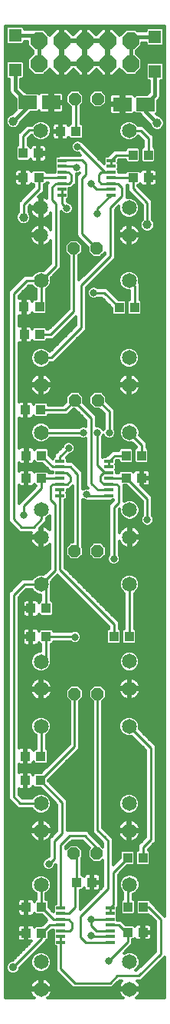
<source format=gbl>
G75*
%MOIN*%
%OFA0B0*%
%FSLAX25Y25*%
%IPPOS*%
%LPD*%
%AMOC8*
5,1,8,0,0,1.08239X$1,22.5*
%
%ADD10R,0.07874X0.05906*%
%ADD11R,0.04331X0.03937*%
%ADD12R,0.05512X0.05512*%
%ADD13R,0.03900X0.01200*%
%ADD14C,0.06496*%
%ADD15OC8,0.07400*%
%ADD16R,0.03937X0.04331*%
%ADD17OC8,0.05200*%
%ADD18C,0.01200*%
%ADD19C,0.01000*%
%ADD20C,0.03175*%
%ADD21C,0.01600*%
%ADD22C,0.03962*%
%ADD23C,0.03569*%
D10*
X0017990Y0396708D03*
X0028227Y0396708D03*
X0059208Y0395959D03*
X0069444Y0395959D03*
D11*
X0070568Y0364151D03*
X0063875Y0364151D03*
X0060995Y0233927D03*
X0067688Y0233927D03*
X0068175Y0036925D03*
X0061482Y0036925D03*
X0024074Y0036565D03*
X0017381Y0036565D03*
X0017399Y0233799D03*
X0024091Y0233799D03*
X0022822Y0364187D03*
X0016129Y0364187D03*
D12*
X0012525Y0410788D03*
X0012525Y0425748D03*
X0073434Y0425173D03*
X0073434Y0410213D03*
D13*
X0054361Y0371661D03*
X0054361Y0369161D03*
X0054361Y0366661D03*
X0054361Y0364161D03*
X0054361Y0361661D03*
X0054361Y0359161D03*
X0054361Y0356661D03*
X0032961Y0356661D03*
X0032961Y0359161D03*
X0032961Y0361661D03*
X0032961Y0364161D03*
X0032961Y0366661D03*
X0032961Y0369161D03*
X0032961Y0371661D03*
X0032025Y0241237D03*
X0032025Y0238737D03*
X0032025Y0236237D03*
X0032025Y0233737D03*
X0032025Y0231237D03*
X0032025Y0228737D03*
X0032025Y0226237D03*
X0053425Y0226237D03*
X0053425Y0228737D03*
X0053425Y0231237D03*
X0053425Y0233737D03*
X0053425Y0236237D03*
X0053425Y0238737D03*
X0053425Y0241237D03*
X0053834Y0047506D03*
X0053834Y0045006D03*
X0053834Y0042506D03*
X0053834Y0040006D03*
X0053834Y0037506D03*
X0053834Y0035006D03*
X0053834Y0032506D03*
X0032434Y0032506D03*
X0032434Y0035006D03*
X0032434Y0037506D03*
X0032434Y0040006D03*
X0032434Y0042506D03*
X0032434Y0045006D03*
X0032434Y0047506D03*
D14*
X0023825Y0057530D03*
X0023857Y0080939D03*
X0023857Y0092750D03*
X0023857Y0126214D03*
X0023896Y0142461D03*
X0023896Y0154272D03*
X0023896Y0187736D03*
X0023896Y0208293D03*
X0023896Y0220104D03*
X0023896Y0253569D03*
X0023900Y0274265D03*
X0023900Y0286076D03*
X0023900Y0319541D03*
X0023781Y0339199D03*
X0023781Y0351010D03*
X0023781Y0384475D03*
X0062220Y0384475D03*
X0062220Y0351010D03*
X0062220Y0339199D03*
X0062213Y0319522D03*
X0062213Y0286058D03*
X0062213Y0274247D03*
X0062361Y0253569D03*
X0062361Y0220104D03*
X0062361Y0208293D03*
X0062308Y0187856D03*
X0062308Y0154392D03*
X0062308Y0142580D03*
X0062219Y0126214D03*
X0062219Y0092750D03*
X0062219Y0080939D03*
X0062377Y0057559D03*
X0062377Y0024094D03*
X0062377Y0012283D03*
X0023825Y0012255D03*
X0023825Y0024066D03*
D15*
X0022840Y0413537D03*
X0022840Y0423537D03*
X0032840Y0423537D03*
X0032840Y0413537D03*
X0042840Y0413537D03*
X0042840Y0423537D03*
X0052840Y0423537D03*
X0052840Y0413537D03*
X0062840Y0413537D03*
X0062840Y0423537D03*
D16*
X0063816Y0373991D03*
X0070509Y0373991D03*
X0064549Y0307694D03*
X0057856Y0307694D03*
X0060916Y0243643D03*
X0067609Y0243643D03*
X0062207Y0165084D03*
X0055514Y0165084D03*
X0061509Y0069192D03*
X0061708Y0047835D03*
X0068401Y0047835D03*
X0068202Y0069192D03*
X0046026Y0058582D03*
X0039333Y0058582D03*
X0024055Y0047709D03*
X0017362Y0047709D03*
X0016884Y0102703D03*
X0016981Y0113281D03*
X0023674Y0113281D03*
X0023577Y0102703D03*
X0026083Y0165066D03*
X0026090Y0177333D03*
X0019398Y0177333D03*
X0019390Y0165066D03*
X0017438Y0243650D03*
X0017053Y0263361D03*
X0016470Y0296097D03*
X0016452Y0308045D03*
X0023145Y0308045D03*
X0023163Y0296097D03*
X0023746Y0263361D03*
X0024130Y0243650D03*
X0022668Y0374684D03*
X0015975Y0374684D03*
X0032333Y0384155D03*
X0039026Y0384155D03*
D17*
X0038581Y0398218D03*
X0048581Y0398218D03*
X0048107Y0333350D03*
X0038107Y0333350D03*
X0038581Y0267652D03*
X0048581Y0267652D03*
X0048344Y0202226D03*
X0038344Y0202226D03*
X0038443Y0140297D03*
X0048443Y0140297D03*
X0048053Y0071085D03*
X0038053Y0071085D03*
D18*
X0008334Y0008334D02*
X0008334Y0429906D01*
X0077740Y0429906D01*
X0077740Y0043976D01*
X0072928Y0048788D01*
X0071581Y0050135D01*
X0071569Y0050135D01*
X0071569Y0050498D01*
X0070866Y0051201D01*
X0065935Y0051201D01*
X0065232Y0050498D01*
X0065232Y0045173D01*
X0065935Y0044470D01*
X0070741Y0044470D01*
X0073540Y0041671D01*
X0073540Y0028604D01*
X0065411Y0020475D01*
X0065048Y0020475D01*
X0066148Y0021575D01*
X0066825Y0023210D01*
X0066825Y0024979D01*
X0066148Y0026614D01*
X0064896Y0027865D01*
X0063262Y0028542D01*
X0061492Y0028542D01*
X0059859Y0027866D01*
X0062435Y0030442D01*
X0063782Y0031789D01*
X0063782Y0033757D01*
X0064144Y0033757D01*
X0064595Y0034207D01*
X0064729Y0033974D01*
X0065027Y0033676D01*
X0065392Y0033466D01*
X0065799Y0033357D01*
X0067791Y0033357D01*
X0067791Y0036541D01*
X0068559Y0036541D01*
X0068559Y0033357D01*
X0070551Y0033357D01*
X0070958Y0033466D01*
X0071323Y0033676D01*
X0071621Y0033974D01*
X0071831Y0034339D01*
X0071940Y0034746D01*
X0071940Y0036541D01*
X0068559Y0036541D01*
X0068559Y0037309D01*
X0071940Y0037309D01*
X0071940Y0039104D01*
X0071831Y0039511D01*
X0071621Y0039876D01*
X0071323Y0040174D01*
X0070958Y0040385D01*
X0070551Y0040494D01*
X0068559Y0040494D01*
X0068559Y0037309D01*
X0067791Y0037309D01*
X0067791Y0040494D01*
X0065799Y0040494D01*
X0065392Y0040385D01*
X0065027Y0040174D01*
X0064729Y0039876D01*
X0064595Y0039643D01*
X0064144Y0040094D01*
X0060887Y0040094D01*
X0058674Y0042306D01*
X0056984Y0042306D01*
X0056984Y0043603D01*
X0056831Y0043756D01*
X0056984Y0043909D01*
X0056984Y0046103D01*
X0056831Y0046256D01*
X0056984Y0046409D01*
X0056984Y0047403D01*
X0057468Y0047888D01*
X0057468Y0061899D01*
X0061396Y0065827D01*
X0063974Y0065827D01*
X0064677Y0066530D01*
X0064677Y0071854D01*
X0063974Y0072557D01*
X0059043Y0072557D01*
X0058340Y0071854D01*
X0058340Y0069276D01*
X0055268Y0066204D01*
X0055268Y0077562D01*
X0053921Y0078909D01*
X0052435Y0080396D01*
X0052435Y0080396D01*
X0050743Y0082088D01*
X0050743Y0137223D01*
X0052243Y0138723D01*
X0052243Y0141871D01*
X0050017Y0144097D01*
X0046869Y0144097D01*
X0044643Y0141871D01*
X0044643Y0138723D01*
X0046143Y0137223D01*
X0046143Y0080182D01*
X0049182Y0077143D01*
X0050669Y0075657D01*
X0050669Y0073843D01*
X0050353Y0074159D01*
X0050353Y0074603D01*
X0043891Y0081065D01*
X0035396Y0081065D01*
X0035396Y0094137D01*
X0034049Y0095484D01*
X0026830Y0102703D01*
X0040743Y0116617D01*
X0040743Y0137223D01*
X0042243Y0138723D01*
X0042243Y0141871D01*
X0040017Y0144097D01*
X0036869Y0144097D01*
X0034643Y0141871D01*
X0034643Y0138723D01*
X0036143Y0137223D01*
X0036143Y0118522D01*
X0023690Y0106069D01*
X0021111Y0106069D01*
X0020408Y0105366D01*
X0020408Y0105244D01*
X0020343Y0105486D01*
X0020133Y0105851D01*
X0019835Y0106149D01*
X0019470Y0106360D01*
X0019063Y0106469D01*
X0017268Y0106469D01*
X0017268Y0103088D01*
X0016500Y0103088D01*
X0016500Y0106469D01*
X0014705Y0106469D01*
X0014298Y0106360D01*
X0014136Y0106266D01*
X0014136Y0109774D01*
X0014395Y0109625D01*
X0014802Y0109516D01*
X0016597Y0109516D01*
X0016597Y0112897D01*
X0017365Y0112897D01*
X0017365Y0109516D01*
X0019160Y0109516D01*
X0019567Y0109625D01*
X0019932Y0109835D01*
X0020230Y0110133D01*
X0020441Y0110498D01*
X0020505Y0110741D01*
X0020505Y0110619D01*
X0021208Y0109916D01*
X0026140Y0109916D01*
X0026842Y0110619D01*
X0026842Y0115943D01*
X0026157Y0116629D01*
X0026157Y0122352D01*
X0026376Y0122443D01*
X0027628Y0123695D01*
X0028305Y0125329D01*
X0028305Y0127099D01*
X0027628Y0128734D01*
X0026376Y0129985D01*
X0024741Y0130662D01*
X0022972Y0130662D01*
X0021337Y0129985D01*
X0020086Y0128734D01*
X0019409Y0127099D01*
X0019409Y0125329D01*
X0020086Y0123695D01*
X0021337Y0122443D01*
X0021557Y0122352D01*
X0021557Y0116646D01*
X0021208Y0116646D01*
X0020505Y0115943D01*
X0020505Y0115822D01*
X0020441Y0116064D01*
X0020230Y0116429D01*
X0019932Y0116727D01*
X0019567Y0116937D01*
X0019160Y0117046D01*
X0017365Y0117046D01*
X0017365Y0113665D01*
X0016597Y0113665D01*
X0016597Y0117046D01*
X0014802Y0117046D01*
X0014395Y0116937D01*
X0014136Y0116788D01*
X0014136Y0182143D01*
X0017429Y0185436D01*
X0020034Y0185436D01*
X0020125Y0185217D01*
X0021377Y0183966D01*
X0023012Y0183288D01*
X0023790Y0183288D01*
X0023790Y0180698D01*
X0023625Y0180698D01*
X0022922Y0179995D01*
X0022922Y0179873D01*
X0022857Y0180116D01*
X0022646Y0180481D01*
X0022348Y0180779D01*
X0021984Y0180989D01*
X0021577Y0181098D01*
X0019782Y0181098D01*
X0019782Y0177717D01*
X0019013Y0177717D01*
X0019013Y0176949D01*
X0015829Y0176949D01*
X0015829Y0174957D01*
X0015938Y0174550D01*
X0016149Y0174185D01*
X0016447Y0173887D01*
X0016811Y0173677D01*
X0017218Y0173568D01*
X0019013Y0173568D01*
X0019013Y0176949D01*
X0019782Y0176949D01*
X0019782Y0173568D01*
X0021577Y0173568D01*
X0021984Y0173677D01*
X0022348Y0173887D01*
X0022646Y0174185D01*
X0022857Y0174550D01*
X0022922Y0174792D01*
X0022922Y0174671D01*
X0023625Y0173968D01*
X0028556Y0173968D01*
X0029259Y0174671D01*
X0029259Y0179995D01*
X0028556Y0180698D01*
X0028390Y0180698D01*
X0028390Y0186495D01*
X0028253Y0186632D01*
X0028344Y0186852D01*
X0028344Y0188621D01*
X0028253Y0188841D01*
X0030778Y0191365D01*
X0031097Y0191685D01*
X0031966Y0190816D01*
X0053214Y0169568D01*
X0053214Y0168449D01*
X0053049Y0168449D01*
X0052346Y0167747D01*
X0052346Y0162422D01*
X0053049Y0161719D01*
X0057980Y0161719D01*
X0058683Y0162422D01*
X0058683Y0167747D01*
X0057980Y0168449D01*
X0057814Y0168449D01*
X0057814Y0171473D01*
X0035219Y0194068D01*
X0035219Y0194068D01*
X0034325Y0194962D01*
X0034325Y0224437D01*
X0034472Y0224437D01*
X0035175Y0225140D01*
X0035175Y0227334D01*
X0035022Y0227487D01*
X0035175Y0227640D01*
X0035175Y0228937D01*
X0036096Y0228937D01*
X0037489Y0230330D01*
X0037489Y0206026D01*
X0036770Y0206026D01*
X0034544Y0203800D01*
X0034544Y0200652D01*
X0036770Y0198426D01*
X0039918Y0198426D01*
X0042144Y0200652D01*
X0042144Y0203800D01*
X0042089Y0203855D01*
X0042089Y0224492D01*
X0042147Y0224434D01*
X0043172Y0224009D01*
X0043261Y0224009D01*
X0043334Y0223937D01*
X0054378Y0223937D01*
X0054878Y0224437D01*
X0055206Y0224437D01*
X0055206Y0224206D01*
X0053237Y0222238D01*
X0053237Y0200486D01*
X0053174Y0200423D01*
X0052750Y0199399D01*
X0052750Y0198290D01*
X0053174Y0197265D01*
X0053958Y0196481D01*
X0054983Y0196057D01*
X0056091Y0196057D01*
X0057116Y0196481D01*
X0057900Y0197265D01*
X0058324Y0198290D01*
X0058324Y0199399D01*
X0057900Y0200423D01*
X0057837Y0200486D01*
X0057837Y0206526D01*
X0057868Y0206432D01*
X0058214Y0205752D01*
X0058663Y0205135D01*
X0059202Y0204595D01*
X0059820Y0204147D01*
X0060499Y0203800D01*
X0061225Y0203564D01*
X0061878Y0203461D01*
X0061878Y0207810D01*
X0062843Y0207810D01*
X0062843Y0203461D01*
X0063496Y0203564D01*
X0064222Y0203800D01*
X0064901Y0204147D01*
X0065519Y0204595D01*
X0066058Y0205135D01*
X0066507Y0205752D01*
X0066853Y0206432D01*
X0067089Y0207158D01*
X0067192Y0207810D01*
X0062843Y0207810D01*
X0062843Y0208776D01*
X0061878Y0208776D01*
X0061878Y0213125D01*
X0061225Y0213022D01*
X0060499Y0212786D01*
X0059820Y0212439D01*
X0059202Y0211991D01*
X0058663Y0211451D01*
X0058214Y0210834D01*
X0057868Y0210154D01*
X0057837Y0210060D01*
X0057837Y0220332D01*
X0057912Y0220408D01*
X0057912Y0219219D01*
X0058590Y0217584D01*
X0059841Y0216333D01*
X0061476Y0215656D01*
X0063245Y0215656D01*
X0064880Y0216333D01*
X0066131Y0217584D01*
X0066809Y0219219D01*
X0066809Y0220989D01*
X0066131Y0222624D01*
X0064880Y0223875D01*
X0063245Y0224552D01*
X0061476Y0224552D01*
X0059841Y0223875D01*
X0059805Y0223839D01*
X0059805Y0230758D01*
X0060911Y0230758D01*
X0067804Y0223865D01*
X0067804Y0217415D01*
X0067741Y0217352D01*
X0067317Y0216328D01*
X0067317Y0215219D01*
X0067741Y0214194D01*
X0068525Y0213410D01*
X0069549Y0212986D01*
X0070658Y0212986D01*
X0071683Y0213410D01*
X0072467Y0214194D01*
X0072891Y0215219D01*
X0072891Y0216328D01*
X0072467Y0217352D01*
X0072404Y0217415D01*
X0072404Y0225770D01*
X0067304Y0230871D01*
X0067304Y0233542D01*
X0068072Y0233542D01*
X0068072Y0230358D01*
X0070064Y0230358D01*
X0070471Y0230467D01*
X0070836Y0230678D01*
X0071133Y0230976D01*
X0071344Y0231341D01*
X0071453Y0231748D01*
X0071453Y0233542D01*
X0068072Y0233542D01*
X0068072Y0234311D01*
X0067304Y0234311D01*
X0067304Y0237495D01*
X0065312Y0237495D01*
X0064905Y0237386D01*
X0064540Y0237176D01*
X0064242Y0236878D01*
X0064108Y0236645D01*
X0063657Y0237095D01*
X0058332Y0237095D01*
X0057630Y0236392D01*
X0057630Y0236037D01*
X0056575Y0236037D01*
X0056575Y0237334D01*
X0056422Y0237487D01*
X0056575Y0237640D01*
X0056575Y0239834D01*
X0056422Y0239987D01*
X0056575Y0240140D01*
X0056575Y0241134D01*
X0056784Y0241343D01*
X0057748Y0241343D01*
X0057748Y0240981D01*
X0058450Y0240278D01*
X0063382Y0240278D01*
X0064084Y0240981D01*
X0064084Y0246305D01*
X0063382Y0247008D01*
X0058450Y0247008D01*
X0057748Y0246305D01*
X0057748Y0245943D01*
X0054879Y0245943D01*
X0051973Y0243037D01*
X0050978Y0243037D01*
X0050750Y0242809D01*
X0050750Y0251927D01*
X0050813Y0251990D01*
X0051009Y0252463D01*
X0051205Y0251990D01*
X0051990Y0251205D01*
X0053014Y0250781D01*
X0054123Y0250781D01*
X0055147Y0251205D01*
X0055932Y0251990D01*
X0056356Y0253014D01*
X0056356Y0254123D01*
X0055932Y0255147D01*
X0055868Y0255210D01*
X0055868Y0263617D01*
X0054521Y0264964D01*
X0052381Y0267104D01*
X0052381Y0269226D01*
X0050155Y0271452D01*
X0047007Y0271452D01*
X0044781Y0269226D01*
X0044781Y0266078D01*
X0047007Y0263852D01*
X0049128Y0263852D01*
X0051269Y0261711D01*
X0051269Y0255210D01*
X0051205Y0255147D01*
X0051009Y0254674D01*
X0050813Y0255147D01*
X0050029Y0255932D01*
X0049005Y0256356D01*
X0047994Y0256356D01*
X0047994Y0260820D01*
X0051269Y0260820D01*
X0051269Y0259621D02*
X0047994Y0259621D01*
X0047994Y0258423D02*
X0051269Y0258423D01*
X0051269Y0257224D02*
X0047994Y0257224D01*
X0047994Y0260820D02*
X0042381Y0266434D01*
X0042381Y0269226D01*
X0040155Y0271452D01*
X0037007Y0271452D01*
X0034781Y0269226D01*
X0034781Y0267104D01*
X0033338Y0265661D01*
X0026915Y0265661D01*
X0026915Y0266024D01*
X0026212Y0266727D01*
X0021281Y0266727D01*
X0020578Y0266024D01*
X0020578Y0265902D01*
X0020513Y0266144D01*
X0020302Y0266509D01*
X0020004Y0266807D01*
X0019639Y0267018D01*
X0019232Y0267127D01*
X0017437Y0267127D01*
X0017437Y0263746D01*
X0016669Y0263746D01*
X0016669Y0267127D01*
X0014874Y0267127D01*
X0014467Y0267018D01*
X0014136Y0266826D01*
X0014136Y0292373D01*
X0014291Y0292331D01*
X0016086Y0292331D01*
X0016086Y0295712D01*
X0016854Y0295712D01*
X0016854Y0292331D01*
X0018649Y0292331D01*
X0019056Y0292440D01*
X0019421Y0292651D01*
X0019719Y0292949D01*
X0019930Y0293314D01*
X0019994Y0293556D01*
X0019994Y0293434D01*
X0020697Y0292731D01*
X0025629Y0292731D01*
X0026331Y0293434D01*
X0026331Y0293797D01*
X0027017Y0293797D01*
X0027025Y0293788D01*
X0028931Y0293788D01*
X0030278Y0295135D01*
X0039024Y0303882D01*
X0039024Y0300112D01*
X0027590Y0288677D01*
X0026420Y0289847D01*
X0024785Y0290524D01*
X0023015Y0290524D01*
X0021381Y0289847D01*
X0020129Y0288596D01*
X0019452Y0286961D01*
X0019452Y0285191D01*
X0020129Y0283556D01*
X0021381Y0282305D01*
X0023015Y0281628D01*
X0024785Y0281628D01*
X0026420Y0282305D01*
X0027671Y0283556D01*
X0027762Y0283776D01*
X0029194Y0283776D01*
X0030541Y0285123D01*
X0043624Y0298206D01*
X0043624Y0316474D01*
X0056237Y0329087D01*
X0056237Y0350228D01*
X0057772Y0351763D01*
X0057772Y0350126D01*
X0058449Y0348491D01*
X0059700Y0347240D01*
X0061335Y0346562D01*
X0063104Y0346562D01*
X0064739Y0347240D01*
X0065991Y0348491D01*
X0066668Y0350126D01*
X0066668Y0351895D01*
X0065991Y0353530D01*
X0064739Y0354781D01*
X0063104Y0355458D01*
X0061380Y0355458D01*
X0061380Y0360820D01*
X0061219Y0360982D01*
X0061505Y0360982D01*
X0061505Y0358521D01*
X0062852Y0357174D01*
X0067804Y0352222D01*
X0067804Y0345925D01*
X0067407Y0345528D01*
X0066923Y0344359D01*
X0066923Y0343093D01*
X0067407Y0341924D01*
X0068302Y0341029D01*
X0069471Y0340545D01*
X0070737Y0340545D01*
X0071906Y0341029D01*
X0072801Y0341924D01*
X0073285Y0343093D01*
X0073285Y0344359D01*
X0072801Y0345528D01*
X0072404Y0345925D01*
X0072404Y0354127D01*
X0066105Y0360427D01*
X0066105Y0360982D01*
X0066537Y0360982D01*
X0066988Y0361432D01*
X0067122Y0361200D01*
X0067420Y0360902D01*
X0067785Y0360691D01*
X0068192Y0360582D01*
X0070183Y0360582D01*
X0070183Y0363766D01*
X0070952Y0363766D01*
X0070952Y0360582D01*
X0072944Y0360582D01*
X0073351Y0360691D01*
X0073716Y0360902D01*
X0074013Y0361200D01*
X0074224Y0361564D01*
X0074333Y0361971D01*
X0074333Y0363766D01*
X0070952Y0363766D01*
X0070952Y0364535D01*
X0070183Y0364535D01*
X0070183Y0367719D01*
X0068192Y0367719D01*
X0067785Y0367610D01*
X0067420Y0367399D01*
X0067122Y0367101D01*
X0066988Y0366869D01*
X0066537Y0367319D01*
X0061212Y0367319D01*
X0060509Y0366616D01*
X0060509Y0366461D01*
X0057511Y0366461D01*
X0057511Y0367758D01*
X0057358Y0367911D01*
X0057511Y0368064D01*
X0057511Y0370258D01*
X0057358Y0370411D01*
X0057511Y0370564D01*
X0057511Y0371558D01*
X0057644Y0371691D01*
X0060648Y0371691D01*
X0060648Y0371329D01*
X0061351Y0370626D01*
X0066282Y0370626D01*
X0066985Y0371329D01*
X0066985Y0376654D01*
X0066282Y0377357D01*
X0061351Y0377357D01*
X0060648Y0376654D01*
X0060648Y0376291D01*
X0055739Y0376291D01*
X0054392Y0374944D01*
X0052909Y0373461D01*
X0051914Y0373461D01*
X0051211Y0372758D01*
X0051211Y0370564D01*
X0051364Y0370411D01*
X0051211Y0370258D01*
X0051211Y0370202D01*
X0041529Y0379884D01*
X0041431Y0379884D01*
X0041368Y0379947D01*
X0040343Y0380372D01*
X0039235Y0380372D01*
X0038210Y0379947D01*
X0037426Y0379163D01*
X0037002Y0378139D01*
X0037002Y0377030D01*
X0037426Y0376005D01*
X0038210Y0375221D01*
X0039235Y0374797D01*
X0040111Y0374797D01*
X0040929Y0373979D01*
X0032026Y0373979D01*
X0031509Y0373461D01*
X0030514Y0373461D01*
X0029811Y0372758D01*
X0029811Y0370564D01*
X0029964Y0370411D01*
X0029811Y0370258D01*
X0029811Y0368064D01*
X0029964Y0367911D01*
X0029811Y0367758D01*
X0029811Y0366449D01*
X0026187Y0366449D01*
X0026187Y0366653D01*
X0025484Y0367356D01*
X0020159Y0367356D01*
X0019709Y0366905D01*
X0019574Y0367138D01*
X0019276Y0367436D01*
X0018912Y0367647D01*
X0018505Y0367756D01*
X0016513Y0367756D01*
X0016513Y0364572D01*
X0015744Y0364572D01*
X0015744Y0367756D01*
X0013753Y0367756D01*
X0013346Y0367647D01*
X0012981Y0367436D01*
X0012683Y0367138D01*
X0012472Y0366773D01*
X0012363Y0366366D01*
X0012363Y0364572D01*
X0015744Y0364572D01*
X0015744Y0363803D01*
X0012363Y0363803D01*
X0012363Y0362008D01*
X0012472Y0361601D01*
X0012683Y0361236D01*
X0012981Y0360938D01*
X0013346Y0360728D01*
X0013753Y0360619D01*
X0015744Y0360619D01*
X0015744Y0363803D01*
X0016513Y0363803D01*
X0016513Y0360619D01*
X0018505Y0360619D01*
X0018912Y0360728D01*
X0019276Y0360938D01*
X0019574Y0361236D01*
X0019709Y0361469D01*
X0020159Y0361019D01*
X0020560Y0361019D01*
X0020560Y0360033D01*
X0013867Y0353340D01*
X0013867Y0349074D01*
X0013470Y0348678D01*
X0012986Y0347508D01*
X0012986Y0346243D01*
X0013470Y0345074D01*
X0014365Y0344179D01*
X0015534Y0343694D01*
X0016800Y0343694D01*
X0017969Y0344179D01*
X0018864Y0345074D01*
X0019348Y0346243D01*
X0019348Y0347508D01*
X0018864Y0348678D01*
X0018467Y0349074D01*
X0018467Y0351435D01*
X0019029Y0351996D01*
X0018949Y0351493D01*
X0023298Y0351493D01*
X0023298Y0350528D01*
X0018949Y0350528D01*
X0019052Y0349875D01*
X0019288Y0349149D01*
X0019634Y0348469D01*
X0020083Y0347852D01*
X0020623Y0347313D01*
X0021240Y0346864D01*
X0021920Y0346518D01*
X0022646Y0346282D01*
X0023298Y0346178D01*
X0023298Y0350528D01*
X0024264Y0350528D01*
X0024264Y0346178D01*
X0024916Y0346282D01*
X0025642Y0346518D01*
X0026322Y0346864D01*
X0026939Y0347313D01*
X0027479Y0347852D01*
X0027927Y0348469D01*
X0028040Y0348691D01*
X0028040Y0341519D01*
X0027927Y0341740D01*
X0027479Y0342358D01*
X0026939Y0342897D01*
X0026322Y0343346D01*
X0025642Y0343692D01*
X0024916Y0343928D01*
X0024264Y0344031D01*
X0024264Y0339682D01*
X0023298Y0339682D01*
X0023298Y0338717D01*
X0018949Y0338717D01*
X0019052Y0338064D01*
X0019288Y0337338D01*
X0019634Y0336658D01*
X0020083Y0336041D01*
X0020623Y0335502D01*
X0021240Y0335053D01*
X0021920Y0334707D01*
X0022646Y0334471D01*
X0023298Y0334367D01*
X0023298Y0338717D01*
X0024264Y0338717D01*
X0024264Y0334367D01*
X0024916Y0334471D01*
X0025642Y0334707D01*
X0026322Y0335053D01*
X0026939Y0335502D01*
X0027479Y0336041D01*
X0027927Y0336658D01*
X0028040Y0336880D01*
X0028040Y0326933D01*
X0025005Y0323898D01*
X0024785Y0323989D01*
X0023015Y0323989D01*
X0021381Y0323312D01*
X0020129Y0322060D01*
X0020038Y0321841D01*
X0016619Y0321841D01*
X0010884Y0316105D01*
X0009536Y0314757D01*
X0009536Y0215214D01*
X0013080Y0211671D01*
X0014427Y0210324D01*
X0019489Y0210324D01*
X0019403Y0210154D01*
X0019167Y0209428D01*
X0019064Y0208776D01*
X0023413Y0208776D01*
X0023413Y0212286D01*
X0026196Y0215069D01*
X0026196Y0216242D01*
X0026415Y0216333D01*
X0027525Y0217443D01*
X0027525Y0211519D01*
X0027054Y0211991D01*
X0026437Y0212439D01*
X0025757Y0212786D01*
X0025031Y0213022D01*
X0024378Y0213125D01*
X0024378Y0208776D01*
X0023413Y0208776D01*
X0023413Y0207810D01*
X0024378Y0207810D01*
X0024378Y0203461D01*
X0025031Y0203564D01*
X0025757Y0203800D01*
X0026437Y0204147D01*
X0027054Y0204595D01*
X0027525Y0205066D01*
X0027525Y0194618D01*
X0025001Y0192093D01*
X0024781Y0192184D01*
X0023012Y0192184D01*
X0021377Y0191507D01*
X0020125Y0190256D01*
X0020034Y0190036D01*
X0015524Y0190036D01*
X0010884Y0185396D01*
X0009536Y0184049D01*
X0009536Y0094742D01*
X0013828Y0090450D01*
X0019995Y0090450D01*
X0020086Y0090230D01*
X0021337Y0088979D01*
X0022972Y0088302D01*
X0024741Y0088302D01*
X0026376Y0088979D01*
X0027628Y0090230D01*
X0028305Y0091865D01*
X0028305Y0093634D01*
X0027628Y0095269D01*
X0026376Y0096521D01*
X0024741Y0097198D01*
X0022972Y0097198D01*
X0021337Y0096521D01*
X0020086Y0095269D01*
X0019995Y0095050D01*
X0015734Y0095050D01*
X0014136Y0096647D01*
X0014136Y0099140D01*
X0014298Y0099047D01*
X0014705Y0098938D01*
X0016500Y0098938D01*
X0016500Y0102319D01*
X0017268Y0102319D01*
X0017268Y0098938D01*
X0019063Y0098938D01*
X0019470Y0099047D01*
X0019835Y0099258D01*
X0020133Y0099556D01*
X0020343Y0099920D01*
X0020408Y0100163D01*
X0020408Y0100041D01*
X0021111Y0099338D01*
X0023690Y0099338D01*
X0030796Y0092231D01*
X0030796Y0080899D01*
X0028600Y0078703D01*
X0027253Y0077356D01*
X0027253Y0069876D01*
X0026725Y0069348D01*
X0026636Y0069348D01*
X0025612Y0068924D01*
X0024828Y0068140D01*
X0024403Y0067115D01*
X0024403Y0066006D01*
X0024828Y0064982D01*
X0025612Y0064198D01*
X0026636Y0063773D01*
X0027745Y0063773D01*
X0028769Y0064198D01*
X0029554Y0064982D01*
X0029978Y0066006D01*
X0029978Y0066095D01*
X0030134Y0066251D01*
X0030134Y0049306D01*
X0029987Y0049306D01*
X0029284Y0048603D01*
X0029284Y0046409D01*
X0029437Y0046256D01*
X0029284Y0046103D01*
X0029284Y0045733D01*
X0027223Y0047794D01*
X0027223Y0050372D01*
X0026520Y0051075D01*
X0026125Y0051075D01*
X0026125Y0053669D01*
X0026345Y0053759D01*
X0027596Y0055011D01*
X0028273Y0056646D01*
X0028273Y0058415D01*
X0027596Y0060050D01*
X0026345Y0061301D01*
X0024710Y0061978D01*
X0022941Y0061978D01*
X0021306Y0061301D01*
X0020055Y0060050D01*
X0019377Y0058415D01*
X0019377Y0056646D01*
X0020055Y0055011D01*
X0021306Y0053759D01*
X0021525Y0053669D01*
X0021525Y0051011D01*
X0020886Y0050372D01*
X0020886Y0050250D01*
X0020821Y0050492D01*
X0020611Y0050857D01*
X0020313Y0051155D01*
X0019948Y0051366D01*
X0019541Y0051475D01*
X0017746Y0051475D01*
X0017746Y0048094D01*
X0016977Y0048094D01*
X0016977Y0047325D01*
X0013793Y0047325D01*
X0013793Y0045333D01*
X0013902Y0044927D01*
X0014113Y0044562D01*
X0014411Y0044264D01*
X0014776Y0044053D01*
X0015183Y0043944D01*
X0016977Y0043944D01*
X0016977Y0047325D01*
X0017746Y0047325D01*
X0017746Y0043944D01*
X0019541Y0043944D01*
X0019948Y0044053D01*
X0020313Y0044264D01*
X0020611Y0044562D01*
X0020821Y0044927D01*
X0020886Y0045169D01*
X0020886Y0045047D01*
X0021589Y0044344D01*
X0024167Y0044344D01*
X0026384Y0042128D01*
X0025215Y0040959D01*
X0023990Y0039734D01*
X0021412Y0039734D01*
X0020961Y0039283D01*
X0020827Y0039516D01*
X0020529Y0039814D01*
X0020164Y0040025D01*
X0019757Y0040134D01*
X0017766Y0040134D01*
X0017766Y0036950D01*
X0016997Y0036950D01*
X0016997Y0040134D01*
X0015005Y0040134D01*
X0014598Y0040025D01*
X0014234Y0039814D01*
X0013936Y0039516D01*
X0013725Y0039151D01*
X0013616Y0038744D01*
X0013616Y0036949D01*
X0016997Y0036949D01*
X0016997Y0036181D01*
X0013616Y0036181D01*
X0013616Y0034386D01*
X0013725Y0033979D01*
X0013936Y0033614D01*
X0014234Y0033316D01*
X0014598Y0033106D01*
X0015005Y0032997D01*
X0016997Y0032997D01*
X0016997Y0036181D01*
X0017766Y0036181D01*
X0017766Y0032997D01*
X0019757Y0032997D01*
X0019789Y0033005D01*
X0011447Y0024663D01*
X0011121Y0024663D01*
X0010025Y0024209D01*
X0009185Y0023369D01*
X0008731Y0022272D01*
X0008731Y0021085D01*
X0009185Y0019988D01*
X0010025Y0019149D01*
X0011121Y0018694D01*
X0012309Y0018694D01*
X0013405Y0019149D01*
X0014245Y0019988D01*
X0014699Y0021085D01*
X0014699Y0021410D01*
X0025027Y0031738D01*
X0026374Y0033085D01*
X0026374Y0033397D01*
X0026737Y0033397D01*
X0027440Y0034100D01*
X0027440Y0036678D01*
X0028468Y0037706D01*
X0029284Y0037706D01*
X0029284Y0036409D01*
X0029437Y0036256D01*
X0029284Y0036103D01*
X0029284Y0033909D01*
X0029437Y0033756D01*
X0029284Y0033603D01*
X0029284Y0031409D01*
X0029987Y0030706D01*
X0030134Y0030706D01*
X0030134Y0020207D01*
X0036308Y0014033D01*
X0037655Y0012686D01*
X0054757Y0012686D01*
X0057946Y0015875D01*
X0059112Y0015875D01*
X0058679Y0015442D01*
X0058230Y0014824D01*
X0057884Y0014144D01*
X0057648Y0013419D01*
X0057545Y0012766D01*
X0061894Y0012766D01*
X0061894Y0011801D01*
X0057545Y0011801D01*
X0057648Y0011148D01*
X0057884Y0010422D01*
X0058230Y0009742D01*
X0058679Y0009125D01*
X0059218Y0008586D01*
X0059565Y0008334D01*
X0026677Y0008334D01*
X0026984Y0008557D01*
X0027523Y0009096D01*
X0027972Y0009714D01*
X0028318Y0010394D01*
X0028554Y0011120D01*
X0028657Y0011772D01*
X0024308Y0011772D01*
X0024308Y0012737D01*
X0028657Y0012737D01*
X0028554Y0013390D01*
X0028318Y0014116D01*
X0027972Y0014796D01*
X0027523Y0015413D01*
X0026984Y0015953D01*
X0026366Y0016401D01*
X0025686Y0016748D01*
X0024961Y0016983D01*
X0024308Y0017087D01*
X0024308Y0012738D01*
X0023343Y0012738D01*
X0023343Y0017087D01*
X0022690Y0016983D01*
X0021964Y0016748D01*
X0021284Y0016401D01*
X0020667Y0015953D01*
X0020128Y0015413D01*
X0019679Y0014796D01*
X0019333Y0014116D01*
X0019097Y0013390D01*
X0018993Y0012737D01*
X0023343Y0012737D01*
X0023343Y0011772D01*
X0018993Y0011772D01*
X0019097Y0011120D01*
X0019333Y0010394D01*
X0019679Y0009714D01*
X0020128Y0009096D01*
X0020667Y0008557D01*
X0020974Y0008334D01*
X0008334Y0008334D01*
X0008334Y0009133D02*
X0020101Y0009133D01*
X0019364Y0010331D02*
X0008334Y0010331D01*
X0008334Y0011530D02*
X0019032Y0011530D01*
X0019271Y0013927D02*
X0008334Y0013927D01*
X0008334Y0015125D02*
X0019918Y0015125D01*
X0021306Y0020295D02*
X0020055Y0021546D01*
X0019377Y0023181D01*
X0019377Y0024951D01*
X0020055Y0026585D01*
X0021306Y0027837D01*
X0022941Y0028514D01*
X0024710Y0028514D01*
X0026345Y0027837D01*
X0027596Y0026585D01*
X0028273Y0024951D01*
X0028273Y0023181D01*
X0027596Y0021546D01*
X0026345Y0020295D01*
X0024710Y0019618D01*
X0022941Y0019618D01*
X0021306Y0020295D01*
X0022213Y0019919D02*
X0014176Y0019919D01*
X0014699Y0021118D02*
X0020483Y0021118D01*
X0019736Y0022316D02*
X0015605Y0022316D01*
X0016804Y0023515D02*
X0019377Y0023515D01*
X0019377Y0024713D02*
X0018002Y0024713D01*
X0017489Y0030706D02*
X0008334Y0030706D01*
X0008334Y0031904D02*
X0018688Y0031904D01*
X0017766Y0033103D02*
X0016997Y0033103D01*
X0016997Y0034301D02*
X0017766Y0034301D01*
X0017766Y0035500D02*
X0016997Y0035500D01*
X0016997Y0036698D02*
X0008334Y0036698D01*
X0008334Y0035500D02*
X0013616Y0035500D01*
X0013639Y0034301D02*
X0008334Y0034301D01*
X0008334Y0033103D02*
X0014609Y0033103D01*
X0016291Y0029507D02*
X0008334Y0029507D01*
X0008334Y0028309D02*
X0015092Y0028309D01*
X0013894Y0027110D02*
X0008334Y0027110D01*
X0008334Y0025912D02*
X0012695Y0025912D01*
X0012372Y0018721D02*
X0031620Y0018721D01*
X0030422Y0019919D02*
X0025438Y0019919D01*
X0027168Y0021118D02*
X0030134Y0021118D01*
X0030134Y0022316D02*
X0027915Y0022316D01*
X0028273Y0023515D02*
X0030134Y0023515D01*
X0030134Y0024713D02*
X0028273Y0024713D01*
X0027875Y0025912D02*
X0030134Y0025912D01*
X0030134Y0027110D02*
X0027071Y0027110D01*
X0025205Y0028309D02*
X0030134Y0028309D01*
X0030134Y0029507D02*
X0022796Y0029507D01*
X0022445Y0028309D02*
X0021598Y0028309D01*
X0020579Y0027110D02*
X0020399Y0027110D01*
X0019775Y0025912D02*
X0019201Y0025912D01*
X0021178Y0016324D02*
X0008334Y0016324D01*
X0008334Y0017522D02*
X0032819Y0017522D01*
X0034017Y0016324D02*
X0026473Y0016324D01*
X0027732Y0015125D02*
X0035216Y0015125D01*
X0036414Y0013927D02*
X0028380Y0013927D01*
X0028619Y0011530D02*
X0057588Y0011530D01*
X0057930Y0010331D02*
X0028286Y0010331D01*
X0027549Y0009133D02*
X0058674Y0009133D01*
X0057813Y0013927D02*
X0055998Y0013927D01*
X0054800Y0012728D02*
X0061894Y0012728D01*
X0062860Y0012728D02*
X0077740Y0012728D01*
X0077740Y0011530D02*
X0067166Y0011530D01*
X0067209Y0011801D02*
X0062860Y0011801D01*
X0062860Y0012766D01*
X0067209Y0012766D01*
X0067105Y0013419D01*
X0066870Y0014144D01*
X0066523Y0014824D01*
X0066075Y0015442D01*
X0065641Y0015875D01*
X0067316Y0015875D01*
X0077740Y0026299D01*
X0077740Y0008334D01*
X0065189Y0008334D01*
X0065535Y0008586D01*
X0066075Y0009125D01*
X0066523Y0009742D01*
X0066870Y0010422D01*
X0067105Y0011148D01*
X0067209Y0011801D01*
X0066823Y0010331D02*
X0077740Y0010331D01*
X0077740Y0009133D02*
X0066080Y0009133D01*
X0066940Y0013927D02*
X0077740Y0013927D01*
X0077740Y0015125D02*
X0066305Y0015125D01*
X0067765Y0016324D02*
X0077740Y0016324D01*
X0077740Y0017522D02*
X0068964Y0017522D01*
X0070162Y0018721D02*
X0077740Y0018721D01*
X0077740Y0019919D02*
X0071361Y0019919D01*
X0070848Y0025912D02*
X0066439Y0025912D01*
X0066825Y0024713D02*
X0069649Y0024713D01*
X0068451Y0023515D02*
X0066825Y0023515D01*
X0066455Y0022316D02*
X0067252Y0022316D01*
X0066054Y0021118D02*
X0065690Y0021118D01*
X0065651Y0027110D02*
X0072047Y0027110D01*
X0073245Y0028309D02*
X0063826Y0028309D01*
X0062699Y0030706D02*
X0073540Y0030706D01*
X0073540Y0031904D02*
X0063782Y0031904D01*
X0063782Y0033103D02*
X0073540Y0033103D01*
X0073540Y0034301D02*
X0071809Y0034301D01*
X0071940Y0035500D02*
X0073540Y0035500D01*
X0073540Y0036698D02*
X0068559Y0036698D01*
X0068559Y0035500D02*
X0067791Y0035500D01*
X0067791Y0034301D02*
X0068559Y0034301D01*
X0068559Y0037897D02*
X0067791Y0037897D01*
X0067791Y0039095D02*
X0068559Y0039095D01*
X0068559Y0040294D02*
X0067791Y0040294D01*
X0065235Y0040294D02*
X0060686Y0040294D01*
X0059488Y0041492D02*
X0073540Y0041492D01*
X0073540Y0040294D02*
X0071115Y0040294D01*
X0071940Y0039095D02*
X0073540Y0039095D01*
X0073540Y0037897D02*
X0071940Y0037897D01*
X0072520Y0042691D02*
X0056984Y0042691D01*
X0056964Y0043889D02*
X0071322Y0043889D01*
X0073033Y0048683D02*
X0077740Y0048683D01*
X0077740Y0047485D02*
X0074232Y0047485D01*
X0075430Y0046286D02*
X0077740Y0046286D01*
X0077740Y0045088D02*
X0076629Y0045088D01*
X0077740Y0049882D02*
X0071835Y0049882D01*
X0070987Y0051080D02*
X0077740Y0051080D01*
X0077740Y0052279D02*
X0064008Y0052279D01*
X0064008Y0051201D02*
X0064008Y0053420D01*
X0064896Y0053788D01*
X0066148Y0055039D01*
X0066825Y0056674D01*
X0066825Y0058444D01*
X0066148Y0060079D01*
X0064896Y0061330D01*
X0063262Y0062007D01*
X0061492Y0062007D01*
X0059857Y0061330D01*
X0058606Y0060079D01*
X0057929Y0058444D01*
X0057929Y0056674D01*
X0058606Y0055039D01*
X0059408Y0054238D01*
X0059408Y0051201D01*
X0059242Y0051201D01*
X0058539Y0050498D01*
X0058539Y0045173D01*
X0059242Y0044470D01*
X0064173Y0044470D01*
X0064876Y0045173D01*
X0064876Y0050498D01*
X0064173Y0051201D01*
X0064008Y0051201D01*
X0064294Y0051080D02*
X0065815Y0051080D01*
X0065232Y0049882D02*
X0064876Y0049882D01*
X0064876Y0048683D02*
X0065232Y0048683D01*
X0065232Y0047485D02*
X0064876Y0047485D01*
X0064876Y0046286D02*
X0065232Y0046286D01*
X0065317Y0045088D02*
X0064791Y0045088D01*
X0064146Y0053477D02*
X0077740Y0053477D01*
X0077740Y0054676D02*
X0065784Y0054676D01*
X0066494Y0055874D02*
X0077740Y0055874D01*
X0077740Y0057073D02*
X0066825Y0057073D01*
X0066825Y0058272D02*
X0077740Y0058272D01*
X0077740Y0059470D02*
X0066400Y0059470D01*
X0065558Y0060669D02*
X0077740Y0060669D01*
X0077740Y0061867D02*
X0063600Y0061867D01*
X0065736Y0065827D02*
X0065033Y0066530D01*
X0065033Y0071854D01*
X0065736Y0072557D01*
X0065902Y0072557D01*
X0065902Y0074666D01*
X0067249Y0076014D01*
X0069379Y0078143D01*
X0069379Y0115802D01*
X0063324Y0121857D01*
X0063104Y0121766D01*
X0061335Y0121766D01*
X0059700Y0122443D01*
X0058448Y0123695D01*
X0057771Y0125329D01*
X0057771Y0127099D01*
X0058448Y0128734D01*
X0059700Y0129985D01*
X0061335Y0130662D01*
X0063104Y0130662D01*
X0064739Y0129985D01*
X0065990Y0128734D01*
X0066667Y0127099D01*
X0066667Y0125329D01*
X0066576Y0125110D01*
X0072631Y0119055D01*
X0073979Y0117708D01*
X0073979Y0076238D01*
X0070502Y0072761D01*
X0070502Y0072557D01*
X0070667Y0072557D01*
X0071370Y0071854D01*
X0071370Y0066530D01*
X0070667Y0065827D01*
X0065736Y0065827D01*
X0065033Y0066661D02*
X0064677Y0066661D01*
X0064677Y0067860D02*
X0065033Y0067860D01*
X0065033Y0069058D02*
X0064677Y0069058D01*
X0064677Y0070257D02*
X0065033Y0070257D01*
X0065033Y0071455D02*
X0064677Y0071455D01*
X0065902Y0072654D02*
X0055268Y0072654D01*
X0055268Y0073852D02*
X0065902Y0073852D01*
X0066286Y0075051D02*
X0055268Y0075051D01*
X0055268Y0076249D02*
X0060964Y0076249D01*
X0061084Y0076210D02*
X0061737Y0076107D01*
X0061737Y0080456D01*
X0062702Y0080456D01*
X0062702Y0076107D01*
X0063355Y0076210D01*
X0064080Y0076446D01*
X0064760Y0076792D01*
X0065378Y0077241D01*
X0065917Y0077780D01*
X0066366Y0078398D01*
X0066712Y0079078D01*
X0066948Y0079803D01*
X0067051Y0080456D01*
X0062702Y0080456D01*
X0062702Y0081421D01*
X0067051Y0081421D01*
X0066948Y0082074D01*
X0066712Y0082800D01*
X0066366Y0083480D01*
X0065917Y0084097D01*
X0065378Y0084637D01*
X0064760Y0085085D01*
X0064080Y0085432D01*
X0063355Y0085667D01*
X0062702Y0085771D01*
X0062702Y0081421D01*
X0061737Y0081421D01*
X0061737Y0080456D01*
X0057387Y0080456D01*
X0057491Y0079803D01*
X0057727Y0079078D01*
X0058073Y0078398D01*
X0058521Y0077780D01*
X0059061Y0077241D01*
X0059678Y0076792D01*
X0060358Y0076446D01*
X0061084Y0076210D01*
X0061737Y0076249D02*
X0062702Y0076249D01*
X0063475Y0076249D02*
X0067485Y0076249D01*
X0068683Y0077448D02*
X0065585Y0077448D01*
X0066492Y0078646D02*
X0069379Y0078646D01*
X0069379Y0079845D02*
X0066955Y0079845D01*
X0066893Y0082242D02*
X0069379Y0082242D01*
X0069379Y0083440D02*
X0066386Y0083440D01*
X0065375Y0084639D02*
X0069379Y0084639D01*
X0069379Y0085837D02*
X0050743Y0085837D01*
X0050743Y0084639D02*
X0059064Y0084639D01*
X0059061Y0084637D02*
X0058521Y0084097D01*
X0058073Y0083480D01*
X0057727Y0082800D01*
X0057491Y0082074D01*
X0057387Y0081421D01*
X0061737Y0081421D01*
X0061737Y0085771D01*
X0061084Y0085667D01*
X0060358Y0085432D01*
X0059678Y0085085D01*
X0059061Y0084637D01*
X0058053Y0083440D02*
X0050743Y0083440D01*
X0050743Y0082242D02*
X0057545Y0082242D01*
X0057484Y0079845D02*
X0052986Y0079845D01*
X0051787Y0081043D02*
X0061737Y0081043D01*
X0062702Y0081043D02*
X0069379Y0081043D01*
X0070502Y0072654D02*
X0077740Y0072654D01*
X0077740Y0073852D02*
X0071593Y0073852D01*
X0072792Y0075051D02*
X0077740Y0075051D01*
X0077740Y0076249D02*
X0073979Y0076249D01*
X0073979Y0077448D02*
X0077740Y0077448D01*
X0077740Y0078646D02*
X0073979Y0078646D01*
X0073979Y0079845D02*
X0077740Y0079845D01*
X0077740Y0081043D02*
X0073979Y0081043D01*
X0073979Y0082242D02*
X0077740Y0082242D01*
X0077740Y0083440D02*
X0073979Y0083440D01*
X0073979Y0084639D02*
X0077740Y0084639D01*
X0077740Y0085837D02*
X0073979Y0085837D01*
X0073979Y0087036D02*
X0077740Y0087036D01*
X0077740Y0088234D02*
X0073979Y0088234D01*
X0073979Y0089433D02*
X0077740Y0089433D01*
X0077740Y0090631D02*
X0073979Y0090631D01*
X0073979Y0091830D02*
X0077740Y0091830D01*
X0077740Y0093028D02*
X0073979Y0093028D01*
X0073979Y0094227D02*
X0077740Y0094227D01*
X0077740Y0095425D02*
X0073979Y0095425D01*
X0073979Y0096624D02*
X0077740Y0096624D01*
X0077740Y0097822D02*
X0073979Y0097822D01*
X0073979Y0099021D02*
X0077740Y0099021D01*
X0077740Y0100219D02*
X0073979Y0100219D01*
X0073979Y0101418D02*
X0077740Y0101418D01*
X0077740Y0102616D02*
X0073979Y0102616D01*
X0073979Y0103815D02*
X0077740Y0103815D01*
X0077740Y0105013D02*
X0073979Y0105013D01*
X0073979Y0106212D02*
X0077740Y0106212D01*
X0077740Y0107410D02*
X0073979Y0107410D01*
X0073979Y0108609D02*
X0077740Y0108609D01*
X0077740Y0109807D02*
X0073979Y0109807D01*
X0073979Y0111006D02*
X0077740Y0111006D01*
X0077740Y0112205D02*
X0073979Y0112205D01*
X0073979Y0113403D02*
X0077740Y0113403D01*
X0077740Y0114602D02*
X0073979Y0114602D01*
X0073979Y0115800D02*
X0077740Y0115800D01*
X0077740Y0116999D02*
X0073979Y0116999D01*
X0073489Y0118197D02*
X0077740Y0118197D01*
X0077740Y0119396D02*
X0072291Y0119396D01*
X0071092Y0120594D02*
X0077740Y0120594D01*
X0077740Y0121793D02*
X0069894Y0121793D01*
X0069379Y0115800D02*
X0050743Y0115800D01*
X0050743Y0114602D02*
X0069379Y0114602D01*
X0069379Y0113403D02*
X0050743Y0113403D01*
X0050743Y0112205D02*
X0069379Y0112205D01*
X0069379Y0111006D02*
X0050743Y0111006D01*
X0050743Y0109807D02*
X0069379Y0109807D01*
X0069379Y0108609D02*
X0050743Y0108609D01*
X0050743Y0107410D02*
X0069379Y0107410D01*
X0069379Y0106212D02*
X0050743Y0106212D01*
X0050743Y0105013D02*
X0069379Y0105013D01*
X0069379Y0103815D02*
X0050743Y0103815D01*
X0050743Y0102616D02*
X0069379Y0102616D01*
X0069379Y0101418D02*
X0050743Y0101418D01*
X0050743Y0100219D02*
X0069379Y0100219D01*
X0069379Y0099021D02*
X0050743Y0099021D01*
X0050743Y0097822D02*
X0069379Y0097822D01*
X0069379Y0096624D02*
X0064490Y0096624D01*
X0064739Y0096521D02*
X0063104Y0097198D01*
X0061335Y0097198D01*
X0059700Y0096521D01*
X0058448Y0095269D01*
X0057771Y0093634D01*
X0057771Y0091865D01*
X0058448Y0090230D01*
X0059700Y0088979D01*
X0061335Y0088302D01*
X0063104Y0088302D01*
X0064739Y0088979D01*
X0065990Y0090230D01*
X0066667Y0091865D01*
X0066667Y0093634D01*
X0065990Y0095269D01*
X0064739Y0096521D01*
X0065834Y0095425D02*
X0069379Y0095425D01*
X0069379Y0094227D02*
X0066422Y0094227D01*
X0066667Y0093028D02*
X0069379Y0093028D01*
X0069379Y0091830D02*
X0066653Y0091830D01*
X0066156Y0090631D02*
X0069379Y0090631D01*
X0069379Y0089433D02*
X0065193Y0089433D01*
X0062702Y0084639D02*
X0061737Y0084639D01*
X0061737Y0083440D02*
X0062702Y0083440D01*
X0062702Y0082242D02*
X0061737Y0082242D01*
X0061737Y0079845D02*
X0062702Y0079845D01*
X0062702Y0078646D02*
X0061737Y0078646D01*
X0061737Y0077448D02*
X0062702Y0077448D01*
X0061032Y0065463D02*
X0077740Y0065463D01*
X0077740Y0066661D02*
X0071370Y0066661D01*
X0071370Y0067860D02*
X0077740Y0067860D01*
X0077740Y0069058D02*
X0071370Y0069058D01*
X0071370Y0070257D02*
X0077740Y0070257D01*
X0077740Y0071455D02*
X0071370Y0071455D01*
X0069379Y0087036D02*
X0050743Y0087036D01*
X0050743Y0088234D02*
X0069379Y0088234D01*
X0068182Y0116999D02*
X0050743Y0116999D01*
X0050743Y0118197D02*
X0066984Y0118197D01*
X0065785Y0119396D02*
X0050743Y0119396D01*
X0050743Y0120594D02*
X0064587Y0120594D01*
X0063388Y0121793D02*
X0063168Y0121793D01*
X0061271Y0121793D02*
X0050743Y0121793D01*
X0050743Y0122991D02*
X0059152Y0122991D01*
X0058243Y0124190D02*
X0050743Y0124190D01*
X0050743Y0125388D02*
X0057771Y0125388D01*
X0057771Y0126587D02*
X0050743Y0126587D01*
X0050743Y0127785D02*
X0058056Y0127785D01*
X0058698Y0128984D02*
X0050743Y0128984D01*
X0050743Y0130182D02*
X0060176Y0130182D01*
X0061173Y0137852D02*
X0060447Y0138088D01*
X0059767Y0138434D01*
X0059150Y0138883D01*
X0058610Y0139422D01*
X0058162Y0140040D01*
X0057815Y0140719D01*
X0057579Y0141445D01*
X0057476Y0142098D01*
X0061825Y0142098D01*
X0061825Y0143063D01*
X0057476Y0143063D01*
X0057579Y0143716D01*
X0057815Y0144441D01*
X0058162Y0145121D01*
X0058610Y0145739D01*
X0059150Y0146278D01*
X0059767Y0146727D01*
X0060447Y0147073D01*
X0061173Y0147309D01*
X0061825Y0147412D01*
X0061825Y0143063D01*
X0062791Y0143063D01*
X0067140Y0143063D01*
X0067037Y0143716D01*
X0066801Y0144441D01*
X0066455Y0145121D01*
X0066006Y0145739D01*
X0065466Y0146278D01*
X0064849Y0146727D01*
X0064169Y0147073D01*
X0063443Y0147309D01*
X0062791Y0147412D01*
X0062791Y0143063D01*
X0062791Y0142098D01*
X0067140Y0142098D01*
X0067037Y0141445D01*
X0066801Y0140719D01*
X0066455Y0140040D01*
X0066006Y0139422D01*
X0065466Y0138883D01*
X0064849Y0138434D01*
X0064169Y0138088D01*
X0063443Y0137852D01*
X0062791Y0137748D01*
X0062791Y0142098D01*
X0061825Y0142098D01*
X0061825Y0137748D01*
X0061173Y0137852D01*
X0061825Y0138572D02*
X0062791Y0138572D01*
X0062791Y0139770D02*
X0061825Y0139770D01*
X0061825Y0140969D02*
X0062791Y0140969D01*
X0062791Y0142167D02*
X0077740Y0142167D01*
X0077740Y0140969D02*
X0066882Y0140969D01*
X0066259Y0139770D02*
X0077740Y0139770D01*
X0077740Y0138572D02*
X0065039Y0138572D01*
X0062791Y0143366D02*
X0061825Y0143366D01*
X0061825Y0144564D02*
X0062791Y0144564D01*
X0062791Y0145763D02*
X0061825Y0145763D01*
X0061825Y0146961D02*
X0062791Y0146961D01*
X0063193Y0149943D02*
X0064828Y0150621D01*
X0066079Y0151872D01*
X0066756Y0153507D01*
X0066756Y0155276D01*
X0066079Y0156911D01*
X0064828Y0158162D01*
X0063193Y0158840D01*
X0061423Y0158840D01*
X0059788Y0158162D01*
X0058537Y0156911D01*
X0057860Y0155276D01*
X0057860Y0153507D01*
X0058537Y0151872D01*
X0059788Y0150621D01*
X0061423Y0149943D01*
X0063193Y0149943D01*
X0064674Y0150557D02*
X0077740Y0150557D01*
X0077740Y0151755D02*
X0065962Y0151755D01*
X0066527Y0152954D02*
X0077740Y0152954D01*
X0077740Y0154152D02*
X0066756Y0154152D01*
X0066725Y0155351D02*
X0077740Y0155351D01*
X0077740Y0156549D02*
X0066229Y0156549D01*
X0065242Y0157748D02*
X0077740Y0157748D01*
X0077740Y0158946D02*
X0028383Y0158946D01*
X0028383Y0157748D02*
X0059374Y0157748D01*
X0058387Y0156549D02*
X0028383Y0156549D01*
X0028383Y0155505D02*
X0028383Y0161700D01*
X0028548Y0161700D01*
X0029251Y0162403D01*
X0029251Y0162766D01*
X0036886Y0162766D01*
X0037029Y0162623D01*
X0038053Y0162198D01*
X0039162Y0162198D01*
X0040187Y0162623D01*
X0040971Y0163407D01*
X0041395Y0164431D01*
X0041395Y0165540D01*
X0040971Y0166565D01*
X0040187Y0167349D01*
X0039162Y0167773D01*
X0038053Y0167773D01*
X0037069Y0167366D01*
X0029251Y0167366D01*
X0029251Y0167728D01*
X0028548Y0168431D01*
X0023617Y0168431D01*
X0022914Y0167728D01*
X0022914Y0167606D01*
X0022849Y0167849D01*
X0022638Y0168213D01*
X0022341Y0168511D01*
X0021976Y0168722D01*
X0021569Y0168831D01*
X0019774Y0168831D01*
X0019774Y0165450D01*
X0019005Y0165450D01*
X0019005Y0164681D01*
X0019774Y0164681D01*
X0019774Y0161300D01*
X0021569Y0161300D01*
X0021976Y0161409D01*
X0022341Y0161620D01*
X0022638Y0161918D01*
X0022849Y0162283D01*
X0022914Y0162525D01*
X0022914Y0162403D01*
X0023617Y0161700D01*
X0023783Y0161700D01*
X0023783Y0158720D01*
X0023012Y0158720D01*
X0021377Y0158043D01*
X0020125Y0156791D01*
X0019448Y0155157D01*
X0019448Y0153387D01*
X0020125Y0151752D01*
X0021377Y0150501D01*
X0023012Y0149824D01*
X0024781Y0149824D01*
X0026416Y0150501D01*
X0027667Y0151752D01*
X0028344Y0153387D01*
X0028344Y0155157D01*
X0028253Y0155376D01*
X0028383Y0155505D01*
X0028264Y0155351D02*
X0057891Y0155351D01*
X0057860Y0154152D02*
X0028344Y0154152D01*
X0028165Y0152954D02*
X0058089Y0152954D01*
X0058654Y0151755D02*
X0027668Y0151755D01*
X0026472Y0150557D02*
X0059942Y0150557D01*
X0060227Y0146961D02*
X0025734Y0146961D01*
X0025757Y0146954D02*
X0025032Y0147189D01*
X0024379Y0147293D01*
X0024379Y0142944D01*
X0023414Y0142944D01*
X0023414Y0147293D01*
X0022761Y0147189D01*
X0022035Y0146954D01*
X0021355Y0146607D01*
X0020738Y0146159D01*
X0020198Y0145619D01*
X0019750Y0145002D01*
X0019403Y0144322D01*
X0019168Y0143596D01*
X0019064Y0142943D01*
X0023414Y0142943D01*
X0023414Y0141978D01*
X0024379Y0141978D01*
X0024379Y0137629D01*
X0025032Y0137732D01*
X0025757Y0137968D01*
X0026437Y0138314D01*
X0027055Y0138763D01*
X0027594Y0139303D01*
X0028043Y0139920D01*
X0028389Y0140600D01*
X0028625Y0141326D01*
X0028728Y0141978D01*
X0024379Y0141978D01*
X0024379Y0142943D01*
X0028728Y0142943D01*
X0028625Y0143596D01*
X0028389Y0144322D01*
X0028043Y0145002D01*
X0027594Y0145619D01*
X0027055Y0146159D01*
X0026437Y0146607D01*
X0025757Y0146954D01*
X0024379Y0146961D02*
X0023414Y0146961D01*
X0023414Y0145763D02*
X0024379Y0145763D01*
X0024379Y0144564D02*
X0023414Y0144564D01*
X0023414Y0143366D02*
X0024379Y0143366D01*
X0024379Y0142167D02*
X0034940Y0142167D01*
X0034643Y0140969D02*
X0028509Y0140969D01*
X0027934Y0139770D02*
X0034643Y0139770D01*
X0034794Y0138572D02*
X0026791Y0138572D01*
X0028661Y0143366D02*
X0036138Y0143366D01*
X0035992Y0137373D02*
X0014136Y0137373D01*
X0014136Y0136175D02*
X0036143Y0136175D01*
X0036143Y0134976D02*
X0014136Y0134976D01*
X0014136Y0133778D02*
X0036143Y0133778D01*
X0036143Y0132579D02*
X0014136Y0132579D01*
X0014136Y0131381D02*
X0036143Y0131381D01*
X0036143Y0130182D02*
X0025901Y0130182D01*
X0026924Y0122991D02*
X0036143Y0122991D01*
X0036143Y0121793D02*
X0026157Y0121793D01*
X0026157Y0120594D02*
X0036143Y0120594D01*
X0036143Y0119396D02*
X0026157Y0119396D01*
X0026157Y0118197D02*
X0035818Y0118197D01*
X0034619Y0116999D02*
X0026157Y0116999D01*
X0026842Y0115800D02*
X0033421Y0115800D01*
X0032222Y0114602D02*
X0026842Y0114602D01*
X0026842Y0113403D02*
X0031024Y0113403D01*
X0029825Y0112205D02*
X0026842Y0112205D01*
X0026842Y0111006D02*
X0028627Y0111006D01*
X0027428Y0109807D02*
X0019884Y0109807D01*
X0019726Y0106212D02*
X0023833Y0106212D01*
X0025031Y0107410D02*
X0014136Y0107410D01*
X0014136Y0108609D02*
X0026230Y0108609D01*
X0026916Y0102616D02*
X0046143Y0102616D01*
X0046143Y0101418D02*
X0028115Y0101418D01*
X0029313Y0100219D02*
X0046143Y0100219D01*
X0046143Y0099021D02*
X0030512Y0099021D01*
X0029999Y0093028D02*
X0028305Y0093028D01*
X0028290Y0091830D02*
X0030796Y0091830D01*
X0030796Y0090631D02*
X0027794Y0090631D01*
X0026830Y0089433D02*
X0030796Y0089433D01*
X0030796Y0088234D02*
X0008334Y0088234D01*
X0008334Y0087036D02*
X0030796Y0087036D01*
X0030796Y0085837D02*
X0008334Y0085837D01*
X0008334Y0084639D02*
X0020702Y0084639D01*
X0020698Y0084637D02*
X0020159Y0084097D01*
X0019710Y0083480D01*
X0019364Y0082800D01*
X0019128Y0082074D01*
X0019025Y0081421D01*
X0023374Y0081421D01*
X0023374Y0080456D01*
X0019025Y0080456D01*
X0019128Y0079803D01*
X0019364Y0079078D01*
X0019710Y0078398D01*
X0020159Y0077780D01*
X0020698Y0077241D01*
X0021316Y0076792D01*
X0021996Y0076446D01*
X0022721Y0076210D01*
X0023374Y0076107D01*
X0023374Y0080456D01*
X0024339Y0080456D01*
X0024339Y0076107D01*
X0024992Y0076210D01*
X0025718Y0076446D01*
X0026398Y0076792D01*
X0027015Y0077241D01*
X0027555Y0077780D01*
X0028003Y0078398D01*
X0028350Y0079078D01*
X0028585Y0079803D01*
X0028689Y0080456D01*
X0024339Y0080456D01*
X0024339Y0081421D01*
X0023374Y0081421D01*
X0023374Y0085771D01*
X0022721Y0085667D01*
X0021996Y0085432D01*
X0021316Y0085085D01*
X0020698Y0084637D01*
X0019690Y0083440D02*
X0008334Y0083440D01*
X0008334Y0082242D02*
X0019183Y0082242D01*
X0019122Y0079845D02*
X0008334Y0079845D01*
X0008334Y0081043D02*
X0023374Y0081043D01*
X0024339Y0081043D02*
X0030796Y0081043D01*
X0030796Y0082242D02*
X0028531Y0082242D01*
X0028585Y0082074D02*
X0028350Y0082800D01*
X0028003Y0083480D01*
X0027555Y0084097D01*
X0027015Y0084637D01*
X0026398Y0085085D01*
X0025718Y0085432D01*
X0024992Y0085667D01*
X0024339Y0085771D01*
X0024339Y0081421D01*
X0028689Y0081421D01*
X0028585Y0082074D01*
X0028023Y0083440D02*
X0030796Y0083440D01*
X0030796Y0084639D02*
X0027012Y0084639D01*
X0027222Y0077448D02*
X0027345Y0077448D01*
X0027253Y0076249D02*
X0025112Y0076249D01*
X0024339Y0076249D02*
X0023374Y0076249D01*
X0022601Y0076249D02*
X0008334Y0076249D01*
X0008334Y0075051D02*
X0027253Y0075051D01*
X0027253Y0073852D02*
X0008334Y0073852D01*
X0008334Y0072654D02*
X0027253Y0072654D01*
X0027253Y0071455D02*
X0008334Y0071455D01*
X0008334Y0070257D02*
X0027253Y0070257D01*
X0028836Y0064264D02*
X0030134Y0064264D01*
X0030134Y0063066D02*
X0008334Y0063066D01*
X0008334Y0064264D02*
X0025545Y0064264D01*
X0024628Y0065463D02*
X0008334Y0065463D01*
X0008334Y0066661D02*
X0024403Y0066661D01*
X0024712Y0067860D02*
X0008334Y0067860D01*
X0008334Y0069058D02*
X0025936Y0069058D01*
X0024979Y0061867D02*
X0030134Y0061867D01*
X0030134Y0060669D02*
X0026978Y0060669D01*
X0027836Y0059470D02*
X0030134Y0059470D01*
X0030134Y0058272D02*
X0028273Y0058272D01*
X0028273Y0057073D02*
X0030134Y0057073D01*
X0030134Y0055874D02*
X0027954Y0055874D01*
X0027261Y0054676D02*
X0030134Y0054676D01*
X0030134Y0053477D02*
X0026125Y0053477D01*
X0026125Y0052279D02*
X0030134Y0052279D01*
X0030134Y0051080D02*
X0026125Y0051080D01*
X0027223Y0049882D02*
X0030134Y0049882D01*
X0029364Y0048683D02*
X0027223Y0048683D01*
X0027532Y0047485D02*
X0029284Y0047485D01*
X0029406Y0046286D02*
X0028730Y0046286D01*
X0029284Y0036698D02*
X0027460Y0036698D01*
X0027440Y0035500D02*
X0029284Y0035500D01*
X0029284Y0034301D02*
X0027440Y0034301D01*
X0026374Y0033103D02*
X0029284Y0033103D01*
X0029284Y0031904D02*
X0025193Y0031904D01*
X0023995Y0030706D02*
X0030134Y0030706D01*
X0025749Y0041492D02*
X0008334Y0041492D01*
X0008334Y0040294D02*
X0024550Y0040294D01*
X0025215Y0040959D02*
X0025215Y0040959D01*
X0025821Y0042691D02*
X0008334Y0042691D01*
X0008334Y0043889D02*
X0024622Y0043889D01*
X0020886Y0045088D02*
X0020864Y0045088D01*
X0020387Y0051080D02*
X0021525Y0051080D01*
X0021525Y0052279D02*
X0008334Y0052279D01*
X0008334Y0053477D02*
X0021525Y0053477D01*
X0020389Y0054676D02*
X0008334Y0054676D01*
X0008334Y0055874D02*
X0019697Y0055874D01*
X0019377Y0057073D02*
X0008334Y0057073D01*
X0008334Y0058272D02*
X0019377Y0058272D01*
X0019814Y0059470D02*
X0008334Y0059470D01*
X0008334Y0060669D02*
X0020673Y0060669D01*
X0022672Y0061867D02*
X0008334Y0061867D01*
X0008334Y0051080D02*
X0014336Y0051080D01*
X0014411Y0051155D02*
X0014113Y0050857D01*
X0013902Y0050492D01*
X0013793Y0050085D01*
X0013793Y0048094D01*
X0016977Y0048094D01*
X0016977Y0051475D01*
X0015183Y0051475D01*
X0014776Y0051366D01*
X0014411Y0051155D01*
X0013793Y0049882D02*
X0008334Y0049882D01*
X0008334Y0048683D02*
X0013793Y0048683D01*
X0013793Y0046286D02*
X0008334Y0046286D01*
X0008334Y0045088D02*
X0013859Y0045088D01*
X0013710Y0039095D02*
X0008334Y0039095D01*
X0008334Y0037897D02*
X0013616Y0037897D01*
X0016997Y0037897D02*
X0017766Y0037897D01*
X0017766Y0039095D02*
X0016997Y0039095D01*
X0016977Y0045088D02*
X0017746Y0045088D01*
X0017746Y0046286D02*
X0016977Y0046286D01*
X0016977Y0047485D02*
X0008334Y0047485D01*
X0008334Y0024713D02*
X0011497Y0024713D01*
X0011058Y0018721D02*
X0008334Y0018721D01*
X0008334Y0019919D02*
X0009254Y0019919D01*
X0008731Y0021118D02*
X0008334Y0021118D01*
X0008334Y0022316D02*
X0008749Y0022316D01*
X0008334Y0023515D02*
X0009331Y0023515D01*
X0008334Y0012728D02*
X0023343Y0012728D01*
X0024308Y0012728D02*
X0037613Y0012728D01*
X0040908Y0046916D02*
X0040908Y0055217D01*
X0041798Y0055217D01*
X0042501Y0055920D01*
X0042501Y0056041D01*
X0042566Y0055799D01*
X0042777Y0055434D01*
X0043075Y0055136D01*
X0043439Y0054926D01*
X0043846Y0054817D01*
X0045641Y0054817D01*
X0045641Y0058198D01*
X0046410Y0058198D01*
X0046410Y0058966D01*
X0049594Y0058966D01*
X0049594Y0060958D01*
X0049485Y0061365D01*
X0049274Y0061730D01*
X0048976Y0062028D01*
X0048612Y0062238D01*
X0048205Y0062347D01*
X0046410Y0062347D01*
X0046410Y0058966D01*
X0045641Y0058966D01*
X0045641Y0062347D01*
X0043846Y0062347D01*
X0043439Y0062238D01*
X0043075Y0062028D01*
X0042777Y0061730D01*
X0042566Y0061365D01*
X0042501Y0061122D01*
X0042501Y0061244D01*
X0041798Y0061947D01*
X0041633Y0061947D01*
X0041633Y0069290D01*
X0041853Y0069511D01*
X0041853Y0072659D01*
X0039627Y0074885D01*
X0036479Y0074885D01*
X0034734Y0073139D01*
X0034734Y0074001D01*
X0037198Y0076465D01*
X0041986Y0076465D01*
X0045023Y0073428D01*
X0044253Y0072659D01*
X0044253Y0069511D01*
X0046479Y0067285D01*
X0049627Y0067285D01*
X0050669Y0068326D01*
X0050669Y0056677D01*
X0040908Y0046916D01*
X0040908Y0047485D02*
X0041476Y0047485D01*
X0040908Y0048683D02*
X0042675Y0048683D01*
X0043873Y0049882D02*
X0040908Y0049882D01*
X0040908Y0051080D02*
X0045072Y0051080D01*
X0045641Y0055874D02*
X0046410Y0055874D01*
X0046410Y0054817D02*
X0048205Y0054817D01*
X0048612Y0054926D01*
X0048976Y0055136D01*
X0049274Y0055434D01*
X0049485Y0055799D01*
X0049594Y0056206D01*
X0049594Y0058198D01*
X0046410Y0058198D01*
X0046410Y0054817D01*
X0047469Y0053477D02*
X0040908Y0053477D01*
X0040908Y0052279D02*
X0046270Y0052279D01*
X0046410Y0057073D02*
X0045641Y0057073D01*
X0046410Y0058272D02*
X0050669Y0058272D01*
X0050669Y0059470D02*
X0049594Y0059470D01*
X0049594Y0060669D02*
X0050669Y0060669D01*
X0050669Y0061867D02*
X0049137Y0061867D01*
X0050669Y0063066D02*
X0041633Y0063066D01*
X0041633Y0064264D02*
X0050669Y0064264D01*
X0050669Y0065463D02*
X0041633Y0065463D01*
X0041633Y0066661D02*
X0050669Y0066661D01*
X0050669Y0067860D02*
X0050202Y0067860D01*
X0050660Y0073852D02*
X0050669Y0073852D01*
X0050669Y0075051D02*
X0049906Y0075051D01*
X0050076Y0076249D02*
X0048707Y0076249D01*
X0049182Y0077143D02*
X0049182Y0077143D01*
X0048878Y0077448D02*
X0047509Y0077448D01*
X0047679Y0078646D02*
X0046310Y0078646D01*
X0046481Y0079845D02*
X0045112Y0079845D01*
X0046143Y0081043D02*
X0043913Y0081043D01*
X0043401Y0075051D02*
X0035784Y0075051D01*
X0035447Y0073852D02*
X0034734Y0073852D01*
X0036982Y0076249D02*
X0042202Y0076249D01*
X0041853Y0072654D02*
X0044253Y0072654D01*
X0044253Y0071455D02*
X0041853Y0071455D01*
X0041853Y0070257D02*
X0044253Y0070257D01*
X0044706Y0069058D02*
X0041633Y0069058D01*
X0041633Y0067860D02*
X0045904Y0067860D01*
X0045641Y0061867D02*
X0046410Y0061867D01*
X0046410Y0060669D02*
X0045641Y0060669D01*
X0045641Y0059470D02*
X0046410Y0059470D01*
X0048667Y0054676D02*
X0040908Y0054676D01*
X0042456Y0055874D02*
X0042546Y0055874D01*
X0042914Y0061867D02*
X0041878Y0061867D01*
X0040660Y0073852D02*
X0044599Y0073852D01*
X0046143Y0082242D02*
X0035396Y0082242D01*
X0035396Y0083440D02*
X0046143Y0083440D01*
X0046143Y0084639D02*
X0035396Y0084639D01*
X0035396Y0085837D02*
X0046143Y0085837D01*
X0046143Y0087036D02*
X0035396Y0087036D01*
X0035396Y0088234D02*
X0046143Y0088234D01*
X0046143Y0089433D02*
X0035396Y0089433D01*
X0035396Y0090631D02*
X0046143Y0090631D01*
X0046143Y0091830D02*
X0035396Y0091830D01*
X0035396Y0093028D02*
X0046143Y0093028D01*
X0046143Y0094227D02*
X0035306Y0094227D01*
X0034107Y0095425D02*
X0046143Y0095425D01*
X0046143Y0096624D02*
X0032909Y0096624D01*
X0031710Y0097822D02*
X0046143Y0097822D01*
X0046143Y0103815D02*
X0027941Y0103815D01*
X0026404Y0096624D02*
X0026127Y0096624D01*
X0025205Y0097822D02*
X0014136Y0097822D01*
X0014160Y0096624D02*
X0021587Y0096624D01*
X0020242Y0095425D02*
X0015358Y0095425D01*
X0014395Y0099021D02*
X0014136Y0099021D01*
X0013647Y0090631D02*
X0008334Y0090631D01*
X0008334Y0089433D02*
X0020883Y0089433D01*
X0023374Y0084639D02*
X0024339Y0084639D01*
X0024339Y0083440D02*
X0023374Y0083440D01*
X0023374Y0082242D02*
X0024339Y0082242D01*
X0024339Y0079845D02*
X0023374Y0079845D01*
X0023374Y0078646D02*
X0024339Y0078646D01*
X0024339Y0077448D02*
X0023374Y0077448D01*
X0020492Y0077448D02*
X0008334Y0077448D01*
X0008334Y0078646D02*
X0019584Y0078646D01*
X0019373Y0099021D02*
X0024007Y0099021D01*
X0027472Y0095425D02*
X0027602Y0095425D01*
X0028059Y0094227D02*
X0028801Y0094227D01*
X0029140Y0105013D02*
X0046143Y0105013D01*
X0046143Y0106212D02*
X0030338Y0106212D01*
X0031537Y0107410D02*
X0046143Y0107410D01*
X0046143Y0108609D02*
X0032735Y0108609D01*
X0033934Y0109807D02*
X0046143Y0109807D01*
X0046143Y0111006D02*
X0035132Y0111006D01*
X0036331Y0112205D02*
X0046143Y0112205D01*
X0046143Y0113403D02*
X0037529Y0113403D01*
X0038728Y0114602D02*
X0046143Y0114602D01*
X0046143Y0115800D02*
X0039926Y0115800D01*
X0040743Y0116999D02*
X0046143Y0116999D01*
X0046143Y0118197D02*
X0040743Y0118197D01*
X0040743Y0119396D02*
X0046143Y0119396D01*
X0046143Y0120594D02*
X0040743Y0120594D01*
X0040743Y0121793D02*
X0046143Y0121793D01*
X0046143Y0122991D02*
X0040743Y0122991D01*
X0040743Y0124190D02*
X0046143Y0124190D01*
X0046143Y0125388D02*
X0040743Y0125388D01*
X0040743Y0126587D02*
X0046143Y0126587D01*
X0046143Y0127785D02*
X0040743Y0127785D01*
X0040743Y0128984D02*
X0046143Y0128984D01*
X0046143Y0130182D02*
X0040743Y0130182D01*
X0040743Y0131381D02*
X0046143Y0131381D01*
X0046143Y0132579D02*
X0040743Y0132579D01*
X0040743Y0133778D02*
X0046143Y0133778D01*
X0046143Y0134976D02*
X0040743Y0134976D01*
X0040743Y0136175D02*
X0046143Y0136175D01*
X0045992Y0137373D02*
X0040894Y0137373D01*
X0042092Y0138572D02*
X0044794Y0138572D01*
X0044643Y0139770D02*
X0042243Y0139770D01*
X0042243Y0140969D02*
X0044643Y0140969D01*
X0044940Y0142167D02*
X0041946Y0142167D01*
X0040748Y0143366D02*
X0046138Y0143366D01*
X0041109Y0163741D02*
X0052346Y0163741D01*
X0052346Y0164939D02*
X0041395Y0164939D01*
X0041148Y0166138D02*
X0052346Y0166138D01*
X0052346Y0167336D02*
X0040200Y0167336D01*
X0039992Y0162542D02*
X0052346Y0162542D01*
X0053214Y0168535D02*
X0022300Y0168535D01*
X0022844Y0174527D02*
X0023065Y0174527D01*
X0023446Y0180520D02*
X0022607Y0180520D01*
X0021227Y0184115D02*
X0016108Y0184115D01*
X0014910Y0182917D02*
X0023790Y0182917D01*
X0023790Y0181718D02*
X0014136Y0181718D01*
X0014136Y0180520D02*
X0016188Y0180520D01*
X0016149Y0180481D02*
X0015938Y0180116D01*
X0015829Y0179709D01*
X0015829Y0177717D01*
X0019013Y0177717D01*
X0019013Y0181098D01*
X0017218Y0181098D01*
X0016811Y0180989D01*
X0016447Y0180779D01*
X0016149Y0180481D01*
X0015829Y0179321D02*
X0014136Y0179321D01*
X0014136Y0178123D02*
X0015829Y0178123D01*
X0015829Y0176924D02*
X0014136Y0176924D01*
X0014136Y0175726D02*
X0015829Y0175726D01*
X0015951Y0174527D02*
X0014136Y0174527D01*
X0014136Y0173329D02*
X0049453Y0173329D01*
X0048255Y0174527D02*
X0029116Y0174527D01*
X0029259Y0175726D02*
X0047056Y0175726D01*
X0045858Y0176924D02*
X0029259Y0176924D01*
X0029259Y0178123D02*
X0044659Y0178123D01*
X0045172Y0184115D02*
X0059759Y0184115D01*
X0059788Y0184085D02*
X0058537Y0185336D01*
X0057860Y0186971D01*
X0057860Y0188741D01*
X0058537Y0190376D01*
X0059788Y0191627D01*
X0061423Y0192304D01*
X0063193Y0192304D01*
X0064828Y0191627D01*
X0066079Y0190376D01*
X0066756Y0188741D01*
X0066756Y0186971D01*
X0066079Y0185336D01*
X0064828Y0184085D01*
X0064608Y0183994D01*
X0064608Y0168449D01*
X0064673Y0168449D01*
X0065376Y0167747D01*
X0065376Y0162422D01*
X0064673Y0161719D01*
X0059742Y0161719D01*
X0059039Y0162422D01*
X0059039Y0167747D01*
X0059742Y0168449D01*
X0060008Y0168449D01*
X0060008Y0183994D01*
X0059788Y0184085D01*
X0060008Y0182917D02*
X0046371Y0182917D01*
X0047569Y0181718D02*
X0060008Y0181718D01*
X0060008Y0180520D02*
X0048768Y0180520D01*
X0049966Y0179321D02*
X0060008Y0179321D01*
X0060008Y0178123D02*
X0051165Y0178123D01*
X0052363Y0176924D02*
X0060008Y0176924D01*
X0060008Y0175726D02*
X0053562Y0175726D01*
X0054760Y0174527D02*
X0060008Y0174527D01*
X0060008Y0173329D02*
X0055959Y0173329D01*
X0057157Y0172130D02*
X0060008Y0172130D01*
X0060008Y0170932D02*
X0057814Y0170932D01*
X0057814Y0169733D02*
X0060008Y0169733D01*
X0060008Y0168535D02*
X0057814Y0168535D01*
X0058683Y0167336D02*
X0059039Y0167336D01*
X0059039Y0166138D02*
X0058683Y0166138D01*
X0058683Y0164939D02*
X0059039Y0164939D01*
X0059039Y0163741D02*
X0058683Y0163741D01*
X0058683Y0162542D02*
X0059039Y0162542D01*
X0058634Y0145763D02*
X0027450Y0145763D01*
X0028266Y0144564D02*
X0057878Y0144564D01*
X0057524Y0143366D02*
X0050748Y0143366D01*
X0051946Y0142167D02*
X0061825Y0142167D01*
X0059578Y0138572D02*
X0052092Y0138572D01*
X0052243Y0139770D02*
X0058357Y0139770D01*
X0057734Y0140969D02*
X0052243Y0140969D01*
X0050894Y0137373D02*
X0077740Y0137373D01*
X0077740Y0136175D02*
X0050743Y0136175D01*
X0050743Y0134976D02*
X0077740Y0134976D01*
X0077740Y0133778D02*
X0050743Y0133778D01*
X0050743Y0132579D02*
X0077740Y0132579D01*
X0077740Y0131381D02*
X0050743Y0131381D01*
X0050743Y0096624D02*
X0059949Y0096624D01*
X0058605Y0095425D02*
X0050743Y0095425D01*
X0050743Y0094227D02*
X0058017Y0094227D01*
X0057771Y0093028D02*
X0050743Y0093028D01*
X0050743Y0091830D02*
X0057786Y0091830D01*
X0058282Y0090631D02*
X0050743Y0090631D01*
X0050743Y0089433D02*
X0059246Y0089433D01*
X0057946Y0078646D02*
X0054184Y0078646D01*
X0055268Y0077448D02*
X0058854Y0077448D01*
X0058340Y0071455D02*
X0055268Y0071455D01*
X0055268Y0070257D02*
X0058340Y0070257D01*
X0058122Y0069058D02*
X0055268Y0069058D01*
X0055268Y0067860D02*
X0056924Y0067860D01*
X0055725Y0066661D02*
X0055268Y0066661D01*
X0057468Y0061867D02*
X0061154Y0061867D01*
X0059834Y0064264D02*
X0077740Y0064264D01*
X0077740Y0063066D02*
X0058635Y0063066D01*
X0059196Y0060669D02*
X0057468Y0060669D01*
X0057468Y0059470D02*
X0058354Y0059470D01*
X0057929Y0058272D02*
X0057468Y0058272D01*
X0057468Y0057073D02*
X0057929Y0057073D01*
X0058260Y0055874D02*
X0057468Y0055874D01*
X0057468Y0054676D02*
X0058969Y0054676D01*
X0059408Y0053477D02*
X0057468Y0053477D01*
X0057468Y0052279D02*
X0059408Y0052279D01*
X0059122Y0051080D02*
X0057468Y0051080D01*
X0057468Y0049882D02*
X0058539Y0049882D01*
X0058539Y0048683D02*
X0057468Y0048683D01*
X0057065Y0047485D02*
X0058539Y0047485D01*
X0058539Y0046286D02*
X0056861Y0046286D01*
X0056984Y0045088D02*
X0058624Y0045088D01*
X0061500Y0029507D02*
X0073540Y0029507D01*
X0074956Y0023515D02*
X0077740Y0023515D01*
X0077740Y0024713D02*
X0076155Y0024713D01*
X0077353Y0025912D02*
X0077740Y0025912D01*
X0077740Y0022316D02*
X0073758Y0022316D01*
X0072559Y0021118D02*
X0077740Y0021118D01*
X0060928Y0028309D02*
X0060302Y0028309D01*
X0058449Y0015125D02*
X0057197Y0015125D01*
X0049866Y0055874D02*
X0049505Y0055874D01*
X0049594Y0057073D02*
X0050669Y0057073D01*
X0036143Y0124190D02*
X0027833Y0124190D01*
X0028305Y0125388D02*
X0036143Y0125388D01*
X0036143Y0126587D02*
X0028305Y0126587D01*
X0028021Y0127785D02*
X0036143Y0127785D01*
X0036143Y0128984D02*
X0027378Y0128984D01*
X0024379Y0138572D02*
X0023414Y0138572D01*
X0023414Y0137629D02*
X0023414Y0141978D01*
X0019064Y0141978D01*
X0019168Y0141326D01*
X0019403Y0140600D01*
X0019750Y0139920D01*
X0020198Y0139303D01*
X0020738Y0138763D01*
X0021355Y0138314D01*
X0022035Y0137968D01*
X0022761Y0137732D01*
X0023414Y0137629D01*
X0023414Y0139770D02*
X0024379Y0139770D01*
X0024379Y0140969D02*
X0023414Y0140969D01*
X0023414Y0142167D02*
X0014136Y0142167D01*
X0014136Y0140969D02*
X0019284Y0140969D01*
X0019859Y0139770D02*
X0014136Y0139770D01*
X0014136Y0138572D02*
X0021001Y0138572D01*
X0019131Y0143366D02*
X0014136Y0143366D01*
X0014136Y0144564D02*
X0019527Y0144564D01*
X0020342Y0145763D02*
X0014136Y0145763D01*
X0014136Y0146961D02*
X0022059Y0146961D01*
X0021321Y0150557D02*
X0014136Y0150557D01*
X0014136Y0151755D02*
X0020124Y0151755D01*
X0019628Y0152954D02*
X0014136Y0152954D01*
X0014136Y0154152D02*
X0019448Y0154152D01*
X0019529Y0155351D02*
X0014136Y0155351D01*
X0014136Y0156549D02*
X0020025Y0156549D01*
X0021082Y0157748D02*
X0014136Y0157748D01*
X0014136Y0158946D02*
X0023783Y0158946D01*
X0023783Y0160145D02*
X0014136Y0160145D01*
X0014136Y0161343D02*
X0017049Y0161343D01*
X0017210Y0161300D02*
X0016804Y0161409D01*
X0016439Y0161620D01*
X0016141Y0161918D01*
X0015930Y0162283D01*
X0015821Y0162690D01*
X0015821Y0164681D01*
X0019005Y0164681D01*
X0019005Y0161300D01*
X0017210Y0161300D01*
X0019005Y0161343D02*
X0019774Y0161343D01*
X0019774Y0162542D02*
X0019005Y0162542D01*
X0019005Y0163741D02*
X0019774Y0163741D01*
X0019005Y0164939D02*
X0014136Y0164939D01*
X0014136Y0163741D02*
X0015821Y0163741D01*
X0015861Y0162542D02*
X0014136Y0162542D01*
X0014136Y0166138D02*
X0015821Y0166138D01*
X0015821Y0165450D02*
X0019005Y0165450D01*
X0019005Y0168831D01*
X0017210Y0168831D01*
X0016804Y0168722D01*
X0016439Y0168511D01*
X0016141Y0168213D01*
X0015930Y0167849D01*
X0015821Y0167442D01*
X0015821Y0165450D01*
X0015821Y0167336D02*
X0014136Y0167336D01*
X0014136Y0168535D02*
X0016479Y0168535D01*
X0019005Y0168535D02*
X0019774Y0168535D01*
X0019774Y0167336D02*
X0019005Y0167336D01*
X0019005Y0166138D02*
X0019774Y0166138D01*
X0021730Y0161343D02*
X0023783Y0161343D01*
X0028383Y0161343D02*
X0077740Y0161343D01*
X0077740Y0160145D02*
X0028383Y0160145D01*
X0029251Y0162542D02*
X0037224Y0162542D01*
X0042262Y0180520D02*
X0028735Y0180520D01*
X0028390Y0181718D02*
X0041064Y0181718D01*
X0039865Y0182917D02*
X0028390Y0182917D01*
X0028390Y0184115D02*
X0038667Y0184115D01*
X0037468Y0185314D02*
X0028390Y0185314D01*
X0028373Y0186512D02*
X0036270Y0186512D01*
X0037981Y0191306D02*
X0059468Y0191306D01*
X0058426Y0190108D02*
X0039180Y0190108D01*
X0040378Y0188909D02*
X0057930Y0188909D01*
X0057860Y0187711D02*
X0041577Y0187711D01*
X0042775Y0186512D02*
X0058050Y0186512D01*
X0058560Y0185314D02*
X0043974Y0185314D01*
X0043461Y0179321D02*
X0029259Y0179321D01*
X0028344Y0187711D02*
X0035071Y0187711D01*
X0033873Y0188909D02*
X0028322Y0188909D01*
X0029520Y0190108D02*
X0032674Y0190108D01*
X0031966Y0190816D02*
X0031966Y0190816D01*
X0031476Y0191306D02*
X0030719Y0191306D01*
X0027525Y0194902D02*
X0008334Y0194902D01*
X0008334Y0196100D02*
X0027525Y0196100D01*
X0027525Y0197299D02*
X0008334Y0197299D01*
X0008334Y0198497D02*
X0027525Y0198497D01*
X0027525Y0199696D02*
X0008334Y0199696D01*
X0008334Y0200894D02*
X0027525Y0200894D01*
X0027525Y0202093D02*
X0008334Y0202093D01*
X0008334Y0203291D02*
X0027525Y0203291D01*
X0027525Y0204490D02*
X0026909Y0204490D01*
X0027364Y0211681D02*
X0027525Y0211681D01*
X0027525Y0212879D02*
X0025468Y0212879D01*
X0025205Y0214078D02*
X0027525Y0214078D01*
X0027525Y0215276D02*
X0026196Y0215276D01*
X0026557Y0216475D02*
X0027525Y0216475D01*
X0024378Y0212879D02*
X0024006Y0212879D01*
X0024378Y0211681D02*
X0023413Y0211681D01*
X0023413Y0210482D02*
X0024378Y0210482D01*
X0024378Y0209284D02*
X0023413Y0209284D01*
X0023413Y0208085D02*
X0008334Y0208085D01*
X0008334Y0206887D02*
X0019255Y0206887D01*
X0019167Y0207158D02*
X0019403Y0206432D01*
X0019749Y0205752D01*
X0020198Y0205135D01*
X0020737Y0204595D01*
X0021355Y0204147D01*
X0022035Y0203800D01*
X0022760Y0203564D01*
X0023413Y0203461D01*
X0023413Y0207810D01*
X0019064Y0207810D01*
X0019167Y0207158D01*
X0019795Y0205688D02*
X0008334Y0205688D01*
X0008334Y0204490D02*
X0020882Y0204490D01*
X0023413Y0204490D02*
X0024378Y0204490D01*
X0024378Y0205688D02*
X0023413Y0205688D01*
X0023413Y0206887D02*
X0024378Y0206887D01*
X0026611Y0193703D02*
X0008334Y0193703D01*
X0008334Y0192505D02*
X0025412Y0192505D01*
X0021176Y0191306D02*
X0008334Y0191306D01*
X0008334Y0190108D02*
X0020064Y0190108D01*
X0020085Y0185314D02*
X0017307Y0185314D01*
X0019013Y0180520D02*
X0019782Y0180520D01*
X0019782Y0179321D02*
X0019013Y0179321D01*
X0019013Y0178123D02*
X0019782Y0178123D01*
X0019782Y0176924D02*
X0019013Y0176924D01*
X0019013Y0175726D02*
X0019782Y0175726D01*
X0019782Y0174527D02*
X0019013Y0174527D01*
X0014136Y0172130D02*
X0050652Y0172130D01*
X0051850Y0170932D02*
X0014136Y0170932D01*
X0014136Y0169733D02*
X0053049Y0169733D01*
X0054877Y0196100D02*
X0034325Y0196100D01*
X0034325Y0197299D02*
X0053160Y0197299D01*
X0052750Y0198497D02*
X0049989Y0198497D01*
X0049918Y0198426D02*
X0052144Y0200652D01*
X0052144Y0203800D01*
X0049918Y0206026D01*
X0046770Y0206026D01*
X0044544Y0203800D01*
X0044544Y0200652D01*
X0046770Y0198426D01*
X0049918Y0198426D01*
X0051187Y0199696D02*
X0052873Y0199696D01*
X0053237Y0200894D02*
X0052144Y0200894D01*
X0052144Y0202093D02*
X0053237Y0202093D01*
X0053237Y0203291D02*
X0052144Y0203291D01*
X0051454Y0204490D02*
X0053237Y0204490D01*
X0053237Y0205688D02*
X0050256Y0205688D01*
X0053237Y0206887D02*
X0042089Y0206887D01*
X0042089Y0208085D02*
X0053237Y0208085D01*
X0053237Y0209284D02*
X0042089Y0209284D01*
X0042089Y0210482D02*
X0053237Y0210482D01*
X0053237Y0211681D02*
X0042089Y0211681D01*
X0042089Y0212879D02*
X0053237Y0212879D01*
X0053237Y0214078D02*
X0042089Y0214078D01*
X0042089Y0215276D02*
X0053237Y0215276D01*
X0053237Y0216475D02*
X0042089Y0216475D01*
X0042089Y0217674D02*
X0053237Y0217674D01*
X0053237Y0218872D02*
X0042089Y0218872D01*
X0042089Y0220071D02*
X0053237Y0220071D01*
X0053237Y0221269D02*
X0042089Y0221269D01*
X0042089Y0222468D02*
X0053467Y0222468D01*
X0054665Y0223666D02*
X0042089Y0223666D01*
X0042089Y0229102D02*
X0042089Y0236411D01*
X0040033Y0238467D01*
X0037463Y0241037D01*
X0035175Y0241037D01*
X0035175Y0242334D01*
X0034869Y0242640D01*
X0036317Y0244088D01*
X0036406Y0244088D01*
X0037431Y0244513D01*
X0038215Y0245297D01*
X0038639Y0246321D01*
X0038639Y0247430D01*
X0038215Y0248455D01*
X0037431Y0249239D01*
X0036406Y0249663D01*
X0035298Y0249663D01*
X0034273Y0249239D01*
X0033489Y0248455D01*
X0033065Y0247430D01*
X0033065Y0247341D01*
X0031073Y0245349D01*
X0029725Y0244002D01*
X0029725Y0243037D01*
X0029578Y0243037D01*
X0028875Y0242334D01*
X0028875Y0242158D01*
X0027299Y0243735D01*
X0027299Y0246313D01*
X0026596Y0247016D01*
X0021665Y0247016D01*
X0020962Y0246313D01*
X0020962Y0246191D01*
X0020897Y0246433D01*
X0020686Y0246798D01*
X0020388Y0247096D01*
X0020024Y0247307D01*
X0019617Y0247416D01*
X0017822Y0247416D01*
X0017822Y0244035D01*
X0017053Y0244035D01*
X0017053Y0247416D01*
X0015258Y0247416D01*
X0014851Y0247307D01*
X0014487Y0247096D01*
X0014189Y0246798D01*
X0014136Y0246707D01*
X0014136Y0259896D01*
X0014467Y0259705D01*
X0014874Y0259596D01*
X0016669Y0259596D01*
X0016669Y0262977D01*
X0017437Y0262977D01*
X0017437Y0259596D01*
X0019232Y0259596D01*
X0019639Y0259705D01*
X0020004Y0259916D01*
X0020302Y0260213D01*
X0020513Y0260578D01*
X0020578Y0260821D01*
X0020578Y0260699D01*
X0021281Y0259996D01*
X0026212Y0259996D01*
X0026915Y0260699D01*
X0026915Y0261061D01*
X0035243Y0261061D01*
X0038033Y0263852D01*
X0038458Y0263852D01*
X0043394Y0258915D01*
X0043394Y0256071D01*
X0042706Y0256356D01*
X0041597Y0256356D01*
X0040572Y0255932D01*
X0040509Y0255868D01*
X0027757Y0255868D01*
X0027666Y0256088D01*
X0026415Y0257339D01*
X0024780Y0258017D01*
X0023011Y0258017D01*
X0021376Y0257339D01*
X0020125Y0256088D01*
X0019448Y0254453D01*
X0019448Y0252684D01*
X0020125Y0251049D01*
X0021376Y0249798D01*
X0023011Y0249120D01*
X0024780Y0249120D01*
X0026415Y0249798D01*
X0027666Y0251049D01*
X0027757Y0251269D01*
X0040509Y0251269D01*
X0040572Y0251205D01*
X0041597Y0250781D01*
X0042706Y0250781D01*
X0043394Y0251066D01*
X0043394Y0230569D01*
X0044448Y0229515D01*
X0044280Y0229584D01*
X0043172Y0229584D01*
X0042147Y0229160D01*
X0042089Y0229102D01*
X0042089Y0229659D02*
X0044304Y0229659D01*
X0043394Y0230857D02*
X0042089Y0230857D01*
X0042089Y0232056D02*
X0043394Y0232056D01*
X0043394Y0233254D02*
X0042089Y0233254D01*
X0042089Y0234453D02*
X0043394Y0234453D01*
X0043394Y0235651D02*
X0042089Y0235651D01*
X0041650Y0236850D02*
X0043394Y0236850D01*
X0043394Y0238048D02*
X0040452Y0238048D01*
X0040033Y0238467D02*
X0040033Y0238467D01*
X0039253Y0239247D02*
X0043394Y0239247D01*
X0043394Y0240445D02*
X0038055Y0240445D01*
X0038158Y0245239D02*
X0043394Y0245239D01*
X0043394Y0244041D02*
X0036270Y0244041D01*
X0037835Y0248835D02*
X0043394Y0248835D01*
X0043394Y0250033D02*
X0026651Y0250033D01*
X0027742Y0251232D02*
X0040546Y0251232D01*
X0040800Y0256026D02*
X0027692Y0256026D01*
X0026530Y0257224D02*
X0043394Y0257224D01*
X0043394Y0258423D02*
X0014136Y0258423D01*
X0014136Y0259621D02*
X0014779Y0259621D01*
X0014136Y0257224D02*
X0021261Y0257224D01*
X0020099Y0256026D02*
X0014136Y0256026D01*
X0014136Y0254827D02*
X0019603Y0254827D01*
X0019448Y0253629D02*
X0014136Y0253629D01*
X0014136Y0252430D02*
X0019553Y0252430D01*
X0020049Y0251232D02*
X0014136Y0251232D01*
X0014136Y0250033D02*
X0021140Y0250033D01*
X0021087Y0246438D02*
X0020894Y0246438D01*
X0020962Y0241110D02*
X0020962Y0240988D01*
X0021665Y0240285D01*
X0024243Y0240285D01*
X0026744Y0237784D01*
X0028092Y0236437D01*
X0028875Y0236437D01*
X0028875Y0236037D01*
X0027457Y0236037D01*
X0027457Y0236265D01*
X0026754Y0236968D01*
X0021429Y0236968D01*
X0020979Y0236517D01*
X0020844Y0236750D01*
X0020546Y0237048D01*
X0020181Y0237259D01*
X0019775Y0237368D01*
X0017783Y0237368D01*
X0017783Y0234184D01*
X0017014Y0234184D01*
X0017014Y0237368D01*
X0015023Y0237368D01*
X0014616Y0237259D01*
X0014251Y0237048D01*
X0014136Y0236933D01*
X0014136Y0240594D01*
X0014189Y0240503D01*
X0014487Y0240205D01*
X0014851Y0239994D01*
X0015258Y0239885D01*
X0017053Y0239885D01*
X0017053Y0243266D01*
X0017822Y0243266D01*
X0017822Y0239885D01*
X0019617Y0239885D01*
X0020024Y0239994D01*
X0020388Y0240205D01*
X0020686Y0240503D01*
X0020897Y0240868D01*
X0020962Y0241110D01*
X0020629Y0240445D02*
X0021505Y0240445D01*
X0021311Y0236850D02*
X0020745Y0236850D01*
X0020979Y0231081D02*
X0021429Y0230631D01*
X0021791Y0230631D01*
X0021791Y0230556D01*
X0014136Y0222901D01*
X0014136Y0230665D01*
X0014251Y0230550D01*
X0014616Y0230340D01*
X0015023Y0230231D01*
X0017014Y0230231D01*
X0017014Y0233415D01*
X0017783Y0233415D01*
X0017783Y0230231D01*
X0019775Y0230231D01*
X0020181Y0230340D01*
X0020546Y0230550D01*
X0020844Y0230848D01*
X0020979Y0231081D01*
X0020849Y0230857D02*
X0021203Y0230857D01*
X0020894Y0229659D02*
X0014136Y0229659D01*
X0014136Y0228460D02*
X0019696Y0228460D01*
X0018497Y0227262D02*
X0014136Y0227262D01*
X0014136Y0226063D02*
X0017299Y0226063D01*
X0017014Y0230857D02*
X0017783Y0230857D01*
X0017783Y0232056D02*
X0017014Y0232056D01*
X0017014Y0233254D02*
X0017783Y0233254D01*
X0017783Y0234453D02*
X0017014Y0234453D01*
X0017014Y0235651D02*
X0017783Y0235651D01*
X0017783Y0236850D02*
X0017014Y0236850D01*
X0017053Y0240445D02*
X0017822Y0240445D01*
X0017822Y0241644D02*
X0017053Y0241644D01*
X0017053Y0242842D02*
X0017822Y0242842D01*
X0017822Y0244041D02*
X0017053Y0244041D01*
X0017053Y0245239D02*
X0017822Y0245239D01*
X0017822Y0246438D02*
X0017053Y0246438D01*
X0014136Y0247636D02*
X0033150Y0247636D01*
X0033869Y0248835D02*
X0014136Y0248835D01*
X0014136Y0240445D02*
X0014246Y0240445D01*
X0014136Y0239247D02*
X0025282Y0239247D01*
X0026480Y0238048D02*
X0014136Y0238048D01*
X0014136Y0224865D02*
X0016100Y0224865D01*
X0014902Y0223666D02*
X0014136Y0223666D01*
X0011871Y0212879D02*
X0008334Y0212879D01*
X0008334Y0211681D02*
X0013070Y0211681D01*
X0014268Y0210482D02*
X0008334Y0210482D01*
X0008334Y0209284D02*
X0019144Y0209284D01*
X0014397Y0188909D02*
X0008334Y0188909D01*
X0008334Y0187711D02*
X0013198Y0187711D01*
X0012000Y0186512D02*
X0008334Y0186512D01*
X0008334Y0185314D02*
X0010801Y0185314D01*
X0009603Y0184115D02*
X0008334Y0184115D01*
X0008334Y0182917D02*
X0009536Y0182917D01*
X0009536Y0181718D02*
X0008334Y0181718D01*
X0008334Y0180520D02*
X0009536Y0180520D01*
X0009536Y0179321D02*
X0008334Y0179321D01*
X0008334Y0178123D02*
X0009536Y0178123D01*
X0009536Y0176924D02*
X0008334Y0176924D01*
X0008334Y0175726D02*
X0009536Y0175726D01*
X0009536Y0174527D02*
X0008334Y0174527D01*
X0008334Y0173329D02*
X0009536Y0173329D01*
X0009536Y0172130D02*
X0008334Y0172130D01*
X0008334Y0170932D02*
X0009536Y0170932D01*
X0009536Y0169733D02*
X0008334Y0169733D01*
X0008334Y0168535D02*
X0009536Y0168535D01*
X0009536Y0167336D02*
X0008334Y0167336D01*
X0008334Y0166138D02*
X0009536Y0166138D01*
X0009536Y0164939D02*
X0008334Y0164939D01*
X0008334Y0163741D02*
X0009536Y0163741D01*
X0009536Y0162542D02*
X0008334Y0162542D01*
X0008334Y0161343D02*
X0009536Y0161343D01*
X0009536Y0160145D02*
X0008334Y0160145D01*
X0008334Y0158946D02*
X0009536Y0158946D01*
X0009536Y0157748D02*
X0008334Y0157748D01*
X0008334Y0156549D02*
X0009536Y0156549D01*
X0009536Y0155351D02*
X0008334Y0155351D01*
X0008334Y0154152D02*
X0009536Y0154152D01*
X0009536Y0152954D02*
X0008334Y0152954D01*
X0008334Y0151755D02*
X0009536Y0151755D01*
X0009536Y0150557D02*
X0008334Y0150557D01*
X0008334Y0149358D02*
X0009536Y0149358D01*
X0009536Y0148160D02*
X0008334Y0148160D01*
X0008334Y0146961D02*
X0009536Y0146961D01*
X0009536Y0145763D02*
X0008334Y0145763D01*
X0008334Y0144564D02*
X0009536Y0144564D01*
X0009536Y0143366D02*
X0008334Y0143366D01*
X0008334Y0142167D02*
X0009536Y0142167D01*
X0009536Y0140969D02*
X0008334Y0140969D01*
X0008334Y0139770D02*
X0009536Y0139770D01*
X0009536Y0138572D02*
X0008334Y0138572D01*
X0008334Y0137373D02*
X0009536Y0137373D01*
X0009536Y0136175D02*
X0008334Y0136175D01*
X0008334Y0134976D02*
X0009536Y0134976D01*
X0009536Y0133778D02*
X0008334Y0133778D01*
X0008334Y0132579D02*
X0009536Y0132579D01*
X0009536Y0131381D02*
X0008334Y0131381D01*
X0008334Y0130182D02*
X0009536Y0130182D01*
X0009536Y0128984D02*
X0008334Y0128984D01*
X0008334Y0127785D02*
X0009536Y0127785D01*
X0009536Y0126587D02*
X0008334Y0126587D01*
X0008334Y0125388D02*
X0009536Y0125388D01*
X0009536Y0124190D02*
X0008334Y0124190D01*
X0008334Y0122991D02*
X0009536Y0122991D01*
X0009536Y0121793D02*
X0008334Y0121793D01*
X0008334Y0120594D02*
X0009536Y0120594D01*
X0009536Y0119396D02*
X0008334Y0119396D01*
X0008334Y0118197D02*
X0009536Y0118197D01*
X0009536Y0116999D02*
X0008334Y0116999D01*
X0008334Y0115800D02*
X0009536Y0115800D01*
X0009536Y0114602D02*
X0008334Y0114602D01*
X0008334Y0113403D02*
X0009536Y0113403D01*
X0009536Y0112205D02*
X0008334Y0112205D01*
X0008334Y0111006D02*
X0009536Y0111006D01*
X0009536Y0109807D02*
X0008334Y0109807D01*
X0008334Y0108609D02*
X0009536Y0108609D01*
X0009536Y0107410D02*
X0008334Y0107410D01*
X0008334Y0106212D02*
X0009536Y0106212D01*
X0009536Y0105013D02*
X0008334Y0105013D01*
X0008334Y0103815D02*
X0009536Y0103815D01*
X0009536Y0102616D02*
X0008334Y0102616D01*
X0008334Y0101418D02*
X0009536Y0101418D01*
X0009536Y0100219D02*
X0008334Y0100219D01*
X0008334Y0099021D02*
X0009536Y0099021D01*
X0009536Y0097822D02*
X0008334Y0097822D01*
X0008334Y0096624D02*
X0009536Y0096624D01*
X0009536Y0095425D02*
X0008334Y0095425D01*
X0008334Y0094227D02*
X0010051Y0094227D01*
X0011250Y0093028D02*
X0008334Y0093028D01*
X0008334Y0091830D02*
X0012448Y0091830D01*
X0016500Y0099021D02*
X0017268Y0099021D01*
X0017268Y0100219D02*
X0016500Y0100219D01*
X0016500Y0101418D02*
X0017268Y0101418D01*
X0017268Y0103815D02*
X0016500Y0103815D01*
X0016500Y0105013D02*
X0017268Y0105013D01*
X0017268Y0106212D02*
X0016500Y0106212D01*
X0016597Y0109807D02*
X0017365Y0109807D01*
X0017365Y0111006D02*
X0016597Y0111006D01*
X0016597Y0112205D02*
X0017365Y0112205D01*
X0017365Y0114602D02*
X0016597Y0114602D01*
X0016597Y0115800D02*
X0017365Y0115800D01*
X0017365Y0116999D02*
X0016597Y0116999D01*
X0014623Y0116999D02*
X0014136Y0116999D01*
X0014136Y0118197D02*
X0021557Y0118197D01*
X0021557Y0116999D02*
X0019339Y0116999D01*
X0021557Y0119396D02*
X0014136Y0119396D01*
X0014136Y0120594D02*
X0021557Y0120594D01*
X0021557Y0121793D02*
X0014136Y0121793D01*
X0014136Y0122991D02*
X0020789Y0122991D01*
X0019881Y0124190D02*
X0014136Y0124190D01*
X0014136Y0125388D02*
X0019409Y0125388D01*
X0019409Y0126587D02*
X0014136Y0126587D01*
X0014136Y0127785D02*
X0019693Y0127785D01*
X0020336Y0128984D02*
X0014136Y0128984D01*
X0014136Y0130182D02*
X0021813Y0130182D01*
X0014136Y0148160D02*
X0077740Y0148160D01*
X0077740Y0149358D02*
X0014136Y0149358D01*
X0010672Y0214078D02*
X0008334Y0214078D01*
X0008334Y0215276D02*
X0009536Y0215276D01*
X0009536Y0216475D02*
X0008334Y0216475D01*
X0008334Y0217674D02*
X0009536Y0217674D01*
X0009536Y0218872D02*
X0008334Y0218872D01*
X0008334Y0220071D02*
X0009536Y0220071D01*
X0009536Y0221269D02*
X0008334Y0221269D01*
X0008334Y0222468D02*
X0009536Y0222468D01*
X0009536Y0223666D02*
X0008334Y0223666D01*
X0008334Y0224865D02*
X0009536Y0224865D01*
X0009536Y0226063D02*
X0008334Y0226063D01*
X0008334Y0227262D02*
X0009536Y0227262D01*
X0009536Y0228460D02*
X0008334Y0228460D01*
X0008334Y0229659D02*
X0009536Y0229659D01*
X0009536Y0230857D02*
X0008334Y0230857D01*
X0008334Y0232056D02*
X0009536Y0232056D01*
X0009536Y0233254D02*
X0008334Y0233254D01*
X0008334Y0234453D02*
X0009536Y0234453D01*
X0009536Y0235651D02*
X0008334Y0235651D01*
X0008334Y0236850D02*
X0009536Y0236850D01*
X0009536Y0238048D02*
X0008334Y0238048D01*
X0008334Y0239247D02*
X0009536Y0239247D01*
X0009536Y0240445D02*
X0008334Y0240445D01*
X0008334Y0241644D02*
X0009536Y0241644D01*
X0009536Y0242842D02*
X0008334Y0242842D01*
X0008334Y0244041D02*
X0009536Y0244041D01*
X0009536Y0245239D02*
X0008334Y0245239D01*
X0008334Y0246438D02*
X0009536Y0246438D01*
X0009536Y0247636D02*
X0008334Y0247636D01*
X0008334Y0248835D02*
X0009536Y0248835D01*
X0009536Y0250033D02*
X0008334Y0250033D01*
X0008334Y0251232D02*
X0009536Y0251232D01*
X0009536Y0252430D02*
X0008334Y0252430D01*
X0008334Y0253629D02*
X0009536Y0253629D01*
X0009536Y0254827D02*
X0008334Y0254827D01*
X0008334Y0256026D02*
X0009536Y0256026D01*
X0009536Y0257224D02*
X0008334Y0257224D01*
X0008334Y0258423D02*
X0009536Y0258423D01*
X0009536Y0259621D02*
X0008334Y0259621D01*
X0008334Y0260820D02*
X0009536Y0260820D01*
X0009536Y0262018D02*
X0008334Y0262018D01*
X0008334Y0263217D02*
X0009536Y0263217D01*
X0009536Y0264415D02*
X0008334Y0264415D01*
X0008334Y0265614D02*
X0009536Y0265614D01*
X0009536Y0266812D02*
X0008334Y0266812D01*
X0008334Y0268011D02*
X0009536Y0268011D01*
X0009536Y0269209D02*
X0008334Y0269209D01*
X0008334Y0270408D02*
X0009536Y0270408D01*
X0009536Y0271607D02*
X0008334Y0271607D01*
X0008334Y0272805D02*
X0009536Y0272805D01*
X0009536Y0274004D02*
X0008334Y0274004D01*
X0008334Y0275202D02*
X0009536Y0275202D01*
X0009536Y0276401D02*
X0008334Y0276401D01*
X0008334Y0277599D02*
X0009536Y0277599D01*
X0009536Y0278798D02*
X0008334Y0278798D01*
X0008334Y0279996D02*
X0009536Y0279996D01*
X0009536Y0281195D02*
X0008334Y0281195D01*
X0008334Y0282393D02*
X0009536Y0282393D01*
X0009536Y0283592D02*
X0008334Y0283592D01*
X0008334Y0284790D02*
X0009536Y0284790D01*
X0009536Y0285989D02*
X0008334Y0285989D01*
X0008334Y0287187D02*
X0009536Y0287187D01*
X0009536Y0288386D02*
X0008334Y0288386D01*
X0008334Y0289584D02*
X0009536Y0289584D01*
X0009536Y0290783D02*
X0008334Y0290783D01*
X0008334Y0291981D02*
X0009536Y0291981D01*
X0009536Y0293180D02*
X0008334Y0293180D01*
X0008334Y0294378D02*
X0009536Y0294378D01*
X0009536Y0295577D02*
X0008334Y0295577D01*
X0008334Y0296775D02*
X0009536Y0296775D01*
X0009536Y0297974D02*
X0008334Y0297974D01*
X0008334Y0299172D02*
X0009536Y0299172D01*
X0009536Y0300371D02*
X0008334Y0300371D01*
X0008334Y0301569D02*
X0009536Y0301569D01*
X0009536Y0302768D02*
X0008334Y0302768D01*
X0008334Y0303966D02*
X0009536Y0303966D01*
X0009536Y0305165D02*
X0008334Y0305165D01*
X0008334Y0306363D02*
X0009536Y0306363D01*
X0009536Y0307562D02*
X0008334Y0307562D01*
X0008334Y0308760D02*
X0009536Y0308760D01*
X0009536Y0309959D02*
X0008334Y0309959D01*
X0008334Y0311157D02*
X0009536Y0311157D01*
X0009536Y0312356D02*
X0008334Y0312356D01*
X0008334Y0313554D02*
X0009536Y0313554D01*
X0009536Y0314753D02*
X0008334Y0314753D01*
X0008334Y0315951D02*
X0010730Y0315951D01*
X0011929Y0317150D02*
X0008334Y0317150D01*
X0008334Y0318348D02*
X0013127Y0318348D01*
X0014326Y0319547D02*
X0008334Y0319547D01*
X0008334Y0320745D02*
X0015524Y0320745D01*
X0016037Y0314753D02*
X0021600Y0314753D01*
X0021600Y0315679D02*
X0021600Y0311410D01*
X0020679Y0311410D01*
X0019976Y0310707D01*
X0019976Y0310585D01*
X0019911Y0310828D01*
X0019701Y0311193D01*
X0019403Y0311491D01*
X0019038Y0311701D01*
X0018631Y0311810D01*
X0016836Y0311810D01*
X0016836Y0308429D01*
X0016068Y0308429D01*
X0016068Y0311810D01*
X0014273Y0311810D01*
X0014136Y0311774D01*
X0014136Y0312852D01*
X0018525Y0317241D01*
X0020038Y0317241D01*
X0020129Y0317021D01*
X0021381Y0315770D01*
X0021600Y0315679D01*
X0021199Y0315951D02*
X0017236Y0315951D01*
X0018434Y0317150D02*
X0020076Y0317150D01*
X0021600Y0313554D02*
X0014839Y0313554D01*
X0014136Y0312356D02*
X0021600Y0312356D01*
X0020426Y0311157D02*
X0019721Y0311157D01*
X0019976Y0305504D02*
X0019911Y0305262D01*
X0019701Y0304897D01*
X0019403Y0304599D01*
X0019038Y0304389D01*
X0018631Y0304280D01*
X0016836Y0304280D01*
X0016836Y0307661D01*
X0016068Y0307661D01*
X0016068Y0304280D01*
X0014273Y0304280D01*
X0014136Y0304316D01*
X0014136Y0299821D01*
X0014291Y0299862D01*
X0016086Y0299862D01*
X0016086Y0296481D01*
X0016854Y0296481D01*
X0016854Y0299862D01*
X0018649Y0299862D01*
X0019056Y0299753D01*
X0019421Y0299542D01*
X0019719Y0299245D01*
X0019930Y0298880D01*
X0019994Y0298637D01*
X0019994Y0298759D01*
X0020697Y0299462D01*
X0025629Y0299462D01*
X0026331Y0298759D01*
X0026331Y0298397D01*
X0027034Y0298397D01*
X0035807Y0307170D01*
X0035807Y0330276D01*
X0034307Y0331776D01*
X0034307Y0334924D01*
X0036533Y0337150D01*
X0039681Y0337150D01*
X0041907Y0334924D01*
X0041907Y0331776D01*
X0040407Y0330276D01*
X0040407Y0319762D01*
X0051637Y0330992D01*
X0051637Y0331506D01*
X0049681Y0329550D01*
X0046533Y0329550D01*
X0044307Y0331776D01*
X0044307Y0333897D01*
X0039457Y0338747D01*
X0039457Y0364757D01*
X0040790Y0366090D01*
X0039950Y0365742D01*
X0039308Y0365742D01*
X0039308Y0361646D01*
X0037023Y0359361D01*
X0036111Y0359361D01*
X0036111Y0358064D01*
X0035958Y0357911D01*
X0036111Y0357758D01*
X0036111Y0355564D01*
X0035409Y0354861D01*
X0035261Y0354861D01*
X0035261Y0353868D01*
X0035530Y0353600D01*
X0035619Y0353600D01*
X0036643Y0353176D01*
X0037428Y0352392D01*
X0037852Y0351367D01*
X0037852Y0350258D01*
X0037428Y0349234D01*
X0036643Y0348450D01*
X0035619Y0348025D01*
X0034510Y0348025D01*
X0033486Y0348450D01*
X0032702Y0349234D01*
X0032640Y0349382D01*
X0032640Y0325028D01*
X0028257Y0320645D01*
X0028348Y0320425D01*
X0028348Y0318656D01*
X0027671Y0317021D01*
X0026420Y0315770D01*
X0026200Y0315679D01*
X0026200Y0310821D01*
X0026313Y0310707D01*
X0026313Y0305383D01*
X0025610Y0304680D01*
X0020679Y0304680D01*
X0019976Y0305383D01*
X0019976Y0305504D01*
X0019855Y0305165D02*
X0020194Y0305165D01*
X0020408Y0299172D02*
X0019761Y0299172D01*
X0019852Y0293180D02*
X0020249Y0293180D01*
X0021118Y0289584D02*
X0014136Y0289584D01*
X0014136Y0288386D02*
X0020042Y0288386D01*
X0019546Y0287187D02*
X0014136Y0287187D01*
X0014136Y0285989D02*
X0019452Y0285989D01*
X0019618Y0284790D02*
X0014136Y0284790D01*
X0014136Y0283592D02*
X0020115Y0283592D01*
X0021293Y0282393D02*
X0014136Y0282393D01*
X0014136Y0281195D02*
X0077740Y0281195D01*
X0077740Y0282393D02*
X0064839Y0282393D01*
X0064732Y0282287D02*
X0065983Y0283538D01*
X0066661Y0285173D01*
X0066661Y0286942D01*
X0065983Y0288577D01*
X0064732Y0289829D01*
X0063097Y0290506D01*
X0061328Y0290506D01*
X0059693Y0289829D01*
X0058442Y0288577D01*
X0057765Y0286942D01*
X0057765Y0285173D01*
X0058442Y0283538D01*
X0059693Y0282287D01*
X0061328Y0281610D01*
X0063097Y0281610D01*
X0064732Y0282287D01*
X0066006Y0283592D02*
X0077740Y0283592D01*
X0077740Y0284790D02*
X0066502Y0284790D01*
X0066661Y0285989D02*
X0077740Y0285989D01*
X0077740Y0287187D02*
X0066559Y0287187D01*
X0066063Y0288386D02*
X0077740Y0288386D01*
X0077740Y0289584D02*
X0064977Y0289584D01*
X0063348Y0278975D02*
X0062695Y0279079D01*
X0062695Y0274729D01*
X0067045Y0274729D01*
X0066941Y0275382D01*
X0066705Y0276108D01*
X0066359Y0276788D01*
X0065910Y0277405D01*
X0065371Y0277945D01*
X0064754Y0278393D01*
X0064074Y0278739D01*
X0063348Y0278975D01*
X0063895Y0278798D02*
X0077740Y0278798D01*
X0077740Y0279996D02*
X0014136Y0279996D01*
X0014136Y0278798D02*
X0022161Y0278798D01*
X0022039Y0278758D02*
X0021359Y0278411D01*
X0020742Y0277963D01*
X0020202Y0277423D01*
X0019754Y0276806D01*
X0019407Y0276126D01*
X0019171Y0275400D01*
X0019068Y0274748D01*
X0023417Y0274748D01*
X0023417Y0273782D01*
X0024383Y0273782D01*
X0024383Y0269433D01*
X0025035Y0269536D01*
X0025761Y0269772D01*
X0026441Y0270119D01*
X0027058Y0270567D01*
X0027598Y0271107D01*
X0028047Y0271724D01*
X0028393Y0272404D01*
X0028629Y0273130D01*
X0028732Y0273782D01*
X0024383Y0273782D01*
X0024383Y0274748D01*
X0023417Y0274748D01*
X0023417Y0279097D01*
X0022765Y0278994D01*
X0022039Y0278758D01*
X0023417Y0278798D02*
X0024383Y0278798D01*
X0024383Y0279097D02*
X0025035Y0278994D01*
X0025761Y0278758D01*
X0026441Y0278411D01*
X0027058Y0277963D01*
X0027598Y0277423D01*
X0028047Y0276806D01*
X0028393Y0276126D01*
X0028629Y0275400D01*
X0028732Y0274748D01*
X0024383Y0274748D01*
X0024383Y0279097D01*
X0024383Y0277599D02*
X0023417Y0277599D01*
X0023417Y0276401D02*
X0024383Y0276401D01*
X0024383Y0275202D02*
X0023417Y0275202D01*
X0023417Y0274004D02*
X0014136Y0274004D01*
X0014136Y0275202D02*
X0019140Y0275202D01*
X0019547Y0276401D02*
X0014136Y0276401D01*
X0014136Y0277599D02*
X0020378Y0277599D01*
X0019068Y0273782D02*
X0019171Y0273130D01*
X0019407Y0272404D01*
X0019754Y0271724D01*
X0020202Y0271107D01*
X0020742Y0270567D01*
X0021359Y0270119D01*
X0022039Y0269772D01*
X0022765Y0269536D01*
X0023417Y0269433D01*
X0023417Y0273782D01*
X0019068Y0273782D01*
X0019277Y0272805D02*
X0014136Y0272805D01*
X0014136Y0271607D02*
X0019839Y0271607D01*
X0019995Y0266812D02*
X0034489Y0266812D01*
X0034781Y0268011D02*
X0014136Y0268011D01*
X0014136Y0269209D02*
X0034781Y0269209D01*
X0035963Y0270408D02*
X0026839Y0270408D01*
X0027961Y0271607D02*
X0058138Y0271607D01*
X0058066Y0271706D02*
X0058515Y0271088D01*
X0059054Y0270549D01*
X0059672Y0270100D01*
X0060352Y0269754D01*
X0061077Y0269518D01*
X0061730Y0269415D01*
X0061730Y0273764D01*
X0062695Y0273764D01*
X0062695Y0269415D01*
X0063348Y0269518D01*
X0064074Y0269754D01*
X0064754Y0270100D01*
X0065371Y0270549D01*
X0065910Y0271088D01*
X0066359Y0271706D01*
X0066705Y0272386D01*
X0066941Y0273111D01*
X0067045Y0273764D01*
X0062695Y0273764D01*
X0062695Y0274729D01*
X0061730Y0274729D01*
X0061730Y0273764D01*
X0057381Y0273764D01*
X0057484Y0273111D01*
X0057720Y0272386D01*
X0058066Y0271706D01*
X0057584Y0272805D02*
X0028523Y0272805D01*
X0028660Y0275202D02*
X0057455Y0275202D01*
X0057484Y0275382D02*
X0057381Y0274729D01*
X0061730Y0274729D01*
X0061730Y0279079D01*
X0061077Y0278975D01*
X0060352Y0278739D01*
X0059672Y0278393D01*
X0059054Y0277945D01*
X0058515Y0277405D01*
X0058066Y0276788D01*
X0057720Y0276108D01*
X0057484Y0275382D01*
X0057869Y0276401D02*
X0028253Y0276401D01*
X0027422Y0277599D02*
X0058709Y0277599D01*
X0059587Y0282393D02*
X0026508Y0282393D01*
X0027686Y0283592D02*
X0058420Y0283592D01*
X0057923Y0284790D02*
X0030208Y0284790D01*
X0031407Y0285989D02*
X0057765Y0285989D01*
X0057866Y0287187D02*
X0032605Y0287187D01*
X0030894Y0291981D02*
X0014136Y0291981D01*
X0014136Y0290783D02*
X0029695Y0290783D01*
X0028497Y0289584D02*
X0026683Y0289584D01*
X0026077Y0293180D02*
X0032092Y0293180D01*
X0033291Y0294378D02*
X0029521Y0294378D01*
X0030719Y0295577D02*
X0034489Y0295577D01*
X0035688Y0296775D02*
X0031918Y0296775D01*
X0033116Y0297974D02*
X0036886Y0297974D01*
X0035513Y0300371D02*
X0039024Y0300371D01*
X0039024Y0301569D02*
X0036712Y0301569D01*
X0037910Y0302768D02*
X0039024Y0302768D01*
X0038085Y0299172D02*
X0034315Y0299172D01*
X0033802Y0305165D02*
X0026096Y0305165D01*
X0026313Y0306363D02*
X0035000Y0306363D01*
X0035807Y0307562D02*
X0026313Y0307562D01*
X0026313Y0308760D02*
X0035807Y0308760D01*
X0035807Y0309959D02*
X0026313Y0309959D01*
X0026200Y0311157D02*
X0035807Y0311157D01*
X0035807Y0312356D02*
X0026200Y0312356D01*
X0026200Y0313554D02*
X0035807Y0313554D01*
X0035807Y0314753D02*
X0026200Y0314753D01*
X0026601Y0315951D02*
X0035807Y0315951D01*
X0035807Y0317150D02*
X0027724Y0317150D01*
X0028221Y0318348D02*
X0035807Y0318348D01*
X0035807Y0319547D02*
X0028348Y0319547D01*
X0028358Y0320745D02*
X0035807Y0320745D01*
X0035807Y0321944D02*
X0029556Y0321944D01*
X0030755Y0323143D02*
X0035807Y0323143D01*
X0035807Y0324341D02*
X0031953Y0324341D01*
X0032640Y0325540D02*
X0035807Y0325540D01*
X0035807Y0326738D02*
X0032640Y0326738D01*
X0032640Y0327937D02*
X0035807Y0327937D01*
X0035807Y0329135D02*
X0032640Y0329135D01*
X0032640Y0330334D02*
X0035750Y0330334D01*
X0034551Y0331532D02*
X0032640Y0331532D01*
X0032640Y0332731D02*
X0034307Y0332731D01*
X0034307Y0333929D02*
X0032640Y0333929D01*
X0032640Y0335128D02*
X0034511Y0335128D01*
X0035709Y0336326D02*
X0032640Y0336326D01*
X0032640Y0337525D02*
X0040680Y0337525D01*
X0040505Y0336326D02*
X0041878Y0336326D01*
X0041704Y0335128D02*
X0043077Y0335128D01*
X0041907Y0333929D02*
X0044275Y0333929D01*
X0044307Y0332731D02*
X0041907Y0332731D01*
X0041663Y0331532D02*
X0044551Y0331532D01*
X0045750Y0330334D02*
X0040465Y0330334D01*
X0040407Y0329135D02*
X0049780Y0329135D01*
X0050465Y0330334D02*
X0050979Y0330334D01*
X0051491Y0324341D02*
X0077740Y0324341D01*
X0077740Y0323143D02*
X0064883Y0323143D01*
X0064732Y0323293D02*
X0063097Y0323970D01*
X0061328Y0323970D01*
X0059693Y0323293D01*
X0058442Y0322042D01*
X0057765Y0320407D01*
X0057765Y0318637D01*
X0058442Y0317003D01*
X0059693Y0315751D01*
X0061328Y0315074D01*
X0062249Y0315074D01*
X0062249Y0311059D01*
X0062083Y0311059D01*
X0061380Y0310357D01*
X0061380Y0305032D01*
X0062083Y0304329D01*
X0067014Y0304329D01*
X0067717Y0305032D01*
X0067717Y0310357D01*
X0067014Y0311059D01*
X0066849Y0311059D01*
X0066849Y0318139D01*
X0066570Y0318418D01*
X0066661Y0318637D01*
X0066661Y0320407D01*
X0065983Y0322042D01*
X0064732Y0323293D01*
X0066024Y0321944D02*
X0077740Y0321944D01*
X0077740Y0320745D02*
X0066520Y0320745D01*
X0066661Y0319547D02*
X0077740Y0319547D01*
X0077740Y0318348D02*
X0066639Y0318348D01*
X0066849Y0317150D02*
X0077740Y0317150D01*
X0077740Y0315951D02*
X0066849Y0315951D01*
X0066849Y0314753D02*
X0077740Y0314753D01*
X0077740Y0313554D02*
X0066849Y0313554D01*
X0066849Y0312356D02*
X0077740Y0312356D01*
X0077740Y0311157D02*
X0066849Y0311157D01*
X0067717Y0309959D02*
X0077740Y0309959D01*
X0077740Y0308760D02*
X0067717Y0308760D01*
X0067717Y0307562D02*
X0077740Y0307562D01*
X0077740Y0306363D02*
X0067717Y0306363D01*
X0067717Y0305165D02*
X0077740Y0305165D01*
X0077740Y0303966D02*
X0043624Y0303966D01*
X0043624Y0302768D02*
X0077740Y0302768D01*
X0077740Y0301569D02*
X0043624Y0301569D01*
X0043624Y0300371D02*
X0077740Y0300371D01*
X0077740Y0299172D02*
X0043624Y0299172D01*
X0043392Y0297974D02*
X0077740Y0297974D01*
X0077740Y0296775D02*
X0042193Y0296775D01*
X0040995Y0295577D02*
X0077740Y0295577D01*
X0077740Y0294378D02*
X0039796Y0294378D01*
X0038598Y0293180D02*
X0077740Y0293180D01*
X0077740Y0291981D02*
X0037399Y0291981D01*
X0036201Y0290783D02*
X0077740Y0290783D01*
X0077740Y0277599D02*
X0065716Y0277599D01*
X0066556Y0276401D02*
X0077740Y0276401D01*
X0077740Y0275202D02*
X0066970Y0275202D01*
X0066842Y0272805D02*
X0077740Y0272805D01*
X0077740Y0271607D02*
X0066287Y0271607D01*
X0065177Y0270408D02*
X0077740Y0270408D01*
X0077740Y0269209D02*
X0052381Y0269209D01*
X0052381Y0268011D02*
X0077740Y0268011D01*
X0077740Y0266812D02*
X0052673Y0266812D01*
X0053871Y0265614D02*
X0077740Y0265614D01*
X0077740Y0264415D02*
X0055070Y0264415D01*
X0055868Y0263217D02*
X0077740Y0263217D01*
X0077740Y0262018D02*
X0055868Y0262018D01*
X0055868Y0260820D02*
X0077740Y0260820D01*
X0077740Y0259621D02*
X0055868Y0259621D01*
X0055868Y0258423D02*
X0077740Y0258423D01*
X0077740Y0257224D02*
X0064995Y0257224D01*
X0064880Y0257339D02*
X0063245Y0258017D01*
X0061476Y0258017D01*
X0059841Y0257339D01*
X0058590Y0256088D01*
X0057912Y0254453D01*
X0057912Y0252684D01*
X0058590Y0251049D01*
X0059841Y0249798D01*
X0061476Y0249120D01*
X0063245Y0249120D01*
X0063465Y0249211D01*
X0065309Y0247367D01*
X0065309Y0247008D01*
X0065143Y0247008D01*
X0064440Y0246305D01*
X0064440Y0240981D01*
X0065143Y0240278D01*
X0070074Y0240278D01*
X0070777Y0240981D01*
X0070777Y0246305D01*
X0070074Y0247008D01*
X0069909Y0247008D01*
X0069909Y0249273D01*
X0068562Y0250620D01*
X0066718Y0252464D01*
X0066809Y0252684D01*
X0066809Y0254453D01*
X0066131Y0256088D01*
X0064880Y0257339D01*
X0066157Y0256026D02*
X0077740Y0256026D01*
X0077740Y0254827D02*
X0066654Y0254827D01*
X0066809Y0253629D02*
X0077740Y0253629D01*
X0077740Y0252430D02*
X0066751Y0252430D01*
X0067950Y0251232D02*
X0077740Y0251232D01*
X0077740Y0250033D02*
X0069148Y0250033D01*
X0069909Y0248835D02*
X0077740Y0248835D01*
X0077740Y0247636D02*
X0069909Y0247636D01*
X0070645Y0246438D02*
X0077740Y0246438D01*
X0077740Y0245239D02*
X0070777Y0245239D01*
X0070777Y0244041D02*
X0077740Y0244041D01*
X0077740Y0242842D02*
X0070777Y0242842D01*
X0070777Y0241644D02*
X0077740Y0241644D01*
X0077740Y0240445D02*
X0070242Y0240445D01*
X0070064Y0237495D02*
X0068072Y0237495D01*
X0068072Y0234311D01*
X0071453Y0234311D01*
X0071453Y0236106D01*
X0071344Y0236513D01*
X0071133Y0236878D01*
X0070836Y0237176D01*
X0070471Y0237386D01*
X0070064Y0237495D01*
X0071150Y0236850D02*
X0077740Y0236850D01*
X0077740Y0238048D02*
X0056575Y0238048D01*
X0056575Y0236850D02*
X0058087Y0236850D01*
X0058283Y0240445D02*
X0056575Y0240445D01*
X0056575Y0239247D02*
X0077740Y0239247D01*
X0077740Y0235651D02*
X0071453Y0235651D01*
X0071453Y0234453D02*
X0077740Y0234453D01*
X0077740Y0233254D02*
X0071453Y0233254D01*
X0071453Y0232056D02*
X0077740Y0232056D01*
X0077740Y0230857D02*
X0071015Y0230857D01*
X0070913Y0227262D02*
X0077740Y0227262D01*
X0077740Y0228460D02*
X0069714Y0228460D01*
X0068516Y0229659D02*
X0077740Y0229659D01*
X0077740Y0226063D02*
X0072111Y0226063D01*
X0072404Y0224865D02*
X0077740Y0224865D01*
X0077740Y0223666D02*
X0072404Y0223666D01*
X0072404Y0222468D02*
X0077740Y0222468D01*
X0077740Y0221269D02*
X0072404Y0221269D01*
X0072404Y0220071D02*
X0077740Y0220071D01*
X0077740Y0218872D02*
X0072404Y0218872D01*
X0072404Y0217674D02*
X0077740Y0217674D01*
X0077740Y0216475D02*
X0072830Y0216475D01*
X0072891Y0215276D02*
X0077740Y0215276D01*
X0077740Y0214078D02*
X0072351Y0214078D01*
X0068072Y0230857D02*
X0067317Y0230857D01*
X0067304Y0232056D02*
X0068072Y0232056D01*
X0068072Y0233254D02*
X0067304Y0233254D01*
X0067304Y0234453D02*
X0068072Y0234453D01*
X0068072Y0235651D02*
X0067304Y0235651D01*
X0067304Y0236850D02*
X0068072Y0236850D01*
X0065606Y0226063D02*
X0059805Y0226063D01*
X0059805Y0224865D02*
X0066804Y0224865D01*
X0067804Y0223666D02*
X0065089Y0223666D01*
X0064407Y0227262D02*
X0059805Y0227262D01*
X0059805Y0228460D02*
X0063209Y0228460D01*
X0062010Y0229659D02*
X0059805Y0229659D01*
X0058056Y0218872D02*
X0057837Y0218872D01*
X0057837Y0217674D02*
X0058553Y0217674D01*
X0057837Y0216475D02*
X0059699Y0216475D01*
X0058892Y0211681D02*
X0057837Y0211681D01*
X0057837Y0212879D02*
X0060788Y0212879D01*
X0061878Y0212879D02*
X0062843Y0212879D01*
X0062843Y0213125D02*
X0062843Y0208776D01*
X0067192Y0208776D01*
X0067089Y0209428D01*
X0066853Y0210154D01*
X0066507Y0210834D01*
X0066058Y0211451D01*
X0065519Y0211991D01*
X0064901Y0212439D01*
X0064222Y0212786D01*
X0063496Y0213022D01*
X0062843Y0213125D01*
X0063933Y0212879D02*
X0077740Y0212879D01*
X0077740Y0211681D02*
X0065829Y0211681D01*
X0066686Y0210482D02*
X0077740Y0210482D01*
X0077740Y0209284D02*
X0067112Y0209284D01*
X0067001Y0206887D02*
X0077740Y0206887D01*
X0077740Y0208085D02*
X0062843Y0208085D01*
X0062843Y0206887D02*
X0061878Y0206887D01*
X0061878Y0205688D02*
X0062843Y0205688D01*
X0062843Y0204490D02*
X0061878Y0204490D01*
X0061878Y0209284D02*
X0062843Y0209284D01*
X0062843Y0210482D02*
X0061878Y0210482D01*
X0061878Y0211681D02*
X0062843Y0211681D01*
X0065022Y0216475D02*
X0067378Y0216475D01*
X0067317Y0215276D02*
X0057837Y0215276D01*
X0057837Y0214078D02*
X0067857Y0214078D01*
X0067804Y0217674D02*
X0066168Y0217674D01*
X0066665Y0218872D02*
X0067804Y0218872D01*
X0067804Y0220071D02*
X0066809Y0220071D01*
X0066692Y0221269D02*
X0067804Y0221269D01*
X0067804Y0222468D02*
X0066196Y0222468D01*
X0064226Y0236850D02*
X0063903Y0236850D01*
X0063549Y0240445D02*
X0064976Y0240445D01*
X0064440Y0241644D02*
X0064084Y0241644D01*
X0064084Y0242842D02*
X0064440Y0242842D01*
X0064440Y0244041D02*
X0064084Y0244041D01*
X0064084Y0245239D02*
X0064440Y0245239D01*
X0064573Y0246438D02*
X0063952Y0246438D01*
X0065040Y0247636D02*
X0050750Y0247636D01*
X0050750Y0246438D02*
X0057880Y0246438D01*
X0058514Y0251232D02*
X0055174Y0251232D01*
X0056114Y0252430D02*
X0058017Y0252430D01*
X0057912Y0253629D02*
X0056356Y0253629D01*
X0056064Y0254827D02*
X0058067Y0254827D01*
X0058564Y0256026D02*
X0055868Y0256026D01*
X0055868Y0257224D02*
X0059726Y0257224D01*
X0059605Y0250033D02*
X0050750Y0250033D01*
X0050750Y0248835D02*
X0063842Y0248835D01*
X0062695Y0270408D02*
X0061730Y0270408D01*
X0061730Y0271607D02*
X0062695Y0271607D01*
X0062695Y0272805D02*
X0061730Y0272805D01*
X0061730Y0274004D02*
X0024383Y0274004D01*
X0024383Y0272805D02*
X0023417Y0272805D01*
X0023417Y0271607D02*
X0024383Y0271607D01*
X0024383Y0270408D02*
X0023417Y0270408D01*
X0020961Y0270408D02*
X0014136Y0270408D01*
X0016669Y0266812D02*
X0017437Y0266812D01*
X0017437Y0265614D02*
X0016669Y0265614D01*
X0016669Y0264415D02*
X0017437Y0264415D01*
X0017437Y0262018D02*
X0016669Y0262018D01*
X0016669Y0260820D02*
X0017437Y0260820D01*
X0017437Y0259621D02*
X0016669Y0259621D01*
X0019328Y0259621D02*
X0042688Y0259621D01*
X0043201Y0265614D02*
X0045245Y0265614D01*
X0044781Y0266812D02*
X0042381Y0266812D01*
X0042381Y0268011D02*
X0044781Y0268011D01*
X0044781Y0269209D02*
X0042381Y0269209D01*
X0041198Y0270408D02*
X0045963Y0270408D01*
X0046443Y0264415D02*
X0044399Y0264415D01*
X0045598Y0263217D02*
X0049763Y0263217D01*
X0050961Y0262018D02*
X0046796Y0262018D01*
X0049802Y0256026D02*
X0051269Y0256026D01*
X0051073Y0254827D02*
X0050946Y0254827D01*
X0050996Y0252430D02*
X0051023Y0252430D01*
X0050750Y0251232D02*
X0051963Y0251232D01*
X0050750Y0245239D02*
X0054175Y0245239D01*
X0052977Y0244041D02*
X0050750Y0244041D01*
X0050750Y0242842D02*
X0050784Y0242842D01*
X0051198Y0270408D02*
X0059248Y0270408D01*
X0060530Y0278798D02*
X0025639Y0278798D01*
X0026915Y0260820D02*
X0041490Y0260820D01*
X0040291Y0262018D02*
X0036200Y0262018D01*
X0037399Y0263217D02*
X0039093Y0263217D01*
X0038554Y0247636D02*
X0043394Y0247636D01*
X0043394Y0246438D02*
X0038639Y0246438D01*
X0035071Y0242842D02*
X0043394Y0242842D01*
X0043394Y0241644D02*
X0035175Y0241644D01*
X0032161Y0246438D02*
X0027174Y0246438D01*
X0027299Y0245239D02*
X0030963Y0245239D01*
X0029764Y0244041D02*
X0027299Y0244041D01*
X0028191Y0242842D02*
X0029384Y0242842D01*
X0027679Y0236850D02*
X0026872Y0236850D01*
X0020577Y0260820D02*
X0020578Y0260820D01*
X0016854Y0293180D02*
X0016086Y0293180D01*
X0016086Y0294378D02*
X0016854Y0294378D01*
X0016854Y0295577D02*
X0016086Y0295577D01*
X0016086Y0296775D02*
X0016854Y0296775D01*
X0016854Y0297974D02*
X0016086Y0297974D01*
X0016086Y0299172D02*
X0016854Y0299172D01*
X0016836Y0305165D02*
X0016068Y0305165D01*
X0016068Y0306363D02*
X0016836Y0306363D01*
X0016836Y0307562D02*
X0016068Y0307562D01*
X0016068Y0308760D02*
X0016836Y0308760D01*
X0016836Y0309959D02*
X0016068Y0309959D01*
X0016068Y0311157D02*
X0016836Y0311157D01*
X0014136Y0303966D02*
X0032603Y0303966D01*
X0031405Y0302768D02*
X0014136Y0302768D01*
X0014136Y0301569D02*
X0030206Y0301569D01*
X0029008Y0300371D02*
X0014136Y0300371D01*
X0008334Y0321944D02*
X0020081Y0321944D01*
X0021212Y0323143D02*
X0008334Y0323143D01*
X0008334Y0324341D02*
X0025448Y0324341D01*
X0026646Y0325540D02*
X0008334Y0325540D01*
X0008334Y0326738D02*
X0027845Y0326738D01*
X0028040Y0327937D02*
X0008334Y0327937D01*
X0008334Y0329135D02*
X0028040Y0329135D01*
X0028040Y0330334D02*
X0008334Y0330334D01*
X0008334Y0331532D02*
X0028040Y0331532D01*
X0028040Y0332731D02*
X0008334Y0332731D01*
X0008334Y0333929D02*
X0028040Y0333929D01*
X0028040Y0335128D02*
X0026425Y0335128D01*
X0027686Y0336326D02*
X0028040Y0336326D01*
X0028040Y0342319D02*
X0027507Y0342319D01*
X0028040Y0343517D02*
X0025985Y0343517D01*
X0026664Y0347113D02*
X0028040Y0347113D01*
X0028040Y0348311D02*
X0027812Y0348311D01*
X0028040Y0345914D02*
X0019212Y0345914D01*
X0019348Y0347113D02*
X0020898Y0347113D01*
X0021920Y0343692D02*
X0021240Y0343346D01*
X0020623Y0342897D01*
X0020083Y0342358D01*
X0019634Y0341740D01*
X0019288Y0341060D01*
X0019052Y0340335D01*
X0018949Y0339682D01*
X0023298Y0339682D01*
X0023298Y0344031D01*
X0022646Y0343928D01*
X0021920Y0343692D01*
X0021576Y0343517D02*
X0008334Y0343517D01*
X0008334Y0342319D02*
X0020055Y0342319D01*
X0019318Y0341120D02*
X0008334Y0341120D01*
X0008334Y0339922D02*
X0018987Y0339922D01*
X0019227Y0337525D02*
X0008334Y0337525D01*
X0008334Y0338723D02*
X0023298Y0338723D01*
X0023298Y0337525D02*
X0024264Y0337525D01*
X0024264Y0336326D02*
X0023298Y0336326D01*
X0023298Y0335128D02*
X0024264Y0335128D01*
X0024264Y0339922D02*
X0023298Y0339922D01*
X0023298Y0341120D02*
X0024264Y0341120D01*
X0024264Y0342319D02*
X0023298Y0342319D01*
X0023298Y0343517D02*
X0024264Y0343517D01*
X0024264Y0347113D02*
X0023298Y0347113D01*
X0023298Y0348311D02*
X0024264Y0348311D01*
X0024264Y0349510D02*
X0023298Y0349510D01*
X0023298Y0350708D02*
X0018467Y0350708D01*
X0018467Y0349510D02*
X0019171Y0349510D01*
X0019015Y0348311D02*
X0019749Y0348311D01*
X0019014Y0351907D02*
X0018939Y0351907D01*
X0017228Y0356701D02*
X0008334Y0356701D01*
X0008334Y0357899D02*
X0018426Y0357899D01*
X0019625Y0359098D02*
X0008334Y0359098D01*
X0008334Y0360296D02*
X0020560Y0360296D01*
X0019187Y0367487D02*
X0029811Y0367487D01*
X0029811Y0368686D02*
X0008334Y0368686D01*
X0008334Y0369884D02*
X0029811Y0369884D01*
X0029811Y0371083D02*
X0025350Y0371083D01*
X0025254Y0371028D02*
X0025619Y0371238D01*
X0025916Y0371536D01*
X0026127Y0371901D01*
X0026236Y0372308D01*
X0026236Y0374300D01*
X0023052Y0374300D01*
X0023052Y0375068D01*
X0026236Y0375068D01*
X0026236Y0377060D01*
X0026127Y0377467D01*
X0025916Y0377832D01*
X0025619Y0378130D01*
X0025254Y0378340D01*
X0024847Y0378449D01*
X0023052Y0378449D01*
X0023052Y0375068D01*
X0022283Y0375068D01*
X0022283Y0378449D01*
X0020488Y0378449D01*
X0020082Y0378340D01*
X0019717Y0378130D01*
X0019419Y0377832D01*
X0019208Y0377467D01*
X0019143Y0377224D01*
X0019143Y0377346D01*
X0018440Y0378049D01*
X0018275Y0378049D01*
X0018275Y0381164D01*
X0019482Y0382371D01*
X0019838Y0382371D01*
X0020010Y0381955D01*
X0021261Y0380704D01*
X0022896Y0380027D01*
X0024666Y0380027D01*
X0026300Y0380704D01*
X0027552Y0381955D01*
X0028229Y0383590D01*
X0028229Y0385360D01*
X0027552Y0386995D01*
X0026300Y0388246D01*
X0024666Y0388923D01*
X0022896Y0388923D01*
X0021261Y0388246D01*
X0020010Y0386995D01*
X0020000Y0386971D01*
X0017576Y0386971D01*
X0016229Y0385624D01*
X0013675Y0383069D01*
X0013675Y0378049D01*
X0013509Y0378049D01*
X0012806Y0377346D01*
X0012806Y0372022D01*
X0013509Y0371319D01*
X0018440Y0371319D01*
X0019143Y0372022D01*
X0019143Y0372143D01*
X0019208Y0371901D01*
X0019419Y0371536D01*
X0019717Y0371238D01*
X0020082Y0371028D01*
X0020488Y0370919D01*
X0022283Y0370919D01*
X0022283Y0374300D01*
X0023052Y0374300D01*
X0023052Y0370919D01*
X0024847Y0370919D01*
X0025254Y0371028D01*
X0026229Y0372281D02*
X0029811Y0372281D01*
X0030154Y0380389D02*
X0031949Y0380389D01*
X0031949Y0383770D01*
X0032717Y0383770D01*
X0032717Y0380389D01*
X0034512Y0380389D01*
X0034919Y0380498D01*
X0035284Y0380709D01*
X0035582Y0381007D01*
X0035792Y0381372D01*
X0035857Y0381614D01*
X0035857Y0381492D01*
X0036560Y0380789D01*
X0041491Y0380789D01*
X0042194Y0381492D01*
X0042194Y0386817D01*
X0041491Y0387520D01*
X0041326Y0387520D01*
X0041326Y0395589D01*
X0042381Y0396644D01*
X0042381Y0399792D01*
X0040155Y0402018D01*
X0037007Y0402018D01*
X0034781Y0399792D01*
X0034781Y0396644D01*
X0036726Y0394699D01*
X0036726Y0387520D01*
X0036560Y0387520D01*
X0035857Y0386817D01*
X0035857Y0386695D01*
X0035792Y0386938D01*
X0035582Y0387303D01*
X0035284Y0387600D01*
X0034919Y0387811D01*
X0034512Y0387920D01*
X0032717Y0387920D01*
X0032717Y0384539D01*
X0031949Y0384539D01*
X0031949Y0387920D01*
X0030154Y0387920D01*
X0029747Y0387811D01*
X0029382Y0387600D01*
X0029084Y0387303D01*
X0028873Y0386938D01*
X0028764Y0386531D01*
X0028764Y0384539D01*
X0031949Y0384539D01*
X0031949Y0383770D01*
X0028764Y0383770D01*
X0028764Y0381779D01*
X0028873Y0381372D01*
X0029084Y0381007D01*
X0029382Y0380709D01*
X0029747Y0380498D01*
X0030154Y0380389D01*
X0029448Y0380671D02*
X0026221Y0380671D01*
X0025368Y0378274D02*
X0037058Y0378274D01*
X0037002Y0377076D02*
X0026232Y0377076D01*
X0026236Y0375877D02*
X0037554Y0375877D01*
X0037735Y0379473D02*
X0018275Y0379473D01*
X0018275Y0380671D02*
X0021341Y0380671D01*
X0020096Y0381870D02*
X0018981Y0381870D01*
X0018275Y0378274D02*
X0019967Y0378274D01*
X0022283Y0378274D02*
X0023052Y0378274D01*
X0023052Y0377076D02*
X0022283Y0377076D01*
X0022283Y0375877D02*
X0023052Y0375877D01*
X0023052Y0374678D02*
X0040229Y0374678D01*
X0041941Y0379473D02*
X0068209Y0379473D01*
X0068209Y0380163D02*
X0068209Y0377357D01*
X0068044Y0377357D01*
X0067341Y0376654D01*
X0067341Y0371329D01*
X0068044Y0370626D01*
X0072975Y0370626D01*
X0073678Y0371329D01*
X0073678Y0376654D01*
X0072975Y0377357D01*
X0072809Y0377357D01*
X0072809Y0382069D01*
X0068103Y0386775D01*
X0066082Y0386775D01*
X0065991Y0386995D01*
X0064739Y0388246D01*
X0063104Y0388923D01*
X0061335Y0388923D01*
X0059700Y0388246D01*
X0058449Y0386995D01*
X0057772Y0385360D01*
X0057772Y0383590D01*
X0058449Y0381955D01*
X0059700Y0380704D01*
X0061335Y0380027D01*
X0063104Y0380027D01*
X0064739Y0380704D01*
X0065991Y0381955D01*
X0066082Y0382175D01*
X0066198Y0382175D01*
X0068209Y0380163D01*
X0067701Y0380671D02*
X0064660Y0380671D01*
X0065905Y0381870D02*
X0066503Y0381870D01*
X0066563Y0377076D02*
X0067762Y0377076D01*
X0067341Y0375877D02*
X0066985Y0375877D01*
X0066985Y0374678D02*
X0067341Y0374678D01*
X0067341Y0373480D02*
X0066985Y0373480D01*
X0066985Y0372281D02*
X0067341Y0372281D01*
X0067586Y0371083D02*
X0066739Y0371083D01*
X0067573Y0367487D02*
X0057511Y0367487D01*
X0057511Y0368686D02*
X0077740Y0368686D01*
X0077740Y0369884D02*
X0057511Y0369884D01*
X0057511Y0371083D02*
X0060894Y0371083D01*
X0061070Y0377076D02*
X0044338Y0377076D01*
X0043139Y0378274D02*
X0068209Y0378274D01*
X0070611Y0384267D02*
X0077740Y0384267D01*
X0077740Y0385465D02*
X0076502Y0385465D01*
X0076161Y0385124D02*
X0077056Y0386019D01*
X0077540Y0387188D01*
X0077540Y0388453D01*
X0077056Y0389622D01*
X0076161Y0390517D01*
X0074992Y0391002D01*
X0074855Y0391002D01*
X0073964Y0391893D01*
X0074581Y0392510D01*
X0074581Y0397420D01*
X0075638Y0398477D01*
X0076034Y0399432D01*
X0076034Y0406257D01*
X0076687Y0406257D01*
X0077390Y0406960D01*
X0077390Y0413466D01*
X0076687Y0414168D01*
X0070181Y0414168D01*
X0069478Y0413466D01*
X0069478Y0406960D01*
X0070181Y0406257D01*
X0070834Y0406257D01*
X0070834Y0401026D01*
X0069920Y0400112D01*
X0065010Y0400112D01*
X0064559Y0399662D01*
X0064425Y0399895D01*
X0064127Y0400193D01*
X0063762Y0400403D01*
X0063355Y0400512D01*
X0059808Y0400512D01*
X0059808Y0396559D01*
X0058608Y0396559D01*
X0058608Y0395359D01*
X0059808Y0395359D01*
X0059808Y0391407D01*
X0063355Y0391407D01*
X0063762Y0391516D01*
X0064127Y0391726D01*
X0064425Y0392024D01*
X0064559Y0392257D01*
X0065010Y0391807D01*
X0067014Y0391807D01*
X0067240Y0391263D01*
X0071178Y0387325D01*
X0071178Y0387188D01*
X0071662Y0386019D01*
X0072557Y0385124D01*
X0073726Y0384639D01*
X0074992Y0384639D01*
X0076161Y0385124D01*
X0077323Y0386664D02*
X0077740Y0386664D01*
X0077740Y0387862D02*
X0077540Y0387862D01*
X0077740Y0389061D02*
X0077289Y0389061D01*
X0077740Y0390259D02*
X0076419Y0390259D01*
X0077740Y0391458D02*
X0074399Y0391458D01*
X0074581Y0392656D02*
X0077740Y0392656D01*
X0077740Y0393855D02*
X0074581Y0393855D01*
X0074581Y0395053D02*
X0077740Y0395053D01*
X0077740Y0396252D02*
X0074581Y0396252D01*
X0074612Y0397450D02*
X0077740Y0397450D01*
X0077740Y0398649D02*
X0075709Y0398649D01*
X0076034Y0399847D02*
X0077740Y0399847D01*
X0077740Y0401046D02*
X0076034Y0401046D01*
X0076034Y0402244D02*
X0077740Y0402244D01*
X0077740Y0403443D02*
X0076034Y0403443D01*
X0076034Y0404641D02*
X0077740Y0404641D01*
X0077740Y0405840D02*
X0076034Y0405840D01*
X0077390Y0407038D02*
X0077740Y0407038D01*
X0077740Y0408237D02*
X0077390Y0408237D01*
X0077390Y0409435D02*
X0077740Y0409435D01*
X0077740Y0410634D02*
X0077390Y0410634D01*
X0077390Y0411832D02*
X0077740Y0411832D01*
X0077740Y0413031D02*
X0077390Y0413031D01*
X0077740Y0414229D02*
X0067740Y0414229D01*
X0067740Y0413031D02*
X0069478Y0413031D01*
X0069478Y0411832D02*
X0067740Y0411832D01*
X0067740Y0411507D02*
X0067740Y0415567D01*
X0065440Y0417867D01*
X0065440Y0419207D01*
X0067740Y0421507D01*
X0067740Y0422573D01*
X0069478Y0422573D01*
X0069478Y0421920D01*
X0070181Y0421217D01*
X0076687Y0421217D01*
X0077390Y0421920D01*
X0077390Y0428426D01*
X0076687Y0429129D01*
X0070181Y0429129D01*
X0069478Y0428426D01*
X0069478Y0427773D01*
X0065534Y0427773D01*
X0064870Y0428437D01*
X0060811Y0428437D01*
X0058123Y0425749D01*
X0055035Y0428837D01*
X0053240Y0428837D01*
X0053240Y0423937D01*
X0052440Y0423937D01*
X0052440Y0423137D01*
X0048140Y0423137D01*
X0043240Y0423137D01*
X0043240Y0413937D01*
X0042440Y0413937D01*
X0042440Y0413137D01*
X0037540Y0413137D01*
X0033240Y0413137D01*
X0033240Y0408237D01*
X0035035Y0408237D01*
X0037840Y0411042D01*
X0040645Y0408237D01*
X0042440Y0408237D01*
X0042440Y0413137D01*
X0043240Y0413137D01*
X0043240Y0408237D01*
X0045035Y0408237D01*
X0047840Y0411042D01*
X0050645Y0408237D01*
X0052440Y0408237D01*
X0052440Y0413137D01*
X0047540Y0413137D01*
X0043240Y0413137D01*
X0043240Y0413937D01*
X0052440Y0413937D01*
X0052440Y0413137D01*
X0053240Y0413137D01*
X0053240Y0408237D01*
X0055035Y0408237D01*
X0058123Y0411325D01*
X0060811Y0408637D01*
X0064870Y0408637D01*
X0067740Y0411507D01*
X0066867Y0410634D02*
X0069478Y0410634D01*
X0069478Y0409435D02*
X0065668Y0409435D01*
X0066680Y0416626D02*
X0077740Y0416626D01*
X0077740Y0415428D02*
X0067740Y0415428D01*
X0066455Y0420222D02*
X0077740Y0420222D01*
X0077740Y0421420D02*
X0076890Y0421420D01*
X0077390Y0422619D02*
X0077740Y0422619D01*
X0077740Y0423817D02*
X0077390Y0423817D01*
X0077390Y0425016D02*
X0077740Y0425016D01*
X0077740Y0426214D02*
X0077390Y0426214D01*
X0077390Y0427413D02*
X0077740Y0427413D01*
X0077740Y0428612D02*
X0077204Y0428612D01*
X0077740Y0429810D02*
X0008334Y0429810D01*
X0008570Y0429001D02*
X0008570Y0422495D01*
X0009273Y0421792D01*
X0015778Y0421792D01*
X0016481Y0422495D01*
X0016481Y0423148D01*
X0017940Y0423148D01*
X0017940Y0421507D01*
X0020240Y0419207D01*
X0020240Y0417867D01*
X0017940Y0415567D01*
X0017940Y0411507D01*
X0020811Y0408637D01*
X0024870Y0408637D01*
X0027557Y0411325D01*
X0030645Y0408237D01*
X0032440Y0408237D01*
X0032440Y0413137D01*
X0033240Y0413137D01*
X0033240Y0413937D01*
X0032440Y0413937D01*
X0032440Y0418837D01*
X0032440Y0423137D01*
X0033240Y0423137D01*
X0033240Y0413937D01*
X0042440Y0413937D01*
X0042440Y0418837D01*
X0042440Y0423137D01*
X0037540Y0423137D01*
X0033240Y0423137D01*
X0033240Y0423937D01*
X0032440Y0423937D01*
X0032440Y0428837D01*
X0030645Y0428837D01*
X0027557Y0425749D01*
X0024870Y0428437D01*
X0020811Y0428437D01*
X0020722Y0428348D01*
X0016481Y0428348D01*
X0016481Y0429001D01*
X0015778Y0429704D01*
X0009273Y0429704D01*
X0008570Y0429001D01*
X0008570Y0428612D02*
X0008334Y0428612D01*
X0008334Y0427413D02*
X0008570Y0427413D01*
X0008570Y0426214D02*
X0008334Y0426214D01*
X0008334Y0425016D02*
X0008570Y0425016D01*
X0008570Y0423817D02*
X0008334Y0423817D01*
X0008334Y0422619D02*
X0008570Y0422619D01*
X0008334Y0421420D02*
X0018027Y0421420D01*
X0017940Y0422619D02*
X0016481Y0422619D01*
X0016481Y0428612D02*
X0030419Y0428612D01*
X0029221Y0427413D02*
X0025894Y0427413D01*
X0027092Y0426214D02*
X0028022Y0426214D01*
X0028248Y0410634D02*
X0026867Y0410634D01*
X0025668Y0409435D02*
X0029447Y0409435D01*
X0028827Y0401261D02*
X0032374Y0401261D01*
X0032781Y0401152D01*
X0033146Y0400941D01*
X0033444Y0400643D01*
X0033655Y0400278D01*
X0033764Y0399871D01*
X0033764Y0397308D01*
X0028827Y0397308D01*
X0028827Y0396108D01*
X0033764Y0396108D01*
X0033764Y0393545D01*
X0033655Y0393138D01*
X0033444Y0392773D01*
X0033146Y0392475D01*
X0032781Y0392264D01*
X0032374Y0392155D01*
X0028827Y0392155D01*
X0028827Y0396108D01*
X0027627Y0396108D01*
X0027627Y0392155D01*
X0024079Y0392155D01*
X0023672Y0392264D01*
X0023307Y0392475D01*
X0023009Y0392773D01*
X0022875Y0393006D01*
X0022424Y0392555D01*
X0019339Y0392555D01*
X0014896Y0388112D01*
X0014896Y0387975D01*
X0014412Y0386806D01*
X0013517Y0385911D01*
X0012348Y0385427D01*
X0011082Y0385427D01*
X0009913Y0385911D01*
X0009018Y0386806D01*
X0008534Y0387975D01*
X0008534Y0389241D01*
X0009018Y0390410D01*
X0009913Y0391305D01*
X0011082Y0391789D01*
X0011219Y0391789D01*
X0012853Y0393423D01*
X0012853Y0398168D01*
X0010321Y0400700D01*
X0009925Y0401656D01*
X0009925Y0406832D01*
X0009273Y0406832D01*
X0008570Y0407535D01*
X0008570Y0414040D01*
X0009273Y0414743D01*
X0015778Y0414743D01*
X0016481Y0414040D01*
X0016481Y0407535D01*
X0015778Y0406832D01*
X0015125Y0406832D01*
X0015125Y0403250D01*
X0017515Y0400861D01*
X0022424Y0400861D01*
X0022875Y0400410D01*
X0023009Y0400643D01*
X0023307Y0400941D01*
X0023672Y0401152D01*
X0024079Y0401261D01*
X0027627Y0401261D01*
X0027627Y0397308D01*
X0028827Y0397308D01*
X0028827Y0401261D01*
X0028827Y0401046D02*
X0027627Y0401046D01*
X0027627Y0399847D02*
X0028827Y0399847D01*
X0028827Y0398649D02*
X0027627Y0398649D01*
X0027627Y0397450D02*
X0028827Y0397450D01*
X0028827Y0396252D02*
X0035173Y0396252D01*
X0034781Y0397450D02*
X0033764Y0397450D01*
X0033764Y0398649D02*
X0034781Y0398649D01*
X0034836Y0399847D02*
X0033764Y0399847D01*
X0032965Y0401046D02*
X0036035Y0401046D01*
X0036371Y0395053D02*
X0033764Y0395053D01*
X0033764Y0393855D02*
X0036726Y0393855D01*
X0036726Y0392656D02*
X0033327Y0392656D01*
X0032717Y0387862D02*
X0031949Y0387862D01*
X0031949Y0386664D02*
X0032717Y0386664D01*
X0032717Y0385465D02*
X0031949Y0385465D01*
X0031949Y0384267D02*
X0028229Y0384267D01*
X0028185Y0385465D02*
X0028764Y0385465D01*
X0028800Y0386664D02*
X0027689Y0386664D01*
X0026684Y0387862D02*
X0029937Y0387862D01*
X0028827Y0392656D02*
X0027627Y0392656D01*
X0027627Y0393855D02*
X0028827Y0393855D01*
X0028827Y0395053D02*
X0027627Y0395053D01*
X0028013Y0383068D02*
X0028764Y0383068D01*
X0028764Y0381870D02*
X0027466Y0381870D01*
X0026236Y0373480D02*
X0031528Y0373480D01*
X0031949Y0380671D02*
X0032717Y0380671D01*
X0032717Y0381870D02*
X0031949Y0381870D01*
X0031949Y0383068D02*
X0032717Y0383068D01*
X0035218Y0380671D02*
X0059780Y0380671D01*
X0058535Y0381870D02*
X0042194Y0381870D01*
X0042194Y0383068D02*
X0057988Y0383068D01*
X0057772Y0384267D02*
X0042194Y0384267D01*
X0042194Y0385465D02*
X0057815Y0385465D01*
X0058312Y0386664D02*
X0042194Y0386664D01*
X0041326Y0387862D02*
X0059316Y0387862D01*
X0058608Y0391407D02*
X0058608Y0395359D01*
X0053671Y0395359D01*
X0053671Y0392796D01*
X0053780Y0392389D01*
X0053990Y0392024D01*
X0054288Y0391726D01*
X0054653Y0391516D01*
X0055060Y0391407D01*
X0058608Y0391407D01*
X0058608Y0391458D02*
X0059808Y0391458D01*
X0059808Y0392656D02*
X0058608Y0392656D01*
X0058608Y0393855D02*
X0059808Y0393855D01*
X0059808Y0395053D02*
X0058608Y0395053D01*
X0058608Y0396252D02*
X0051989Y0396252D01*
X0052381Y0396644D02*
X0050155Y0394418D01*
X0047007Y0394418D01*
X0044781Y0396644D01*
X0044781Y0399792D01*
X0047007Y0402018D01*
X0050155Y0402018D01*
X0052381Y0399792D01*
X0052381Y0396644D01*
X0052381Y0397450D02*
X0053671Y0397450D01*
X0053671Y0396559D02*
X0058608Y0396559D01*
X0058608Y0400512D01*
X0055060Y0400512D01*
X0054653Y0400403D01*
X0054288Y0400193D01*
X0053990Y0399895D01*
X0053780Y0399530D01*
X0053671Y0399123D01*
X0053671Y0396559D01*
X0053671Y0395053D02*
X0050790Y0395053D01*
X0052381Y0398649D02*
X0053671Y0398649D01*
X0053963Y0399847D02*
X0052325Y0399847D01*
X0051127Y0401046D02*
X0070834Y0401046D01*
X0070834Y0402244D02*
X0016131Y0402244D01*
X0015125Y0403443D02*
X0070834Y0403443D01*
X0070834Y0404641D02*
X0015125Y0404641D01*
X0015125Y0405840D02*
X0070834Y0405840D01*
X0069478Y0407038D02*
X0015985Y0407038D01*
X0016481Y0408237D02*
X0069478Y0408237D01*
X0069978Y0421420D02*
X0067653Y0421420D01*
X0065440Y0419023D02*
X0077740Y0419023D01*
X0077740Y0417825D02*
X0065482Y0417825D01*
X0069663Y0428612D02*
X0055261Y0428612D01*
X0056459Y0427413D02*
X0059787Y0427413D01*
X0058588Y0426214D02*
X0057658Y0426214D01*
X0057432Y0410634D02*
X0058814Y0410634D01*
X0060012Y0409435D02*
X0056234Y0409435D01*
X0058608Y0399847D02*
X0059808Y0399847D01*
X0059808Y0398649D02*
X0058608Y0398649D01*
X0058608Y0397450D02*
X0059808Y0397450D01*
X0063546Y0391458D02*
X0067159Y0391458D01*
X0068243Y0390259D02*
X0041326Y0390259D01*
X0041326Y0389061D02*
X0069442Y0389061D01*
X0070640Y0387862D02*
X0065123Y0387862D01*
X0064745Y0399847D02*
X0064452Y0399847D01*
X0068214Y0386664D02*
X0071395Y0386664D01*
X0072216Y0385465D02*
X0069413Y0385465D01*
X0071810Y0383068D02*
X0077740Y0383068D01*
X0077740Y0381870D02*
X0072809Y0381870D01*
X0072809Y0380671D02*
X0077740Y0380671D01*
X0077740Y0379473D02*
X0072809Y0379473D01*
X0072809Y0378274D02*
X0077740Y0378274D01*
X0077740Y0377076D02*
X0073256Y0377076D01*
X0073678Y0375877D02*
X0077740Y0375877D01*
X0077740Y0374678D02*
X0073678Y0374678D01*
X0073678Y0373480D02*
X0077740Y0373480D01*
X0077740Y0372281D02*
X0073678Y0372281D01*
X0073432Y0371083D02*
X0077740Y0371083D01*
X0077740Y0367487D02*
X0073563Y0367487D01*
X0073716Y0367399D02*
X0073351Y0367610D01*
X0072944Y0367719D01*
X0070952Y0367719D01*
X0070952Y0364535D01*
X0074333Y0364535D01*
X0074333Y0366330D01*
X0074224Y0366737D01*
X0074013Y0367101D01*
X0073716Y0367399D01*
X0074333Y0366289D02*
X0077740Y0366289D01*
X0077740Y0365090D02*
X0074333Y0365090D01*
X0074333Y0362693D02*
X0077740Y0362693D01*
X0077740Y0361495D02*
X0074184Y0361495D01*
X0072228Y0354304D02*
X0077740Y0354304D01*
X0077740Y0355502D02*
X0071029Y0355502D01*
X0069831Y0356701D02*
X0077740Y0356701D01*
X0077740Y0357899D02*
X0068632Y0357899D01*
X0067434Y0359098D02*
X0077740Y0359098D01*
X0077740Y0360296D02*
X0066235Y0360296D01*
X0065722Y0354304D02*
X0065217Y0354304D01*
X0064524Y0355502D02*
X0061380Y0355502D01*
X0061380Y0356701D02*
X0063325Y0356701D01*
X0062127Y0357899D02*
X0061380Y0357899D01*
X0061380Y0359098D02*
X0061505Y0359098D01*
X0061505Y0360296D02*
X0061380Y0360296D01*
X0058027Y0349510D02*
X0056237Y0349510D01*
X0056237Y0348311D02*
X0058628Y0348311D01*
X0057772Y0350708D02*
X0056717Y0350708D01*
X0056237Y0347113D02*
X0060006Y0347113D01*
X0061084Y0343928D02*
X0060359Y0343692D01*
X0059679Y0343346D01*
X0059061Y0342897D01*
X0058522Y0342358D01*
X0058073Y0341740D01*
X0057727Y0341060D01*
X0057491Y0340335D01*
X0057388Y0339682D01*
X0061737Y0339682D01*
X0061737Y0338717D01*
X0057388Y0338717D01*
X0057491Y0338064D01*
X0057727Y0337338D01*
X0058073Y0336658D01*
X0058522Y0336041D01*
X0059061Y0335502D01*
X0059679Y0335053D01*
X0060359Y0334707D01*
X0061084Y0334471D01*
X0061737Y0334367D01*
X0061737Y0338717D01*
X0062702Y0338717D01*
X0062702Y0334367D01*
X0063355Y0334471D01*
X0064081Y0334707D01*
X0064761Y0335053D01*
X0065378Y0335502D01*
X0065918Y0336041D01*
X0066366Y0336658D01*
X0066713Y0337338D01*
X0066948Y0338064D01*
X0067052Y0338717D01*
X0062702Y0338717D01*
X0062702Y0339682D01*
X0061737Y0339682D01*
X0061737Y0344031D01*
X0061084Y0343928D01*
X0061737Y0343517D02*
X0062702Y0343517D01*
X0062702Y0344031D02*
X0063355Y0343928D01*
X0064081Y0343692D01*
X0064761Y0343346D01*
X0065378Y0342897D01*
X0065918Y0342358D01*
X0066366Y0341740D01*
X0066713Y0341060D01*
X0066948Y0340335D01*
X0067052Y0339682D01*
X0062702Y0339682D01*
X0062702Y0344031D01*
X0062702Y0342319D02*
X0061737Y0342319D01*
X0061737Y0341120D02*
X0062702Y0341120D01*
X0062702Y0339922D02*
X0061737Y0339922D01*
X0061737Y0338723D02*
X0056237Y0338723D01*
X0056237Y0337525D02*
X0057666Y0337525D01*
X0058315Y0336326D02*
X0056237Y0336326D01*
X0056237Y0335128D02*
X0059576Y0335128D01*
X0058494Y0342319D02*
X0056237Y0342319D01*
X0056237Y0343517D02*
X0060015Y0343517D01*
X0061737Y0337525D02*
X0062702Y0337525D01*
X0062702Y0338723D02*
X0077740Y0338723D01*
X0077740Y0337525D02*
X0066773Y0337525D01*
X0066125Y0336326D02*
X0077740Y0336326D01*
X0077740Y0335128D02*
X0064863Y0335128D01*
X0065946Y0342319D02*
X0067244Y0342319D01*
X0066923Y0343517D02*
X0064424Y0343517D01*
X0064433Y0347113D02*
X0067804Y0347113D01*
X0067804Y0348311D02*
X0065811Y0348311D01*
X0066413Y0349510D02*
X0067804Y0349510D01*
X0067804Y0350708D02*
X0066668Y0350708D01*
X0066663Y0351907D02*
X0067804Y0351907D01*
X0066921Y0353105D02*
X0066166Y0353105D01*
X0067793Y0345914D02*
X0056237Y0345914D01*
X0056237Y0344716D02*
X0067071Y0344716D01*
X0066682Y0341120D02*
X0068211Y0341120D01*
X0067014Y0339922D02*
X0077740Y0339922D01*
X0077740Y0341120D02*
X0071997Y0341120D01*
X0072964Y0342319D02*
X0077740Y0342319D01*
X0077740Y0343517D02*
X0073285Y0343517D01*
X0073137Y0344716D02*
X0077740Y0344716D01*
X0077740Y0345914D02*
X0072414Y0345914D01*
X0072404Y0347113D02*
X0077740Y0347113D01*
X0077740Y0348311D02*
X0072404Y0348311D01*
X0072404Y0349510D02*
X0077740Y0349510D01*
X0077740Y0350708D02*
X0072404Y0350708D01*
X0072404Y0351907D02*
X0077740Y0351907D01*
X0077740Y0353105D02*
X0072404Y0353105D01*
X0070952Y0361495D02*
X0070183Y0361495D01*
X0070183Y0362693D02*
X0070952Y0362693D01*
X0070952Y0363892D02*
X0077740Y0363892D01*
X0070952Y0365090D02*
X0070183Y0365090D01*
X0070183Y0366289D02*
X0070952Y0366289D01*
X0070952Y0367487D02*
X0070183Y0367487D01*
X0062702Y0336326D02*
X0061737Y0336326D01*
X0061737Y0335128D02*
X0062702Y0335128D01*
X0059542Y0323143D02*
X0050293Y0323143D01*
X0049094Y0321944D02*
X0058401Y0321944D01*
X0057905Y0320745D02*
X0047896Y0320745D01*
X0046697Y0319547D02*
X0057765Y0319547D01*
X0057884Y0318348D02*
X0045499Y0318348D01*
X0046203Y0317065D02*
X0045179Y0316640D01*
X0044394Y0315856D01*
X0043970Y0314832D01*
X0043970Y0313723D01*
X0044394Y0312698D01*
X0045179Y0311914D01*
X0046203Y0311490D01*
X0047312Y0311490D01*
X0048336Y0311914D01*
X0048399Y0311977D01*
X0050320Y0311977D01*
X0054688Y0307610D01*
X0054688Y0305032D01*
X0055390Y0304329D01*
X0060322Y0304329D01*
X0061025Y0305032D01*
X0061025Y0310357D01*
X0060322Y0311059D01*
X0057743Y0311059D01*
X0053573Y0315230D01*
X0052226Y0316577D01*
X0048399Y0316577D01*
X0048336Y0316640D01*
X0047312Y0317065D01*
X0046203Y0317065D01*
X0046184Y0325540D02*
X0040407Y0325540D01*
X0040407Y0326738D02*
X0047383Y0326738D01*
X0048582Y0327937D02*
X0040407Y0327937D01*
X0040407Y0324341D02*
X0044986Y0324341D01*
X0043787Y0323143D02*
X0040407Y0323143D01*
X0040407Y0321944D02*
X0042589Y0321944D01*
X0044300Y0317150D02*
X0058381Y0317150D01*
X0059493Y0315951D02*
X0052851Y0315951D01*
X0053573Y0315230D02*
X0053573Y0315230D01*
X0054050Y0314753D02*
X0062249Y0314753D01*
X0062249Y0313554D02*
X0055248Y0313554D01*
X0053537Y0308760D02*
X0043624Y0308760D01*
X0043624Y0307562D02*
X0054688Y0307562D01*
X0054688Y0306363D02*
X0043624Y0306363D01*
X0043624Y0305165D02*
X0054688Y0305165D01*
X0056447Y0312356D02*
X0062249Y0312356D01*
X0062249Y0311157D02*
X0057645Y0311157D01*
X0061025Y0309959D02*
X0061380Y0309959D01*
X0061380Y0308760D02*
X0061025Y0308760D01*
X0061025Y0307562D02*
X0061380Y0307562D01*
X0061380Y0306363D02*
X0061025Y0306363D01*
X0061025Y0305165D02*
X0061380Y0305165D01*
X0059449Y0289584D02*
X0035002Y0289584D01*
X0033804Y0288386D02*
X0058362Y0288386D01*
X0061730Y0278798D02*
X0062695Y0278798D01*
X0062695Y0277599D02*
X0061730Y0277599D01*
X0061730Y0276401D02*
X0062695Y0276401D01*
X0062695Y0275202D02*
X0061730Y0275202D01*
X0062695Y0274004D02*
X0077740Y0274004D01*
X0077740Y0325540D02*
X0052690Y0325540D01*
X0053888Y0326738D02*
X0077740Y0326738D01*
X0077740Y0327937D02*
X0055087Y0327937D01*
X0056237Y0329135D02*
X0077740Y0329135D01*
X0077740Y0330334D02*
X0056237Y0330334D01*
X0056237Y0331532D02*
X0077740Y0331532D01*
X0077740Y0332731D02*
X0056237Y0332731D01*
X0056237Y0333929D02*
X0077740Y0333929D01*
X0057426Y0339922D02*
X0056237Y0339922D01*
X0056237Y0341120D02*
X0057757Y0341120D01*
X0051211Y0371083D02*
X0050330Y0371083D01*
X0051211Y0372281D02*
X0049132Y0372281D01*
X0047933Y0373480D02*
X0052928Y0373480D01*
X0054126Y0374678D02*
X0046735Y0374678D01*
X0045536Y0375877D02*
X0055325Y0375877D01*
X0054870Y0391458D02*
X0041326Y0391458D01*
X0041326Y0392656D02*
X0053708Y0392656D01*
X0053671Y0393855D02*
X0041326Y0393855D01*
X0041326Y0395053D02*
X0046371Y0395053D01*
X0046035Y0401046D02*
X0041127Y0401046D01*
X0042325Y0399847D02*
X0044836Y0399847D01*
X0044781Y0398649D02*
X0042381Y0398649D01*
X0042381Y0397450D02*
X0044781Y0397450D01*
X0045173Y0396252D02*
X0041989Y0396252D01*
X0042440Y0409435D02*
X0043240Y0409435D01*
X0043240Y0410634D02*
X0042440Y0410634D01*
X0042440Y0411832D02*
X0043240Y0411832D01*
X0043240Y0413031D02*
X0042440Y0413031D01*
X0042440Y0414229D02*
X0043240Y0414229D01*
X0043240Y0415428D02*
X0042440Y0415428D01*
X0042440Y0416626D02*
X0043240Y0416626D01*
X0043240Y0417825D02*
X0042440Y0417825D01*
X0042440Y0419023D02*
X0043240Y0419023D01*
X0043240Y0420222D02*
X0042440Y0420222D01*
X0042440Y0421420D02*
X0043240Y0421420D01*
X0043240Y0422619D02*
X0042440Y0422619D01*
X0042440Y0423137D02*
X0043240Y0423137D01*
X0043240Y0423937D01*
X0042440Y0423937D01*
X0042440Y0423137D01*
X0042440Y0423817D02*
X0033240Y0423817D01*
X0033240Y0423937D02*
X0042440Y0423937D01*
X0042440Y0428837D01*
X0040645Y0428837D01*
X0037840Y0426032D01*
X0035035Y0428837D01*
X0033240Y0428837D01*
X0033240Y0423937D01*
X0033240Y0425016D02*
X0032440Y0425016D01*
X0032440Y0426214D02*
X0033240Y0426214D01*
X0033240Y0427413D02*
X0032440Y0427413D01*
X0032440Y0428612D02*
X0033240Y0428612D01*
X0033240Y0422619D02*
X0032440Y0422619D01*
X0032440Y0421420D02*
X0033240Y0421420D01*
X0033240Y0420222D02*
X0032440Y0420222D01*
X0032440Y0419023D02*
X0033240Y0419023D01*
X0033240Y0417825D02*
X0032440Y0417825D01*
X0032440Y0416626D02*
X0033240Y0416626D01*
X0033240Y0415428D02*
X0032440Y0415428D01*
X0032440Y0414229D02*
X0033240Y0414229D01*
X0033240Y0413031D02*
X0032440Y0413031D01*
X0032440Y0411832D02*
X0033240Y0411832D01*
X0033240Y0410634D02*
X0032440Y0410634D01*
X0032440Y0409435D02*
X0033240Y0409435D01*
X0036234Y0409435D02*
X0039447Y0409435D01*
X0038248Y0410634D02*
X0037432Y0410634D01*
X0037658Y0426214D02*
X0038022Y0426214D01*
X0039221Y0427413D02*
X0036459Y0427413D01*
X0035261Y0428612D02*
X0040419Y0428612D01*
X0042440Y0428612D02*
X0043240Y0428612D01*
X0043240Y0428837D02*
X0043240Y0423937D01*
X0052440Y0423937D01*
X0052440Y0428837D01*
X0050645Y0428837D01*
X0047840Y0426032D01*
X0045035Y0428837D01*
X0043240Y0428837D01*
X0043240Y0427413D02*
X0042440Y0427413D01*
X0042440Y0426214D02*
X0043240Y0426214D01*
X0043240Y0425016D02*
X0042440Y0425016D01*
X0043240Y0423817D02*
X0052440Y0423817D01*
X0052440Y0423137D02*
X0053240Y0423137D01*
X0053240Y0413937D01*
X0052440Y0413937D01*
X0052440Y0418837D01*
X0052440Y0423137D01*
X0052440Y0422619D02*
X0053240Y0422619D01*
X0053240Y0421420D02*
X0052440Y0421420D01*
X0052440Y0420222D02*
X0053240Y0420222D01*
X0053240Y0419023D02*
X0052440Y0419023D01*
X0052440Y0417825D02*
X0053240Y0417825D01*
X0053240Y0416626D02*
X0052440Y0416626D01*
X0052440Y0415428D02*
X0053240Y0415428D01*
X0053240Y0414229D02*
X0052440Y0414229D01*
X0052440Y0413031D02*
X0053240Y0413031D01*
X0053240Y0411832D02*
X0052440Y0411832D01*
X0052440Y0410634D02*
X0053240Y0410634D01*
X0053240Y0409435D02*
X0052440Y0409435D01*
X0049447Y0409435D02*
X0046234Y0409435D01*
X0047432Y0410634D02*
X0048248Y0410634D01*
X0052440Y0425016D02*
X0053240Y0425016D01*
X0053240Y0426214D02*
X0052440Y0426214D01*
X0052440Y0427413D02*
X0053240Y0427413D01*
X0053240Y0428612D02*
X0052440Y0428612D01*
X0050419Y0428612D02*
X0045261Y0428612D01*
X0046459Y0427413D02*
X0049221Y0427413D01*
X0048022Y0426214D02*
X0047658Y0426214D01*
X0036726Y0391458D02*
X0018242Y0391458D01*
X0017269Y0386664D02*
X0014269Y0386664D01*
X0014849Y0387862D02*
X0020878Y0387862D01*
X0022525Y0392656D02*
X0023126Y0392656D01*
X0023488Y0401046D02*
X0017330Y0401046D01*
X0016481Y0409435D02*
X0020012Y0409435D01*
X0018814Y0410634D02*
X0016481Y0410634D01*
X0016481Y0411832D02*
X0017940Y0411832D01*
X0017940Y0413031D02*
X0016481Y0413031D01*
X0016293Y0414229D02*
X0017940Y0414229D01*
X0017940Y0415428D02*
X0008334Y0415428D01*
X0008334Y0416626D02*
X0019000Y0416626D01*
X0019226Y0420222D02*
X0008334Y0420222D01*
X0008334Y0419023D02*
X0020240Y0419023D01*
X0020198Y0417825D02*
X0008334Y0417825D01*
X0008334Y0414229D02*
X0008758Y0414229D01*
X0008570Y0413031D02*
X0008334Y0413031D01*
X0008334Y0411832D02*
X0008570Y0411832D01*
X0008570Y0410634D02*
X0008334Y0410634D01*
X0008334Y0409435D02*
X0008570Y0409435D01*
X0008570Y0408237D02*
X0008334Y0408237D01*
X0008334Y0407038D02*
X0009066Y0407038D01*
X0008334Y0405840D02*
X0009925Y0405840D01*
X0009925Y0404641D02*
X0008334Y0404641D01*
X0008334Y0403443D02*
X0009925Y0403443D01*
X0009925Y0402244D02*
X0008334Y0402244D01*
X0008334Y0401046D02*
X0010178Y0401046D01*
X0011174Y0399847D02*
X0008334Y0399847D01*
X0008334Y0398649D02*
X0012373Y0398649D01*
X0012853Y0397450D02*
X0008334Y0397450D01*
X0008334Y0396252D02*
X0012853Y0396252D01*
X0012853Y0395053D02*
X0008334Y0395053D01*
X0008334Y0393855D02*
X0012853Y0393855D01*
X0012086Y0392656D02*
X0008334Y0392656D01*
X0008334Y0391458D02*
X0010282Y0391458D01*
X0009160Y0386664D02*
X0008334Y0386664D01*
X0008334Y0387862D02*
X0008581Y0387862D01*
X0008534Y0389061D02*
X0008334Y0389061D01*
X0008334Y0390259D02*
X0008956Y0390259D01*
X0008334Y0385465D02*
X0010990Y0385465D01*
X0012440Y0385465D02*
X0016071Y0385465D01*
X0014872Y0384267D02*
X0008334Y0384267D01*
X0008334Y0383068D02*
X0013675Y0383068D01*
X0013675Y0381870D02*
X0008334Y0381870D01*
X0008334Y0380671D02*
X0013675Y0380671D01*
X0013675Y0379473D02*
X0008334Y0379473D01*
X0008334Y0378274D02*
X0013675Y0378274D01*
X0012806Y0377076D02*
X0008334Y0377076D01*
X0008334Y0375877D02*
X0012806Y0375877D01*
X0012806Y0374678D02*
X0008334Y0374678D01*
X0008334Y0373480D02*
X0012806Y0373480D01*
X0012806Y0372281D02*
X0008334Y0372281D01*
X0008334Y0371083D02*
X0019986Y0371083D01*
X0022283Y0371083D02*
X0023052Y0371083D01*
X0023052Y0372281D02*
X0022283Y0372281D01*
X0022283Y0373480D02*
X0023052Y0373480D01*
X0026187Y0361849D02*
X0027100Y0361849D01*
X0026465Y0361214D01*
X0026465Y0355052D01*
X0026322Y0355157D01*
X0025642Y0355503D01*
X0024916Y0355739D01*
X0024264Y0355842D01*
X0024264Y0351493D01*
X0023298Y0351493D01*
X0023298Y0355842D01*
X0022795Y0355763D01*
X0023813Y0356780D01*
X0025160Y0358128D01*
X0025160Y0361019D01*
X0025484Y0361019D01*
X0026187Y0361722D01*
X0026187Y0361849D01*
X0025960Y0361495D02*
X0026746Y0361495D01*
X0026465Y0360296D02*
X0025160Y0360296D01*
X0025160Y0359098D02*
X0026465Y0359098D01*
X0026465Y0357899D02*
X0024932Y0357899D01*
X0023733Y0356701D02*
X0026465Y0356701D01*
X0026465Y0355502D02*
X0025644Y0355502D01*
X0024264Y0355502D02*
X0023298Y0355502D01*
X0023298Y0354304D02*
X0024264Y0354304D01*
X0024264Y0353105D02*
X0023298Y0353105D01*
X0023298Y0351907D02*
X0024264Y0351907D01*
X0021137Y0335128D02*
X0008334Y0335128D01*
X0008334Y0336326D02*
X0019876Y0336326D01*
X0018506Y0344716D02*
X0028040Y0344716D01*
X0032640Y0344716D02*
X0039457Y0344716D01*
X0039457Y0345914D02*
X0032640Y0345914D01*
X0032640Y0347113D02*
X0039457Y0347113D01*
X0039457Y0348311D02*
X0036310Y0348311D01*
X0037542Y0349510D02*
X0039457Y0349510D01*
X0039457Y0350708D02*
X0037852Y0350708D01*
X0037628Y0351907D02*
X0039457Y0351907D01*
X0039457Y0353105D02*
X0036714Y0353105D01*
X0036050Y0355502D02*
X0039457Y0355502D01*
X0039457Y0354304D02*
X0035261Y0354304D01*
X0036111Y0356701D02*
X0039457Y0356701D01*
X0039457Y0357899D02*
X0035970Y0357899D01*
X0036111Y0359098D02*
X0039457Y0359098D01*
X0039457Y0360296D02*
X0037958Y0360296D01*
X0039157Y0361495D02*
X0039457Y0361495D01*
X0039457Y0362693D02*
X0039308Y0362693D01*
X0039308Y0363892D02*
X0039457Y0363892D01*
X0039308Y0365090D02*
X0039790Y0365090D01*
X0039457Y0343517D02*
X0032640Y0343517D01*
X0032640Y0342319D02*
X0039457Y0342319D01*
X0039457Y0341120D02*
X0032640Y0341120D01*
X0032640Y0339922D02*
X0039457Y0339922D01*
X0039481Y0338723D02*
X0032640Y0338723D01*
X0032640Y0348311D02*
X0033820Y0348311D01*
X0040407Y0320745D02*
X0041390Y0320745D01*
X0043624Y0315951D02*
X0044490Y0315951D01*
X0043970Y0314753D02*
X0043624Y0314753D01*
X0043624Y0313554D02*
X0044040Y0313554D01*
X0043624Y0312356D02*
X0044737Y0312356D01*
X0043624Y0311157D02*
X0051140Y0311157D01*
X0052339Y0309959D02*
X0043624Y0309959D01*
X0036726Y0387862D02*
X0034728Y0387862D01*
X0036726Y0389061D02*
X0015845Y0389061D01*
X0017043Y0390259D02*
X0036726Y0390259D01*
X0027809Y0299172D02*
X0025918Y0299172D01*
X0014831Y0354304D02*
X0008334Y0354304D01*
X0008334Y0355502D02*
X0016029Y0355502D01*
X0015744Y0361495D02*
X0016513Y0361495D01*
X0016513Y0362693D02*
X0015744Y0362693D01*
X0015744Y0363892D02*
X0008334Y0363892D01*
X0008334Y0365090D02*
X0012363Y0365090D01*
X0012363Y0366289D02*
X0008334Y0366289D01*
X0008334Y0367487D02*
X0013070Y0367487D01*
X0012363Y0362693D02*
X0008334Y0362693D01*
X0008334Y0361495D02*
X0012534Y0361495D01*
X0013867Y0353105D02*
X0008334Y0353105D01*
X0008334Y0351907D02*
X0013867Y0351907D01*
X0013867Y0350708D02*
X0008334Y0350708D01*
X0008334Y0349510D02*
X0013867Y0349510D01*
X0013318Y0348311D02*
X0008334Y0348311D01*
X0008334Y0347113D02*
X0012986Y0347113D01*
X0013122Y0345914D02*
X0008334Y0345914D01*
X0008334Y0344716D02*
X0013828Y0344716D01*
X0015744Y0365090D02*
X0016513Y0365090D01*
X0016513Y0366289D02*
X0015744Y0366289D01*
X0015744Y0367487D02*
X0016513Y0367487D01*
X0036818Y0229659D02*
X0037489Y0229659D01*
X0037489Y0228460D02*
X0035175Y0228460D01*
X0035175Y0227262D02*
X0037489Y0227262D01*
X0037489Y0226063D02*
X0035175Y0226063D01*
X0034900Y0224865D02*
X0037489Y0224865D01*
X0037489Y0223666D02*
X0034325Y0223666D01*
X0034325Y0222468D02*
X0037489Y0222468D01*
X0037489Y0221269D02*
X0034325Y0221269D01*
X0034325Y0220071D02*
X0037489Y0220071D01*
X0037489Y0218872D02*
X0034325Y0218872D01*
X0034325Y0217674D02*
X0037489Y0217674D01*
X0037489Y0216475D02*
X0034325Y0216475D01*
X0034325Y0215276D02*
X0037489Y0215276D01*
X0037489Y0214078D02*
X0034325Y0214078D01*
X0034325Y0212879D02*
X0037489Y0212879D01*
X0037489Y0211681D02*
X0034325Y0211681D01*
X0034325Y0210482D02*
X0037489Y0210482D01*
X0037489Y0209284D02*
X0034325Y0209284D01*
X0034325Y0208085D02*
X0037489Y0208085D01*
X0037489Y0206887D02*
X0034325Y0206887D01*
X0034325Y0205688D02*
X0036432Y0205688D01*
X0035500Y0199696D02*
X0034325Y0199696D01*
X0034325Y0200894D02*
X0034544Y0200894D01*
X0034544Y0202093D02*
X0034325Y0202093D01*
X0034325Y0203291D02*
X0034544Y0203291D01*
X0034325Y0204490D02*
X0035233Y0204490D01*
X0034325Y0198497D02*
X0036699Y0198497D01*
X0035584Y0193703D02*
X0077740Y0193703D01*
X0077740Y0192505D02*
X0036783Y0192505D01*
X0034386Y0194902D02*
X0077740Y0194902D01*
X0077740Y0196100D02*
X0056197Y0196100D01*
X0057914Y0197299D02*
X0077740Y0197299D01*
X0077740Y0198497D02*
X0058324Y0198497D01*
X0058201Y0199696D02*
X0077740Y0199696D01*
X0077740Y0200894D02*
X0057837Y0200894D01*
X0057837Y0202093D02*
X0077740Y0202093D01*
X0077740Y0203291D02*
X0057837Y0203291D01*
X0057837Y0204490D02*
X0059347Y0204490D01*
X0058260Y0205688D02*
X0057837Y0205688D01*
X0057837Y0210482D02*
X0058035Y0210482D01*
X0057912Y0220071D02*
X0057837Y0220071D01*
X0065148Y0191306D02*
X0077740Y0191306D01*
X0077740Y0190108D02*
X0066190Y0190108D01*
X0066686Y0188909D02*
X0077740Y0188909D01*
X0077740Y0187711D02*
X0066756Y0187711D01*
X0066566Y0186512D02*
X0077740Y0186512D01*
X0077740Y0185314D02*
X0066056Y0185314D01*
X0064858Y0184115D02*
X0077740Y0184115D01*
X0077740Y0182917D02*
X0064608Y0182917D01*
X0064608Y0181718D02*
X0077740Y0181718D01*
X0077740Y0180520D02*
X0064608Y0180520D01*
X0064608Y0179321D02*
X0077740Y0179321D01*
X0077740Y0178123D02*
X0064608Y0178123D01*
X0064608Y0176924D02*
X0077740Y0176924D01*
X0077740Y0175726D02*
X0064608Y0175726D01*
X0064608Y0174527D02*
X0077740Y0174527D01*
X0077740Y0173329D02*
X0064608Y0173329D01*
X0064608Y0172130D02*
X0077740Y0172130D01*
X0077740Y0170932D02*
X0064608Y0170932D01*
X0064608Y0169733D02*
X0077740Y0169733D01*
X0077740Y0168535D02*
X0064608Y0168535D01*
X0065376Y0167336D02*
X0077740Y0167336D01*
X0077740Y0166138D02*
X0065376Y0166138D01*
X0065376Y0164939D02*
X0077740Y0164939D01*
X0077740Y0163741D02*
X0065376Y0163741D01*
X0065376Y0162542D02*
X0077740Y0162542D01*
X0077740Y0146961D02*
X0064389Y0146961D01*
X0065982Y0145763D02*
X0077740Y0145763D01*
X0077740Y0144564D02*
X0066738Y0144564D01*
X0067092Y0143366D02*
X0077740Y0143366D01*
X0077740Y0130182D02*
X0064263Y0130182D01*
X0065740Y0128984D02*
X0077740Y0128984D01*
X0077740Y0127785D02*
X0066383Y0127785D01*
X0066667Y0126587D02*
X0077740Y0126587D01*
X0077740Y0125388D02*
X0066667Y0125388D01*
X0067497Y0124190D02*
X0077740Y0124190D01*
X0077740Y0122991D02*
X0068695Y0122991D01*
X0065374Y0204490D02*
X0077740Y0204490D01*
X0077740Y0205688D02*
X0066461Y0205688D01*
X0046432Y0205688D02*
X0042089Y0205688D01*
X0042089Y0204490D02*
X0045233Y0204490D01*
X0044544Y0203291D02*
X0042144Y0203291D01*
X0042144Y0202093D02*
X0044544Y0202093D01*
X0044544Y0200894D02*
X0042144Y0200894D01*
X0041187Y0199696D02*
X0045500Y0199696D01*
X0046699Y0198497D02*
X0039989Y0198497D01*
X0029742Y0079845D02*
X0028592Y0079845D01*
X0028543Y0078646D02*
X0028130Y0078646D01*
X0029753Y0065463D02*
X0030134Y0065463D01*
X0024308Y0016324D02*
X0023343Y0016324D01*
X0023343Y0015125D02*
X0024308Y0015125D01*
X0024308Y0013927D02*
X0023343Y0013927D01*
X0017746Y0048683D02*
X0016977Y0048683D01*
X0016977Y0049882D02*
X0017746Y0049882D01*
X0017746Y0051080D02*
X0016977Y0051080D01*
D19*
X0024074Y0034038D02*
X0011715Y0021679D01*
X0024074Y0034038D02*
X0024074Y0036565D01*
X0027515Y0040006D01*
X0032434Y0040006D01*
X0032434Y0037506D02*
X0036127Y0037506D01*
X0036206Y0037427D01*
X0037348Y0038569D01*
X0037348Y0040970D01*
X0035812Y0042506D01*
X0032434Y0042506D01*
X0029258Y0042506D01*
X0024055Y0047709D01*
X0023825Y0047939D01*
X0023825Y0057530D01*
X0027191Y0066561D02*
X0029553Y0068923D01*
X0029553Y0076403D01*
X0033096Y0079946D01*
X0033096Y0093184D01*
X0023577Y0102703D01*
X0038443Y0117569D01*
X0038443Y0140297D01*
X0038608Y0164986D02*
X0038528Y0165066D01*
X0026083Y0165066D01*
X0026083Y0156458D01*
X0023896Y0154272D01*
X0026090Y0177333D02*
X0026090Y0185542D01*
X0023896Y0187736D01*
X0029825Y0193665D01*
X0029825Y0222587D01*
X0027978Y0224435D01*
X0027978Y0230340D01*
X0028874Y0231237D01*
X0032025Y0231237D01*
X0035143Y0231237D01*
X0036757Y0232850D01*
X0036757Y0234505D01*
X0035025Y0236237D01*
X0032025Y0236237D01*
X0032025Y0238737D02*
X0036511Y0238737D01*
X0039080Y0236167D01*
X0039789Y0235458D01*
X0039789Y0203671D01*
X0038344Y0202226D01*
X0032025Y0194009D02*
X0032919Y0193116D01*
X0032540Y0193494D01*
X0032919Y0193116D02*
X0055514Y0170520D01*
X0055514Y0165084D01*
X0062207Y0165084D02*
X0062308Y0165185D01*
X0062308Y0187856D01*
X0055537Y0198844D02*
X0055537Y0221285D01*
X0057506Y0223254D01*
X0057506Y0230340D01*
X0056609Y0231237D01*
X0053425Y0231237D01*
X0050900Y0231237D01*
X0050900Y0231394D01*
X0049789Y0232506D01*
X0049789Y0234986D01*
X0051040Y0236237D01*
X0053425Y0236237D01*
X0051600Y0236237D01*
X0051123Y0236714D01*
X0048450Y0239386D01*
X0048450Y0253569D01*
X0045694Y0259868D02*
X0038581Y0266981D01*
X0038581Y0267652D01*
X0034290Y0263361D01*
X0023746Y0263361D01*
X0023896Y0253569D02*
X0042151Y0253569D01*
X0039080Y0236167D02*
X0039789Y0235458D01*
X0032025Y0243049D02*
X0035852Y0246876D01*
X0032025Y0243049D02*
X0032025Y0241237D01*
X0032025Y0238737D02*
X0029044Y0238737D01*
X0024130Y0243650D01*
X0024091Y0233799D02*
X0024154Y0233737D01*
X0032025Y0233737D01*
X0032025Y0228737D02*
X0032025Y0226237D01*
X0032025Y0194009D01*
X0023896Y0187736D02*
X0016477Y0187736D01*
X0011836Y0183096D01*
X0011836Y0095694D01*
X0014781Y0092750D01*
X0023857Y0092750D01*
X0023674Y0113281D02*
X0023857Y0113464D01*
X0023857Y0126214D01*
X0036246Y0078765D02*
X0032434Y0074953D01*
X0032434Y0047506D01*
X0032434Y0045006D02*
X0035951Y0045006D01*
X0038608Y0047663D01*
X0038608Y0057857D01*
X0039333Y0058582D01*
X0039333Y0069805D01*
X0038053Y0071085D01*
X0036246Y0078765D02*
X0042939Y0078765D01*
X0048053Y0073651D01*
X0048053Y0071085D01*
X0051482Y0078096D02*
X0048443Y0081135D01*
X0048443Y0140297D01*
X0051482Y0078096D02*
X0052969Y0076609D01*
X0052969Y0055724D01*
X0040970Y0043726D01*
X0040970Y0034671D01*
X0043135Y0032506D01*
X0043726Y0032506D01*
X0053834Y0032506D01*
X0053834Y0035006D02*
X0046147Y0035006D01*
X0045694Y0035458D01*
X0047977Y0037506D02*
X0045694Y0039789D01*
X0045694Y0042545D01*
X0045733Y0042506D01*
X0053834Y0042506D01*
X0053834Y0040006D02*
X0057721Y0040006D01*
X0061482Y0036246D01*
X0061482Y0036925D01*
X0061482Y0032742D01*
X0053254Y0024513D01*
X0056994Y0018175D02*
X0053805Y0014986D01*
X0038608Y0014986D01*
X0032434Y0021160D01*
X0032434Y0032506D01*
X0032434Y0035006D01*
X0046026Y0063237D02*
X0043962Y0065301D01*
X0046026Y0063237D02*
X0046026Y0058582D01*
X0047977Y0037506D02*
X0053834Y0037506D01*
X0053834Y0045006D02*
X0053834Y0047506D01*
X0055169Y0048841D01*
X0055169Y0062852D01*
X0061509Y0069192D01*
X0062377Y0057559D02*
X0061708Y0056890D01*
X0061708Y0047835D01*
X0075840Y0027651D02*
X0066364Y0018175D01*
X0056994Y0018175D01*
X0068401Y0047835D02*
X0070628Y0047835D01*
X0075840Y0042624D01*
X0075840Y0027651D01*
X0068202Y0069192D02*
X0068202Y0073714D01*
X0071679Y0077191D01*
X0071679Y0116755D01*
X0062219Y0126214D01*
X0070104Y0215773D02*
X0070104Y0224818D01*
X0060995Y0233927D01*
X0060805Y0233737D01*
X0053425Y0233737D01*
X0053425Y0238737D02*
X0053425Y0241237D01*
X0055832Y0243643D01*
X0060916Y0243643D01*
X0067609Y0248320D02*
X0062361Y0253569D01*
X0067609Y0248320D02*
X0067609Y0243643D01*
X0064549Y0307694D02*
X0064549Y0317186D01*
X0062213Y0319522D01*
X0051273Y0314277D02*
X0057856Y0307694D01*
X0041324Y0317427D02*
X0053937Y0330039D01*
X0053937Y0351181D01*
X0059080Y0356324D01*
X0059080Y0359868D01*
X0057287Y0361661D01*
X0054361Y0361661D01*
X0050096Y0361661D01*
X0048844Y0362913D01*
X0048844Y0365380D01*
X0050126Y0366661D01*
X0054361Y0366661D01*
X0051500Y0366661D01*
X0040576Y0377584D01*
X0039789Y0377584D01*
X0039026Y0384155D02*
X0039026Y0397773D01*
X0038581Y0398218D01*
X0041757Y0371679D02*
X0032979Y0371679D01*
X0032961Y0371661D01*
X0032961Y0369161D02*
X0038763Y0369161D01*
X0039395Y0368529D01*
X0037008Y0365405D02*
X0037008Y0362598D01*
X0036070Y0361661D01*
X0032961Y0361661D01*
X0030165Y0361661D01*
X0028765Y0360261D01*
X0028765Y0354356D01*
X0030340Y0352781D01*
X0030340Y0325981D01*
X0023900Y0319541D01*
X0017572Y0319541D01*
X0011836Y0313805D01*
X0011836Y0216167D01*
X0015380Y0212624D01*
X0020498Y0212624D01*
X0023896Y0216022D01*
X0023896Y0220104D01*
X0016167Y0221679D02*
X0024091Y0229603D01*
X0024091Y0233799D01*
X0016167Y0221679D02*
X0016167Y0217742D01*
X0023900Y0286076D02*
X0028241Y0286076D01*
X0041324Y0299159D01*
X0041324Y0317427D01*
X0038107Y0306217D02*
X0027978Y0296088D01*
X0027969Y0296097D01*
X0023163Y0296097D01*
X0023145Y0308045D02*
X0023900Y0308800D01*
X0023900Y0319541D01*
X0016167Y0346876D02*
X0016167Y0352387D01*
X0022860Y0359080D01*
X0022860Y0364149D01*
X0032949Y0364149D01*
X0032961Y0364161D01*
X0032961Y0366661D02*
X0035752Y0366661D01*
X0037008Y0365405D01*
X0032961Y0352916D02*
X0035065Y0350813D01*
X0032961Y0352916D02*
X0032961Y0356661D01*
X0032961Y0359161D01*
X0038107Y0333350D02*
X0038107Y0306217D01*
X0048107Y0333350D02*
X0041757Y0339700D01*
X0041757Y0363805D01*
X0043332Y0365380D01*
X0043332Y0370104D01*
X0041757Y0371679D01*
X0045694Y0361443D02*
X0047976Y0359161D01*
X0054361Y0359161D01*
X0054361Y0356661D02*
X0048450Y0350750D01*
X0048450Y0348450D01*
X0054361Y0364161D02*
X0063864Y0364161D01*
X0063875Y0364151D01*
X0063805Y0364080D01*
X0063805Y0359474D01*
X0070104Y0353175D01*
X0070104Y0343726D01*
X0070509Y0373991D02*
X0070509Y0381116D01*
X0067150Y0384475D01*
X0062220Y0384475D01*
X0063816Y0373991D02*
X0056692Y0373991D01*
X0054361Y0371661D01*
X0054361Y0369161D01*
X0051273Y0314277D02*
X0046757Y0314277D01*
X0048581Y0267652D02*
X0053569Y0262664D01*
X0053569Y0253569D01*
X0053425Y0228737D02*
X0048479Y0228737D01*
X0045694Y0231521D01*
X0045694Y0259868D01*
X0043726Y0226797D02*
X0044286Y0226237D01*
X0053425Y0226237D01*
X0022860Y0364149D02*
X0022822Y0364187D01*
X0023781Y0384475D02*
X0023585Y0384671D01*
X0018529Y0384671D01*
X0015975Y0382116D01*
X0015975Y0374684D01*
D20*
X0035065Y0350813D03*
X0039395Y0368529D03*
X0039789Y0377584D03*
X0045694Y0361443D03*
X0048450Y0348450D03*
X0046757Y0314277D03*
X0048450Y0253569D03*
X0043726Y0226797D03*
X0042151Y0253569D03*
X0035852Y0246876D03*
X0038608Y0164986D03*
X0055537Y0198844D03*
X0053569Y0253569D03*
X0070104Y0215773D03*
X0043962Y0065301D03*
X0045694Y0042545D03*
X0045694Y0035458D03*
X0053254Y0024513D03*
X0027191Y0066561D03*
X0016167Y0217742D03*
D21*
X0011715Y0388608D02*
X0017990Y0394883D01*
X0017990Y0396708D01*
X0012525Y0402173D01*
X0012525Y0410788D01*
X0012525Y0425748D02*
X0020629Y0425748D01*
X0022840Y0423537D01*
X0022840Y0413537D01*
X0062840Y0413537D02*
X0062840Y0423537D01*
X0064476Y0425173D01*
X0073434Y0425173D01*
X0073434Y0410213D02*
X0073434Y0399949D01*
X0069444Y0395959D01*
X0069444Y0392736D01*
X0074359Y0387820D01*
D22*
X0074359Y0387820D03*
X0070104Y0343726D03*
X0016167Y0346876D03*
X0011715Y0388608D03*
D23*
X0011715Y0021679D03*
M02*

</source>
